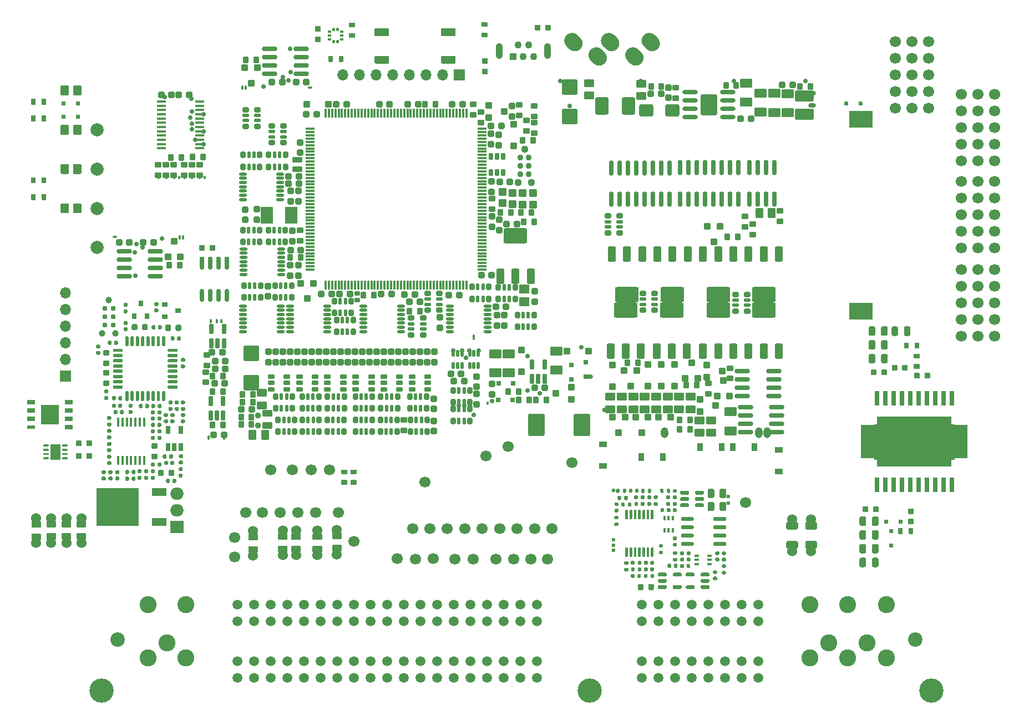
<source format=gts>
G75*
G70*
%OFA0B0*%
%FSLAX25Y25*%
%IPPOS*%
%LPD*%
%AMOC8*
5,1,8,0,0,1.08239X$1,22.5*
%
%AMM100*
21,1,0.040950,0.030320,0.000000,0.000000,0.000000*
21,1,0.028350,0.042910,0.000000,0.000000,0.000000*
1,1,0.012600,0.014170,-0.015160*
1,1,0.012600,-0.014170,-0.015160*
1,1,0.012600,-0.014170,0.015160*
1,1,0.012600,0.014170,0.015160*
%
%AMM101*
21,1,0.076380,0.036220,0.000000,0.000000,0.000000*
21,1,0.061810,0.050790,0.000000,0.000000,0.000000*
1,1,0.014570,0.030910,-0.018110*
1,1,0.014570,-0.030910,-0.018110*
1,1,0.014570,-0.030910,0.018110*
1,1,0.014570,0.030910,0.018110*
%
%AMM102*
21,1,0.048820,0.075980,0.000000,0.000000,180.000000*
21,1,0.034650,0.090160,0.000000,0.000000,180.000000*
1,1,0.014170,-0.017320,0.037990*
1,1,0.014170,0.017320,0.037990*
1,1,0.014170,0.017320,-0.037990*
1,1,0.014170,-0.017320,-0.037990*
%
%AMM103*
21,1,0.048820,0.075990,0.000000,0.000000,180.000000*
21,1,0.034650,0.090160,0.000000,0.000000,180.000000*
1,1,0.014170,-0.017320,0.037990*
1,1,0.014170,0.017320,0.037990*
1,1,0.014170,0.017320,-0.037990*
1,1,0.014170,-0.017320,-0.037990*
%
%AMM104*
21,1,0.143310,0.067720,0.000000,0.000000,180.000000*
21,1,0.120870,0.090160,0.000000,0.000000,180.000000*
1,1,0.022440,-0.060430,0.033860*
1,1,0.022440,0.060430,0.033860*
1,1,0.022440,0.060430,-0.033860*
1,1,0.022440,-0.060430,-0.033860*
%
%AMM105*
21,1,0.031100,0.026380,0.000000,0.000000,90.000000*
21,1,0.020470,0.037010,0.000000,0.000000,90.000000*
1,1,0.010630,0.013190,0.010240*
1,1,0.010630,0.013190,-0.010240*
1,1,0.010630,-0.013190,-0.010240*
1,1,0.010630,-0.013190,0.010240*
%
%AMM106*
21,1,0.023230,0.027950,0.000000,0.000000,90.000000*
21,1,0.014170,0.037010,0.000000,0.000000,90.000000*
1,1,0.009060,0.013980,0.007090*
1,1,0.009060,0.013980,-0.007090*
1,1,0.009060,-0.013980,-0.007090*
1,1,0.009060,-0.013980,0.007090*
%
%AMM107*
21,1,0.041340,0.026770,0.000000,0.000000,90.000000*
21,1,0.029130,0.038980,0.000000,0.000000,90.000000*
1,1,0.012210,0.013390,0.014570*
1,1,0.012210,0.013390,-0.014570*
1,1,0.012210,-0.013390,-0.014570*
1,1,0.012210,-0.013390,0.014570*
%
%AMM118*
21,1,0.040950,0.030320,0.000000,0.000000,90.000000*
21,1,0.028350,0.042910,0.000000,0.000000,90.000000*
1,1,0.012600,0.015160,0.014170*
1,1,0.012600,0.015160,-0.014170*
1,1,0.012600,-0.015160,-0.014170*
1,1,0.012600,-0.015160,0.014170*
%
%AMM119*
21,1,0.027170,0.052760,0.000000,0.000000,0.000000*
21,1,0.017320,0.062600,0.000000,0.000000,0.000000*
1,1,0.009840,0.008660,-0.026380*
1,1,0.009840,-0.008660,-0.026380*
1,1,0.009840,-0.008660,0.026380*
1,1,0.009840,0.008660,0.026380*
%
%AMM120*
21,1,0.100000,0.111020,0.000000,0.000000,180.000000*
21,1,0.075590,0.135430,0.000000,0.000000,180.000000*
1,1,0.024410,-0.037800,0.055510*
1,1,0.024410,0.037800,0.055510*
1,1,0.024410,0.037800,-0.055510*
1,1,0.024410,-0.037800,-0.055510*
%
%AMM121*
21,1,0.029130,0.018900,0.000000,0.000000,270.000000*
21,1,0.018900,0.029130,0.000000,0.000000,270.000000*
1,1,0.010240,-0.009450,-0.009450*
1,1,0.010240,-0.009450,0.009450*
1,1,0.010240,0.009450,0.009450*
1,1,0.010240,0.009450,-0.009450*
%
%AMM122*
21,1,0.041340,0.026770,0.000000,0.000000,0.000000*
21,1,0.029130,0.038980,0.000000,0.000000,0.000000*
1,1,0.012210,0.014570,-0.013390*
1,1,0.012210,-0.014570,-0.013390*
1,1,0.012210,-0.014570,0.013390*
1,1,0.012210,0.014570,0.013390*
%
%AMM123*
21,1,0.029130,0.018900,0.000000,0.000000,180.000000*
21,1,0.018900,0.029130,0.000000,0.000000,180.000000*
1,1,0.010240,-0.009450,0.009450*
1,1,0.010240,0.009450,0.009450*
1,1,0.010240,0.009450,-0.009450*
1,1,0.010240,-0.009450,-0.009450*
%
%AMM124*
21,1,0.038980,0.026770,0.000000,0.000000,90.000000*
21,1,0.026770,0.038980,0.000000,0.000000,90.000000*
1,1,0.012210,0.013390,0.013390*
1,1,0.012210,0.013390,-0.013390*
1,1,0.012210,-0.013390,-0.013390*
1,1,0.012210,-0.013390,0.013390*
%
%AMM131*
21,1,0.038980,0.026770,-0.000000,0.000000,0.000000*
21,1,0.026770,0.038980,-0.000000,0.000000,0.000000*
1,1,0.012210,0.013390,-0.013390*
1,1,0.012210,-0.013390,-0.013390*
1,1,0.012210,-0.013390,0.013390*
1,1,0.012210,0.013390,0.013390*
%
%AMM132*
21,1,0.027170,0.052760,-0.000000,0.000000,0.000000*
21,1,0.017320,0.062600,-0.000000,0.000000,0.000000*
1,1,0.009840,0.008660,-0.026380*
1,1,0.009840,-0.008660,-0.026380*
1,1,0.009840,-0.008660,0.026380*
1,1,0.009840,0.008660,0.026380*
%
%AMM133*
21,1,0.033070,0.030710,-0.000000,0.000000,270.000000*
21,1,0.022050,0.041730,-0.000000,0.000000,270.000000*
1,1,0.011020,-0.015350,-0.011020*
1,1,0.011020,-0.015350,0.011020*
1,1,0.011020,0.015350,0.011020*
1,1,0.011020,0.015350,-0.011020*
%
%AMM134*
21,1,0.033070,0.030710,-0.000000,0.000000,0.000000*
21,1,0.022050,0.041730,-0.000000,0.000000,0.000000*
1,1,0.011020,0.011020,-0.015350*
1,1,0.011020,-0.011020,-0.015350*
1,1,0.011020,-0.011020,0.015350*
1,1,0.011020,0.011020,0.015350*
%
%AMM142*
21,1,0.040950,0.030320,-0.000000,-0.000000,0.000000*
21,1,0.028350,0.042910,-0.000000,-0.000000,0.000000*
1,1,0.012600,0.014170,-0.015160*
1,1,0.012600,-0.014170,-0.015160*
1,1,0.012600,-0.014170,0.015160*
1,1,0.012600,0.014170,0.015160*
%
%AMM143*
21,1,0.038980,0.026770,-0.000000,-0.000000,180.000000*
21,1,0.026770,0.038980,-0.000000,-0.000000,180.000000*
1,1,0.012210,-0.013390,0.013390*
1,1,0.012210,0.013390,0.013390*
1,1,0.012210,0.013390,-0.013390*
1,1,0.012210,-0.013390,-0.013390*
%
%AMM144*
21,1,0.033070,0.030710,-0.000000,-0.000000,0.000000*
21,1,0.022050,0.041730,-0.000000,-0.000000,0.000000*
1,1,0.011020,0.011020,-0.015350*
1,1,0.011020,-0.011020,-0.015350*
1,1,0.011020,-0.011020,0.015350*
1,1,0.011020,0.011020,0.015350*
%
%AMM168*
21,1,0.018110,0.028980,0.000000,-0.000000,180.000000*
21,1,0.010080,0.037010,0.000000,-0.000000,180.000000*
1,1,0.008030,-0.005040,0.014490*
1,1,0.008030,0.005040,0.014490*
1,1,0.008030,0.005040,-0.014490*
1,1,0.008030,-0.005040,-0.014490*
%
%AMM169*
21,1,0.038980,0.026770,0.000000,-0.000000,90.000000*
21,1,0.026770,0.038980,0.000000,-0.000000,90.000000*
1,1,0.012210,0.013390,0.013390*
1,1,0.012210,0.013390,-0.013390*
1,1,0.012210,-0.013390,-0.013390*
1,1,0.012210,-0.013390,0.013390*
%
%AMM17*
21,1,0.044880,0.049210,0.000000,0.000000,90.000000*
21,1,0.031500,0.062600,0.000000,0.000000,90.000000*
1,1,0.013390,0.024610,0.015750*
1,1,0.013390,0.024610,-0.015750*
1,1,0.013390,-0.024610,-0.015750*
1,1,0.013390,-0.024610,0.015750*
%
%AMM170*
21,1,0.038980,0.026770,0.000000,-0.000000,180.000000*
21,1,0.026770,0.038980,0.000000,-0.000000,180.000000*
1,1,0.012210,-0.013390,0.013390*
1,1,0.012210,0.013390,0.013390*
1,1,0.012210,0.013390,-0.013390*
1,1,0.012210,-0.013390,-0.013390*
%
%AMM171*
21,1,0.031100,0.026380,0.000000,-0.000000,0.000000*
21,1,0.020470,0.037010,0.000000,-0.000000,0.000000*
1,1,0.010630,0.010240,-0.013190*
1,1,0.010630,-0.010240,-0.013190*
1,1,0.010630,-0.010240,0.013190*
1,1,0.010630,0.010240,0.013190*
%
%AMM172*
21,1,0.023230,0.027950,0.000000,-0.000000,0.000000*
21,1,0.014170,0.037010,0.000000,-0.000000,0.000000*
1,1,0.009060,0.007090,-0.013980*
1,1,0.009060,-0.007090,-0.013980*
1,1,0.009060,-0.007090,0.013980*
1,1,0.009060,0.007090,0.013980*
%
%AMM18*
21,1,0.111810,0.050390,0.000000,0.000000,0.000000*
21,1,0.093700,0.068500,0.000000,0.000000,0.000000*
1,1,0.018110,0.046850,-0.025200*
1,1,0.018110,-0.046850,-0.025200*
1,1,0.018110,-0.046850,0.025200*
1,1,0.018110,0.046850,0.025200*
%
%AMM19*
21,1,0.080320,0.083460,0.000000,0.000000,180.000000*
21,1,0.059840,0.103940,0.000000,0.000000,180.000000*
1,1,0.020470,-0.029920,0.041730*
1,1,0.020470,0.029920,0.041730*
1,1,0.020470,0.029920,-0.041730*
1,1,0.020470,-0.029920,-0.041730*
%
%AMM20*
21,1,0.038980,0.026770,0.000000,0.000000,180.000000*
21,1,0.026770,0.038980,0.000000,0.000000,180.000000*
1,1,0.012210,-0.013390,0.013390*
1,1,0.012210,0.013390,0.013390*
1,1,0.012210,0.013390,-0.013390*
1,1,0.012210,-0.013390,-0.013390*
%
%AMM21*
21,1,0.038980,0.026770,0.000000,0.000000,270.000000*
21,1,0.026770,0.038980,0.000000,0.000000,270.000000*
1,1,0.012210,-0.013390,-0.013390*
1,1,0.012210,-0.013390,0.013390*
1,1,0.012210,0.013390,0.013390*
1,1,0.012210,0.013390,-0.013390*
%
%AMM22*
21,1,0.127560,0.075590,0.000000,0.000000,270.000000*
21,1,0.103150,0.100000,0.000000,0.000000,270.000000*
1,1,0.024410,-0.037800,-0.051580*
1,1,0.024410,-0.037800,0.051580*
1,1,0.024410,0.037800,0.051580*
1,1,0.024410,0.037800,-0.051580*
%
%AMM23*
21,1,0.084250,0.053540,0.000000,0.000000,180.000000*
21,1,0.065350,0.072440,0.000000,0.000000,180.000000*
1,1,0.018900,-0.032680,0.026770*
1,1,0.018900,0.032680,0.026770*
1,1,0.018900,0.032680,-0.026770*
1,1,0.018900,-0.032680,-0.026770*
%
%AMM24*
21,1,0.076380,0.036220,0.000000,0.000000,180.000000*
21,1,0.061810,0.050790,0.000000,0.000000,180.000000*
1,1,0.014570,-0.030910,0.018110*
1,1,0.014570,0.030910,0.018110*
1,1,0.014570,0.030910,-0.018110*
1,1,0.014570,-0.030910,-0.018110*
%
%AMM25*
21,1,0.092130,0.073230,0.000000,0.000000,90.000000*
21,1,0.069290,0.096060,0.000000,0.000000,90.000000*
1,1,0.022840,0.036610,0.034650*
1,1,0.022840,0.036610,-0.034650*
1,1,0.022840,-0.036610,-0.034650*
1,1,0.022840,-0.036610,0.034650*
%
%AMM26*
21,1,0.033070,0.030710,0.000000,0.000000,90.000000*
21,1,0.022050,0.041730,0.000000,0.000000,90.000000*
1,1,0.011020,0.015350,0.011020*
1,1,0.011020,0.015350,-0.011020*
1,1,0.011020,-0.015350,-0.011020*
1,1,0.011020,-0.015350,0.011020*
%
%AMM4*
21,1,0.040950,0.030320,0.000000,0.000000,180.000000*
21,1,0.028350,0.042910,0.000000,0.000000,180.000000*
1,1,0.012600,-0.014170,0.015160*
1,1,0.012600,0.014170,0.015160*
1,1,0.012600,0.014170,-0.015160*
1,1,0.012600,-0.014170,-0.015160*
%
%AMM5*
21,1,0.038980,0.026770,0.000000,0.000000,0.000000*
21,1,0.026770,0.038980,0.000000,0.000000,0.000000*
1,1,0.012210,0.013390,-0.013390*
1,1,0.012210,-0.013390,-0.013390*
1,1,0.012210,-0.013390,0.013390*
1,1,0.012210,0.013390,0.013390*
%
%AMM52*
21,1,0.015350,0.017720,0.000000,0.000000,180.000000*
21,1,0.000000,0.033070,0.000000,0.000000,180.000000*
1,1,0.015350,0.000000,0.008860*
1,1,0.015350,0.000000,0.008860*
1,1,0.015350,0.000000,-0.008860*
1,1,0.015350,0.000000,-0.008860*
%
%AMM53*
21,1,0.143310,0.067720,0.000000,0.000000,0.000000*
21,1,0.120870,0.090160,0.000000,0.000000,0.000000*
1,1,0.022440,0.060430,-0.033860*
1,1,0.022440,-0.060430,-0.033860*
1,1,0.022440,-0.060430,0.033860*
1,1,0.022440,0.060430,0.033860*
%
%AMM54*
21,1,0.048820,0.075980,0.000000,0.000000,0.000000*
21,1,0.034650,0.090160,0.000000,0.000000,0.000000*
1,1,0.014170,0.017320,-0.037990*
1,1,0.014170,-0.017320,-0.037990*
1,1,0.014170,-0.017320,0.037990*
1,1,0.014170,0.017320,0.037990*
%
%AMM55*
21,1,0.048820,0.075990,0.000000,0.000000,0.000000*
21,1,0.034650,0.090160,0.000000,0.000000,0.000000*
1,1,0.014170,0.017320,-0.037990*
1,1,0.014170,-0.017320,-0.037990*
1,1,0.014170,-0.017320,0.037990*
1,1,0.014170,0.017320,0.037990*
%
%AMM56*
21,1,0.044880,0.035430,0.000000,0.000000,270.000000*
21,1,0.031500,0.048820,0.000000,0.000000,270.000000*
1,1,0.013390,-0.017720,-0.015750*
1,1,0.013390,-0.017720,0.015750*
1,1,0.013390,0.017720,0.015750*
1,1,0.013390,0.017720,-0.015750*
%
%AMM57*
21,1,0.040950,0.030320,0.000000,0.000000,270.000000*
21,1,0.028350,0.042910,0.000000,0.000000,270.000000*
1,1,0.012600,-0.015160,-0.014170*
1,1,0.012600,-0.015160,0.014170*
1,1,0.012600,0.015160,0.014170*
1,1,0.012600,0.015160,-0.014170*
%
%AMM58*
21,1,0.029130,0.030710,0.000000,0.000000,180.000000*
21,1,0.018900,0.040950,0.000000,0.000000,180.000000*
1,1,0.010240,-0.009450,0.015350*
1,1,0.010240,0.009450,0.015350*
1,1,0.010240,0.009450,-0.015350*
1,1,0.010240,-0.009450,-0.015350*
%
%AMM59*
21,1,0.031100,0.026380,0.000000,0.000000,0.000000*
21,1,0.020470,0.037010,0.000000,0.000000,0.000000*
1,1,0.010630,0.010240,-0.013190*
1,1,0.010630,-0.010240,-0.013190*
1,1,0.010630,-0.010240,0.013190*
1,1,0.010630,0.010240,0.013190*
%
%AMM6*
21,1,0.033070,0.030710,0.000000,0.000000,180.000000*
21,1,0.022050,0.041730,0.000000,0.000000,180.000000*
1,1,0.011020,-0.011020,0.015350*
1,1,0.011020,0.011020,0.015350*
1,1,0.011020,0.011020,-0.015350*
1,1,0.011020,-0.011020,-0.015350*
%
%AMM60*
21,1,0.023230,0.027950,0.000000,0.000000,0.000000*
21,1,0.014170,0.037010,0.000000,0.000000,0.000000*
1,1,0.009060,0.007090,-0.013980*
1,1,0.009060,-0.007090,-0.013980*
1,1,0.009060,-0.007090,0.013980*
1,1,0.009060,0.007090,0.013980*
%
%AMM61*
21,1,0.041340,0.026770,0.000000,0.000000,270.000000*
21,1,0.029130,0.038980,0.000000,0.000000,270.000000*
1,1,0.012210,-0.013390,-0.014570*
1,1,0.012210,-0.013390,0.014570*
1,1,0.012210,0.013390,0.014570*
1,1,0.012210,0.013390,-0.014570*
%
%AMM62*
21,1,0.031100,0.026380,0.000000,0.000000,270.000000*
21,1,0.020470,0.037010,0.000000,0.000000,270.000000*
1,1,0.010630,-0.013190,-0.010240*
1,1,0.010630,-0.013190,0.010240*
1,1,0.010630,0.013190,0.010240*
1,1,0.010630,0.013190,-0.010240*
%
%AMM63*
21,1,0.023230,0.027950,0.000000,0.000000,270.000000*
21,1,0.014170,0.037010,0.000000,0.000000,270.000000*
1,1,0.009060,-0.013980,-0.007090*
1,1,0.009060,-0.013980,0.007090*
1,1,0.009060,0.013980,0.007090*
1,1,0.009060,0.013980,-0.007090*
%
%AMM64*
21,1,0.033070,0.049610,0.000000,0.000000,270.000000*
21,1,0.022050,0.060630,0.000000,0.000000,270.000000*
1,1,0.011020,-0.024800,-0.011020*
1,1,0.011020,-0.024800,0.011020*
1,1,0.011020,0.024800,0.011020*
1,1,0.011020,0.024800,-0.011020*
%
%AMM65*
21,1,0.033070,0.018900,0.000000,0.000000,180.000000*
21,1,0.022840,0.029130,0.000000,0.000000,180.000000*
1,1,0.010240,-0.011420,0.009450*
1,1,0.010240,0.011420,0.009450*
1,1,0.010240,0.011420,-0.009450*
1,1,0.010240,-0.011420,-0.009450*
%
%AMM66*
21,1,0.041340,0.026770,0.000000,0.000000,180.000000*
21,1,0.029130,0.038980,0.000000,0.000000,180.000000*
1,1,0.012210,-0.014570,0.013390*
1,1,0.012210,0.014570,0.013390*
1,1,0.012210,0.014570,-0.013390*
1,1,0.012210,-0.014570,-0.013390*
%
%AMM80*
21,1,0.040950,0.050000,0.000000,0.000000,270.000000*
21,1,0.028350,0.062600,0.000000,0.000000,270.000000*
1,1,0.012600,-0.025000,-0.014170*
1,1,0.012600,-0.025000,0.014170*
1,1,0.012600,0.025000,0.014170*
1,1,0.012600,0.025000,-0.014170*
%
%AMM81*
21,1,0.092130,0.073230,0.000000,0.000000,270.000000*
21,1,0.069290,0.096060,0.000000,0.000000,270.000000*
1,1,0.022840,-0.036610,-0.034650*
1,1,0.022840,-0.036610,0.034650*
1,1,0.022840,0.036610,0.034650*
1,1,0.022840,0.036610,-0.034650*
%
%AMM82*
21,1,0.044880,0.049210,0.000000,0.000000,180.000000*
21,1,0.031500,0.062600,0.000000,0.000000,180.000000*
1,1,0.013390,-0.015750,0.024610*
1,1,0.013390,0.015750,0.024610*
1,1,0.013390,0.015750,-0.024610*
1,1,0.013390,-0.015750,-0.024610*
%
%AMM83*
21,1,0.029130,0.030710,0.000000,0.000000,90.000000*
21,1,0.018900,0.040950,0.000000,0.000000,90.000000*
1,1,0.010240,0.015350,0.009450*
1,1,0.010240,0.015350,-0.009450*
1,1,0.010240,-0.015350,-0.009450*
1,1,0.010240,-0.015350,0.009450*
%
%AMM84*
21,1,0.033070,0.030710,0.000000,0.000000,0.000000*
21,1,0.022050,0.041730,0.000000,0.000000,0.000000*
1,1,0.011020,0.011020,-0.015350*
1,1,0.011020,-0.011020,-0.015350*
1,1,0.011020,-0.011020,0.015350*
1,1,0.011020,0.011020,0.015350*
%
%AMM88*
21,1,0.033070,0.030710,0.000000,0.000000,270.000000*
21,1,0.022050,0.041730,0.000000,0.000000,270.000000*
1,1,0.011020,-0.015350,-0.011020*
1,1,0.011020,-0.015350,0.011020*
1,1,0.011020,0.015350,0.011020*
1,1,0.011020,0.015350,-0.011020*
%
%ADD11C,0.14567*%
%ADD12C,0.08661*%
%ADD124O,0.02520X0.01535*%
%ADD125O,0.01535X0.02520*%
%ADD126M4*%
%ADD127O,0.09213X0.02913*%
%ADD128M5*%
%ADD129M6*%
%ADD13C,0.10236*%
%ADD130C,0.02913*%
%ADD14C,0.05906*%
%ADD147M17*%
%ADD148M18*%
%ADD149M19*%
%ADD15C,0.06693*%
%ADD150M20*%
%ADD151M21*%
%ADD152O,0.09213X0.02520*%
%ADD153M22*%
%ADD154M23*%
%ADD155O,0.04488X0.02520*%
%ADD156M24*%
%ADD157M25*%
%ADD158M26*%
%ADD159O,0.02520X0.04488*%
%ADD16C,0.02362*%
%ADD191C,0.03100*%
%ADD192C,0.03900*%
%ADD193M52*%
%ADD194M53*%
%ADD195M54*%
%ADD196M55*%
%ADD197O,0.04882X0.01732*%
%ADD198O,0.05669X0.01417*%
%ADD199O,0.01417X0.05669*%
%ADD200M56*%
%ADD201R,0.06457X0.05669*%
%ADD202M57*%
%ADD203R,0.07244X0.10000*%
%ADD204M58*%
%ADD205M59*%
%ADD206M60*%
%ADD207M61*%
%ADD208M62*%
%ADD209M63*%
%ADD210C,0.03651*%
%ADD211M64*%
%ADD212M65*%
%ADD213M66*%
%ADD214C,0.04451*%
%ADD229M80*%
%ADD23O,0.01969X0.00984*%
%ADD230M81*%
%ADD231M82*%
%ADD232C,0.03701*%
%ADD233M83*%
%ADD234M84*%
%ADD239M88*%
%ADD252M100*%
%ADD253O,0.04488X0.06457*%
%ADD254O,0.03701X0.02913*%
%ADD255M101*%
%ADD256M102*%
%ADD257M103*%
%ADD258M104*%
%ADD259M105*%
%ADD260M106*%
%ADD261O,0.02913X0.09213*%
%ADD262M107*%
%ADD272O,0.01339X0.02126*%
%ADD273O,0.05512X0.01535*%
%ADD28O,0.00984X0.01969*%
%ADD285M118*%
%ADD286M119*%
%ADD287O,0.01339X0.02520*%
%ADD288M120*%
%ADD289M121*%
%ADD29R,0.06299X0.09449*%
%ADD290M122*%
%ADD291M123*%
%ADD292M124*%
%ADD295R,0.03543X0.03150*%
%ADD298R,0.03150X0.03543*%
%ADD312R,0.02559X0.01575*%
%ADD313R,0.01575X0.02559*%
%ADD32O,0.00787X0.01575*%
%ADD324M131*%
%ADD325M132*%
%ADD326M133*%
%ADD327M134*%
%ADD328R,0.08661X0.04724*%
%ADD329R,0.25197X0.22835*%
%ADD330R,0.01772X0.05709*%
%ADD331R,0.02559X0.04803*%
%ADD332R,0.07874X0.07500*%
%ADD333O,0.07874X0.07500*%
%ADD346M142*%
%ADD347M143*%
%ADD348M144*%
%ADD381M168*%
%ADD382M169*%
%ADD383M170*%
%ADD384M171*%
%ADD385M172*%
%ADD42O,0.03937X0.05906*%
%ADD43O,0.03150X0.02362*%
%ADD53C,0.06000*%
%ADD54R,0.05157X0.02559*%
%ADD55R,0.05157X0.02362*%
%ADD56R,0.05217X0.05906*%
%ADD57R,0.04724X0.03543*%
%ADD58C,0.07874*%
%ADD59R,0.03150X0.08661*%
%ADD60R,0.08000X0.20000*%
%ADD61C,0.05118*%
%ADD62R,0.45000X0.30000*%
%ADD63R,0.14173X0.10236*%
%ADD64R,0.03543X0.04724*%
%ADD65R,0.06693X0.06693*%
%ADD66O,0.06693X0.06693*%
%ADD67O,0.03937X0.01969*%
%ADD74R,0.04331X0.04331*%
%ADD75C,0.04331*%
%ADD76O,0.04331X0.09449*%
%ADD83O,0.00787X0.01969*%
%ADD91C,0.00039*%
X0000000Y0000000D02*
%LPD*%
G01*
D91*
X0539439Y0160808D02*
X0537791Y0160808D01*
X0537791Y0181629D01*
X0539439Y0181629D01*
X0539439Y0160808D01*
G36*
X0539439Y0160808D02*
G01*
X0537791Y0160808D01*
X0537791Y0181629D01*
X0539439Y0181629D01*
X0539439Y0160808D01*
G37*
X0585839Y0160818D02*
X0584262Y0160818D01*
X0584262Y0181629D01*
X0585839Y0181629D01*
X0585839Y0160818D01*
G36*
X0585839Y0160818D02*
G01*
X0584262Y0160818D01*
X0584262Y0181629D01*
X0585839Y0181629D01*
X0585839Y0160818D01*
G37*
D11*
X0572236Y0021622D03*
X0073417Y0021622D03*
X0366724Y0021622D03*
D12*
X0562591Y0052331D03*
X0083063Y0052331D03*
D13*
X0101370Y0041307D03*
X0124205Y0041307D03*
X0112787Y0050480D03*
X0101370Y0073315D03*
X0124205Y0073315D03*
D14*
X0335307Y0073315D03*
X0325307Y0073315D03*
X0315307Y0073315D03*
X0305307Y0073315D03*
X0295307Y0073315D03*
X0285307Y0073315D03*
X0275307Y0073315D03*
X0265307Y0073315D03*
X0255307Y0073315D03*
X0245307Y0073315D03*
X0235307Y0073315D03*
X0225307Y0073315D03*
X0215307Y0073315D03*
X0205307Y0073315D03*
X0195307Y0073315D03*
X0185307Y0073315D03*
X0175307Y0073315D03*
X0165307Y0073315D03*
X0155307Y0073315D03*
X0335307Y0063315D03*
X0325307Y0063315D03*
X0315307Y0063315D03*
X0305307Y0063315D03*
X0295307Y0063315D03*
X0285307Y0063315D03*
X0275307Y0063315D03*
X0265307Y0063315D03*
X0255307Y0063315D03*
X0245307Y0063315D03*
X0235307Y0063315D03*
X0225307Y0063315D03*
X0215307Y0063315D03*
X0205307Y0063315D03*
X0195307Y0063315D03*
X0185307Y0063315D03*
X0175307Y0063315D03*
X0165307Y0063315D03*
X0155307Y0063315D03*
X0335307Y0039496D03*
X0325307Y0039496D03*
X0315307Y0039496D03*
X0305307Y0039496D03*
X0295307Y0039496D03*
X0285307Y0039496D03*
X0275307Y0039496D03*
X0265307Y0039496D03*
X0255307Y0039496D03*
X0245307Y0039496D03*
X0235307Y0039496D03*
X0225307Y0039496D03*
X0215307Y0039496D03*
X0205307Y0039496D03*
X0195307Y0039496D03*
X0185307Y0039496D03*
X0175307Y0039496D03*
X0165307Y0039496D03*
X0155307Y0039496D03*
X0335307Y0029496D03*
X0325307Y0029496D03*
X0315307Y0029496D03*
X0305307Y0029496D03*
X0295307Y0029496D03*
X0285307Y0029496D03*
X0275307Y0029496D03*
X0265307Y0029496D03*
X0255307Y0029496D03*
X0245307Y0029496D03*
X0235307Y0029496D03*
X0225307Y0029496D03*
X0215307Y0029496D03*
X0205307Y0029496D03*
X0195307Y0029496D03*
X0185307Y0029496D03*
X0175307Y0029496D03*
X0165307Y0029496D03*
X0155307Y0029496D03*
X0398181Y0029496D03*
X0408181Y0029496D03*
X0418181Y0029496D03*
X0428181Y0029496D03*
X0438181Y0029496D03*
X0448181Y0029496D03*
X0458181Y0029496D03*
X0468181Y0029496D03*
X0398181Y0039496D03*
X0408181Y0039496D03*
X0418181Y0039496D03*
X0428181Y0039496D03*
X0438181Y0039496D03*
X0448181Y0039496D03*
X0458181Y0039496D03*
X0468181Y0039496D03*
X0398181Y0063315D03*
X0408181Y0063315D03*
X0418181Y0063315D03*
X0428181Y0063315D03*
X0438181Y0063315D03*
X0448181Y0063315D03*
X0458181Y0063315D03*
X0468181Y0063315D03*
X0398181Y0073315D03*
X0408181Y0073315D03*
X0418181Y0073315D03*
X0428181Y0073315D03*
X0438181Y0073315D03*
X0448181Y0073315D03*
X0458181Y0073315D03*
X0468181Y0073315D03*
D13*
X0499008Y0041307D03*
X0521843Y0041307D03*
X0545071Y0041307D03*
X0510425Y0050480D03*
X0533654Y0050480D03*
X0499008Y0073315D03*
X0521843Y0073315D03*
X0545071Y0073315D03*
G36*
G01*
X0297805Y0234828D02*
X0297805Y0233057D01*
G75*
G02*
X0297313Y0232564I-000492J0000000D01*
G01*
X0297313Y0232564D01*
G75*
G02*
X0296821Y0233057I0000000J0000492D01*
G01*
X0296821Y0234828D01*
G75*
G02*
X0297313Y0235320I0000492J0000000D01*
G01*
X0297313Y0235320D01*
G75*
G02*
X0297805Y0234828I0000000J-000492D01*
G01*
G37*
G36*
G01*
X0134429Y0255315D02*
X0133248Y0255315D01*
G75*
G02*
X0132657Y0255906I0000000J0000591D01*
G01*
X0132657Y0262402D01*
G75*
G02*
X0133248Y0262992I0000591J0000000D01*
G01*
X0134429Y0262992D01*
G75*
G02*
X0135020Y0262402I0000000J-000591D01*
G01*
X0135020Y0255906D01*
G75*
G02*
X0134429Y0255315I-000591J0000000D01*
G01*
G37*
G36*
G01*
X0139429Y0255315D02*
X0138248Y0255315D01*
G75*
G02*
X0137657Y0255906I0000000J0000591D01*
G01*
X0137657Y0262402D01*
G75*
G02*
X0138248Y0262992I0000591J0000000D01*
G01*
X0139429Y0262992D01*
G75*
G02*
X0140020Y0262402I0000000J-000591D01*
G01*
X0140020Y0255906D01*
G75*
G02*
X0139429Y0255315I-000591J0000000D01*
G01*
G37*
G36*
G01*
X0144429Y0255315D02*
X0143248Y0255315D01*
G75*
G02*
X0142657Y0255906I0000000J0000591D01*
G01*
X0142657Y0262402D01*
G75*
G02*
X0143248Y0262992I0000591J0000000D01*
G01*
X0144429Y0262992D01*
G75*
G02*
X0145020Y0262402I0000000J-000591D01*
G01*
X0145020Y0255906D01*
G75*
G02*
X0144429Y0255315I-000591J0000000D01*
G01*
G37*
G36*
G01*
X0149429Y0255315D02*
X0148248Y0255315D01*
G75*
G02*
X0147657Y0255906I0000000J0000591D01*
G01*
X0147657Y0262402D01*
G75*
G02*
X0148248Y0262992I0000591J0000000D01*
G01*
X0149429Y0262992D01*
G75*
G02*
X0150020Y0262402I0000000J-000591D01*
G01*
X0150020Y0255906D01*
G75*
G02*
X0149429Y0255315I-000591J0000000D01*
G01*
G37*
G36*
G01*
X0149429Y0274803D02*
X0148248Y0274803D01*
G75*
G02*
X0147657Y0275394I0000000J0000591D01*
G01*
X0147657Y0281890D01*
G75*
G02*
X0148248Y0282480I0000591J0000000D01*
G01*
X0149429Y0282480D01*
G75*
G02*
X0150020Y0281890I0000000J-000591D01*
G01*
X0150020Y0275394D01*
G75*
G02*
X0149429Y0274803I-000591J0000000D01*
G01*
G37*
G36*
G01*
X0144429Y0274803D02*
X0143248Y0274803D01*
G75*
G02*
X0142657Y0275394I0000000J0000591D01*
G01*
X0142657Y0281890D01*
G75*
G02*
X0143248Y0282480I0000591J0000000D01*
G01*
X0144429Y0282480D01*
G75*
G02*
X0145020Y0281890I0000000J-000591D01*
G01*
X0145020Y0275394D01*
G75*
G02*
X0144429Y0274803I-000591J0000000D01*
G01*
G37*
G36*
G01*
X0139429Y0274803D02*
X0138248Y0274803D01*
G75*
G02*
X0137657Y0275394I0000000J0000591D01*
G01*
X0137657Y0281890D01*
G75*
G02*
X0138248Y0282480I0000591J0000000D01*
G01*
X0139429Y0282480D01*
G75*
G02*
X0140020Y0281890I0000000J-000591D01*
G01*
X0140020Y0275394D01*
G75*
G02*
X0139429Y0274803I-000591J0000000D01*
G01*
G37*
G36*
G01*
X0134429Y0274803D02*
X0133248Y0274803D01*
G75*
G02*
X0132657Y0275394I0000000J0000591D01*
G01*
X0132657Y0281890D01*
G75*
G02*
X0133248Y0282480I0000591J0000000D01*
G01*
X0134429Y0282480D01*
G75*
G02*
X0135020Y0281890I0000000J-000591D01*
G01*
X0135020Y0275394D01*
G75*
G02*
X0134429Y0274803I-000591J0000000D01*
G01*
G37*
D15*
X0175000Y0154327D03*
G36*
G01*
X0564764Y0230571D02*
X0564764Y0227500D01*
G75*
G02*
X0564488Y0227224I-000276J0000000D01*
G01*
X0562283Y0227224D01*
G75*
G02*
X0562008Y0227500I0000000J0000276D01*
G01*
X0562008Y0230571D01*
G75*
G02*
X0562283Y0230846I0000276J0000000D01*
G01*
X0564488Y0230846D01*
G75*
G02*
X0564764Y0230571I0000000J-000276D01*
G01*
G37*
G36*
G01*
X0558465Y0230571D02*
X0558465Y0227500D01*
G75*
G02*
X0558189Y0227224I-000276J0000000D01*
G01*
X0555984Y0227224D01*
G75*
G02*
X0555709Y0227500I0000000J0000276D01*
G01*
X0555709Y0230571D01*
G75*
G02*
X0555984Y0230846I0000276J0000000D01*
G01*
X0558189Y0230846D01*
G75*
G02*
X0558465Y0230571I0000000J-000276D01*
G01*
G37*
G36*
G01*
X0202205Y0420925D02*
X0204882Y0420925D01*
G75*
G02*
X0205217Y0420591I0000000J-000335D01*
G01*
X0205217Y0417913D01*
G75*
G02*
X0204882Y0417579I-000335J0000000D01*
G01*
X0202205Y0417579D01*
G75*
G02*
X0201870Y0417913I0000000J0000335D01*
G01*
X0201870Y0420591D01*
G75*
G02*
X0202205Y0420925I0000335J0000000D01*
G01*
G37*
G36*
G01*
X0202205Y0414705D02*
X0204882Y0414705D01*
G75*
G02*
X0205217Y0414370I0000000J-000335D01*
G01*
X0205217Y0411693D01*
G75*
G02*
X0204882Y0411358I-000335J0000000D01*
G01*
X0202205Y0411358D01*
G75*
G02*
X0201870Y0411693I0000000J0000335D01*
G01*
X0201870Y0414370D01*
G75*
G02*
X0202205Y0414705I0000335J0000000D01*
G01*
G37*
G36*
G01*
X0305276Y0392067D02*
X0302598Y0392067D01*
G75*
G02*
X0302264Y0392402I0000000J0000335D01*
G01*
X0302264Y0395079D01*
G75*
G02*
X0302598Y0395413I0000335J0000000D01*
G01*
X0305276Y0395413D01*
G75*
G02*
X0305610Y0395079I0000000J-000335D01*
G01*
X0305610Y0392402D01*
G75*
G02*
X0305276Y0392067I-000335J0000000D01*
G01*
G37*
G36*
G01*
X0305276Y0398287D02*
X0302598Y0398287D01*
G75*
G02*
X0302264Y0398622I0000000J0000335D01*
G01*
X0302264Y0401299D01*
G75*
G02*
X0302598Y0401634I0000335J0000000D01*
G01*
X0305276Y0401634D01*
G75*
G02*
X0305610Y0401299I0000000J-000335D01*
G01*
X0305610Y0398622D01*
G75*
G02*
X0305276Y0398287I-000335J0000000D01*
G01*
G37*
D16*
X0381139Y0141876D03*
X0381139Y0112349D03*
X0381139Y0109199D03*
X0381139Y0106050D03*
X0450135Y0134396D03*
X0450135Y0138333D03*
D15*
X0590000Y0287598D03*
X0590000Y0297598D03*
X0590000Y0307598D03*
X0590000Y0317598D03*
X0590000Y0327598D03*
X0600000Y0287598D03*
X0600000Y0297598D03*
X0600000Y0307598D03*
X0600000Y0317598D03*
X0600000Y0327598D03*
X0610000Y0287598D03*
X0610000Y0297598D03*
X0610000Y0307598D03*
X0610000Y0317598D03*
X0610000Y0327598D03*
D23*
X0198967Y0383983D03*
D28*
X0158219Y0384180D03*
X0160187Y0384180D03*
D16*
X0185974Y0388314D03*
X0182530Y0390381D03*
X0187156Y0393333D03*
X0186860Y0407310D03*
D15*
X0225197Y0111319D03*
G36*
G01*
X0038396Y0168661D02*
X0038396Y0169252D01*
G75*
G02*
X0038691Y0169547I0000295J0000000D01*
G01*
X0041447Y0169547D01*
G75*
G02*
X0041742Y0169252I0000000J-000295D01*
G01*
X0041742Y0168661D01*
G75*
G02*
X0041447Y0168366I-000295J0000000D01*
G01*
X0038691Y0168366D01*
G75*
G02*
X0038396Y0168661I0000000J0000295D01*
G01*
G37*
G36*
G01*
X0038396Y0166102D02*
X0038396Y0166693D01*
G75*
G02*
X0038691Y0166988I0000295J0000000D01*
G01*
X0041447Y0166988D01*
G75*
G02*
X0041742Y0166693I0000000J-000295D01*
G01*
X0041742Y0166102D01*
G75*
G02*
X0041447Y0165807I-000295J0000000D01*
G01*
X0038691Y0165807D01*
G75*
G02*
X0038396Y0166102I0000000J0000295D01*
G01*
G37*
G36*
G01*
X0038396Y0163543D02*
X0038396Y0164134D01*
G75*
G02*
X0038691Y0164429I0000295J0000000D01*
G01*
X0041447Y0164429D01*
G75*
G02*
X0041742Y0164134I0000000J-000295D01*
G01*
X0041742Y0163543D01*
G75*
G02*
X0041447Y0163248I-000295J0000000D01*
G01*
X0038691Y0163248D01*
G75*
G02*
X0038396Y0163543I0000000J0000295D01*
G01*
G37*
G36*
G01*
X0038396Y0160984D02*
X0038396Y0161575D01*
G75*
G02*
X0038691Y0161870I0000295J0000000D01*
G01*
X0041447Y0161870D01*
G75*
G02*
X0041742Y0161575I0000000J-000295D01*
G01*
X0041742Y0160984D01*
G75*
G02*
X0041447Y0160689I-000295J0000000D01*
G01*
X0038691Y0160689D01*
G75*
G02*
X0038396Y0160984I0000000J0000295D01*
G01*
G37*
G36*
G01*
X0049813Y0160984D02*
X0049813Y0161575D01*
G75*
G02*
X0050108Y0161870I0000295J0000000D01*
G01*
X0052864Y0161870D01*
G75*
G02*
X0053159Y0161575I0000000J-000295D01*
G01*
X0053159Y0160984D01*
G75*
G02*
X0052864Y0160689I-000295J0000000D01*
G01*
X0050108Y0160689D01*
G75*
G02*
X0049813Y0160984I0000000J0000295D01*
G01*
G37*
G36*
G01*
X0049813Y0163543D02*
X0049813Y0164134D01*
G75*
G02*
X0050108Y0164429I0000295J0000000D01*
G01*
X0052864Y0164429D01*
G75*
G02*
X0053159Y0164134I0000000J-000295D01*
G01*
X0053159Y0163543D01*
G75*
G02*
X0052864Y0163248I-000295J0000000D01*
G01*
X0050108Y0163248D01*
G75*
G02*
X0049813Y0163543I0000000J0000295D01*
G01*
G37*
G36*
G01*
X0049813Y0166102D02*
X0049813Y0166693D01*
G75*
G02*
X0050108Y0166988I0000295J0000000D01*
G01*
X0052864Y0166988D01*
G75*
G02*
X0053159Y0166693I0000000J-000295D01*
G01*
X0053159Y0166102D01*
G75*
G02*
X0052864Y0165807I-000295J0000000D01*
G01*
X0050108Y0165807D01*
G75*
G02*
X0049813Y0166102I0000000J0000295D01*
G01*
G37*
G36*
G01*
X0049813Y0168661D02*
X0049813Y0169252D01*
G75*
G02*
X0050108Y0169547I0000295J0000000D01*
G01*
X0052864Y0169547D01*
G75*
G02*
X0053159Y0169252I0000000J-000295D01*
G01*
X0053159Y0168661D01*
G75*
G02*
X0052864Y0168366I-000295J0000000D01*
G01*
X0050108Y0168366D01*
G75*
G02*
X0049813Y0168661I0000000J0000295D01*
G01*
G37*
D29*
X0045778Y0165118D03*
D32*
X0135895Y0329979D03*
X0132903Y0329979D03*
X0128277Y0329979D03*
X0123651Y0329979D03*
X0120344Y0329979D03*
X0117391Y0329979D03*
X0112765Y0329979D03*
X0108139Y0329979D03*
D16*
X0127982Y0369741D03*
X0135206Y0368068D03*
X0127135Y0365902D03*
X0127982Y0362458D03*
X0128277Y0359111D03*
X0135206Y0357831D03*
X0130049Y0352713D03*
X0135206Y0350154D03*
X0111879Y0378402D03*
X0127923Y0377221D03*
D42*
X0473356Y0176580D03*
X0468412Y0176580D03*
X0411817Y0176580D03*
D43*
X0376167Y0190345D03*
D15*
X0199508Y0154228D03*
X0160138Y0128642D03*
X0302145Y0118947D03*
X0267717Y0147146D03*
G36*
G01*
X0058159Y0161358D02*
X0058159Y0164035D01*
G75*
G02*
X0058494Y0164370I0000335J0000000D01*
G01*
X0061171Y0164370D01*
G75*
G02*
X0061506Y0164035I0000000J-000335D01*
G01*
X0061506Y0161358D01*
G75*
G02*
X0061171Y0161024I-000335J0000000D01*
G01*
X0058494Y0161024D01*
G75*
G02*
X0058159Y0161358I0000000J0000335D01*
G01*
G37*
G36*
G01*
X0064380Y0161358D02*
X0064380Y0164035D01*
G75*
G02*
X0064715Y0164370I0000335J0000000D01*
G01*
X0067392Y0164370D01*
G75*
G02*
X0067726Y0164035I0000000J-000335D01*
G01*
X0067726Y0161358D01*
G75*
G02*
X0067392Y0161024I-000335J0000000D01*
G01*
X0064715Y0161024D01*
G75*
G02*
X0064380Y0161358I0000000J0000335D01*
G01*
G37*
G36*
G01*
X0056346Y0356319D02*
X0056346Y0361201D01*
G75*
G02*
X0056858Y0361713I0000512J0000000D01*
G01*
X0060953Y0361713D01*
G75*
G02*
X0061465Y0361201I0000000J-000512D01*
G01*
X0061465Y0356319D01*
G75*
G02*
X0060953Y0355807I-000512J0000000D01*
G01*
X0056858Y0355807D01*
G75*
G02*
X0056346Y0356319I0000000J0000512D01*
G01*
G37*
G36*
G01*
X0048866Y0356319D02*
X0048866Y0361201D01*
G75*
G02*
X0049378Y0361713I0000512J0000000D01*
G01*
X0053472Y0361713D01*
G75*
G02*
X0053984Y0361201I0000000J-000512D01*
G01*
X0053984Y0356319D01*
G75*
G02*
X0053472Y0355807I-000512J0000000D01*
G01*
X0049378Y0355807D01*
G75*
G02*
X0048866Y0356319I0000000J0000512D01*
G01*
G37*
X0460379Y0134747D03*
X0312676Y0118947D03*
X0272835Y0100886D03*
X0262106Y0100591D03*
D53*
X0034252Y0125315D03*
G36*
G01*
X0031791Y0123524D02*
X0036713Y0123524D01*
G75*
G02*
X0037106Y0123130I0000000J-000394D01*
G01*
X0037106Y0119980D01*
G75*
G02*
X0036713Y0119587I-000394J0000000D01*
G01*
X0031791Y0119587D01*
G75*
G02*
X0031398Y0119980I0000000J0000394D01*
G01*
X0031398Y0123130D01*
G75*
G02*
X0031791Y0123524I0000394J0000000D01*
G01*
G37*
G36*
G01*
X0031791Y0116043D02*
X0036713Y0116043D01*
G75*
G02*
X0037106Y0115650I0000000J-000394D01*
G01*
X0037106Y0112500D01*
G75*
G02*
X0036713Y0112106I-000394J0000000D01*
G01*
X0031791Y0112106D01*
G75*
G02*
X0031398Y0112500I0000000J0000394D01*
G01*
X0031398Y0115650D01*
G75*
G02*
X0031791Y0116043I0000394J0000000D01*
G01*
G37*
X0034252Y0110315D03*
D15*
X0590000Y0340000D03*
X0590000Y0350000D03*
X0590000Y0360000D03*
X0590000Y0370000D03*
X0590000Y0380000D03*
X0600000Y0340000D03*
X0600000Y0350000D03*
X0600000Y0360000D03*
X0600000Y0370000D03*
X0600000Y0380000D03*
X0610000Y0340000D03*
X0610000Y0350000D03*
X0610000Y0360000D03*
X0610000Y0370000D03*
X0610000Y0380000D03*
D53*
X0214961Y0103524D03*
G36*
G01*
X0217421Y0105315D02*
X0212500Y0105315D01*
G75*
G02*
X0212106Y0105709I0000000J0000394D01*
G01*
X0212106Y0108858D01*
G75*
G02*
X0212500Y0109252I0000394J0000000D01*
G01*
X0217421Y0109252D01*
G75*
G02*
X0217815Y0108858I0000000J-000394D01*
G01*
X0217815Y0105709D01*
G75*
G02*
X0217421Y0105315I-000394J0000000D01*
G01*
G37*
X0214961Y0118524D03*
G36*
G01*
X0217421Y0112795D02*
X0212500Y0112795D01*
G75*
G02*
X0212106Y0113189I0000000J0000394D01*
G01*
X0212106Y0116339D01*
G75*
G02*
X0212500Y0116732I0000394J0000000D01*
G01*
X0217421Y0116732D01*
G75*
G02*
X0217815Y0116339I0000000J-000394D01*
G01*
X0217815Y0113189D01*
G75*
G02*
X0217421Y0112795I-000394J0000000D01*
G01*
G37*
D15*
X0341634Y0100689D03*
X0210630Y0154228D03*
G36*
G01*
X0040205Y0377126D02*
X0040205Y0374055D01*
G75*
G02*
X0039929Y0373780I-000276J0000000D01*
G01*
X0037724Y0373780D01*
G75*
G02*
X0037449Y0374055I0000000J0000276D01*
G01*
X0037449Y0377126D01*
G75*
G02*
X0037724Y0377402I0000276J0000000D01*
G01*
X0039929Y0377402D01*
G75*
G02*
X0040205Y0377126I0000000J-000276D01*
G01*
G37*
G36*
G01*
X0033906Y0377126D02*
X0033906Y0374055D01*
G75*
G02*
X0033630Y0373780I-000276J0000000D01*
G01*
X0031425Y0373780D01*
G75*
G02*
X0031150Y0374055I0000000J0000276D01*
G01*
X0031150Y0377126D01*
G75*
G02*
X0031425Y0377402I0000276J0000000D01*
G01*
X0033630Y0377402D01*
G75*
G02*
X0033906Y0377126I0000000J-000276D01*
G01*
G37*
G36*
G01*
X0571346Y0212331D02*
X0571346Y0209654D01*
G75*
G02*
X0571012Y0209320I-000335J0000000D01*
G01*
X0568335Y0209320D01*
G75*
G02*
X0568000Y0209654I0000000J0000335D01*
G01*
X0568000Y0212331D01*
G75*
G02*
X0568335Y0212666I0000335J0000000D01*
G01*
X0571012Y0212666D01*
G75*
G02*
X0571346Y0212331I0000000J-000335D01*
G01*
G37*
G36*
G01*
X0565126Y0212331D02*
X0565126Y0209654D01*
G75*
G02*
X0564791Y0209320I-000335J0000000D01*
G01*
X0562114Y0209320D01*
G75*
G02*
X0561780Y0209654I0000000J0000335D01*
G01*
X0561780Y0212331D01*
G75*
G02*
X0562114Y0212666I0000335J0000000D01*
G01*
X0564791Y0212666D01*
G75*
G02*
X0565126Y0212331I0000000J-000335D01*
G01*
G37*
G36*
G01*
X0528984Y0121654D02*
X0528984Y0125394D01*
G75*
G02*
X0529969Y0126378I0000984J0000000D01*
G01*
X0531937Y0126378D01*
G75*
G02*
X0532921Y0125394I0000000J-000984D01*
G01*
X0532921Y0121654D01*
G75*
G02*
X0531937Y0120669I-000984J0000000D01*
G01*
X0529969Y0120669D01*
G75*
G02*
X0528984Y0121654I0000000J0000984D01*
G01*
G37*
G36*
G01*
X0536465Y0121654D02*
X0536465Y0125394D01*
G75*
G02*
X0537449Y0126378I0000984J0000000D01*
G01*
X0539417Y0126378D01*
G75*
G02*
X0540402Y0125394I0000000J-000984D01*
G01*
X0540402Y0121654D01*
G75*
G02*
X0539417Y0120669I-000984J0000000D01*
G01*
X0537449Y0120669D01*
G75*
G02*
X0536465Y0121654I0000000J0000984D01*
G01*
G37*
D28*
X0139223Y0243805D03*
X0142667Y0243805D03*
X0145423Y0243805D03*
X0147195Y0173628D03*
X0137746Y0173628D03*
D15*
X0291712Y0118947D03*
X0180807Y0128642D03*
D53*
X0190354Y0117933D03*
G36*
G01*
X0187894Y0116142D02*
X0192815Y0116142D01*
G75*
G02*
X0193209Y0115748I0000000J-000394D01*
G01*
X0193209Y0112598D01*
G75*
G02*
X0192815Y0112205I-000394J0000000D01*
G01*
X0187894Y0112205D01*
G75*
G02*
X0187500Y0112598I0000000J0000394D01*
G01*
X0187500Y0115748D01*
G75*
G02*
X0187894Y0116142I0000394J0000000D01*
G01*
G37*
G36*
G01*
X0187894Y0108661D02*
X0192815Y0108661D01*
G75*
G02*
X0193209Y0108268I0000000J-000394D01*
G01*
X0193209Y0105118D01*
G75*
G02*
X0192815Y0104724I-000394J0000000D01*
G01*
X0187894Y0104724D01*
G75*
G02*
X0187500Y0105118I0000000J0000394D01*
G01*
X0187500Y0108268D01*
G75*
G02*
X0187894Y0108661I0000394J0000000D01*
G01*
G37*
X0190354Y0102933D03*
D54*
X0031270Y0195000D03*
X0031270Y0190000D03*
X0031270Y0185000D03*
D55*
X0031270Y0180000D03*
D54*
X0053671Y0180000D03*
X0053671Y0185000D03*
X0053671Y0190000D03*
X0053671Y0195000D03*
D56*
X0045079Y0190453D03*
X0045079Y0184547D03*
X0039862Y0184547D03*
D14*
X0042470Y0187500D03*
D56*
X0039862Y0190453D03*
G36*
G01*
X0492028Y0110709D02*
X0492028Y0107992D01*
G75*
G02*
X0491122Y0107087I-000906J0000000D01*
G01*
X0485846Y0107087D01*
G75*
G02*
X0484941Y0107992I0000000J0000906D01*
G01*
X0484941Y0110709D01*
G75*
G02*
X0485846Y0111614I0000906J0000000D01*
G01*
X0491122Y0111614D01*
G75*
G02*
X0492028Y0110709I0000000J-000906D01*
G01*
G37*
D53*
X0488484Y0105413D03*
G36*
G01*
X0492028Y0122126D02*
X0492028Y0119409D01*
G75*
G02*
X0491122Y0118504I-000906J0000000D01*
G01*
X0485846Y0118504D01*
G75*
G02*
X0484941Y0119409I0000000J0000906D01*
G01*
X0484941Y0122126D01*
G75*
G02*
X0485846Y0123032I0000906J0000000D01*
G01*
X0491122Y0123032D01*
G75*
G02*
X0492028Y0122126I0000000J-000906D01*
G01*
G37*
X0488484Y0124705D03*
D57*
X0480379Y0153351D03*
X0480379Y0166343D03*
D58*
X0070717Y0358760D03*
D59*
X0539339Y0145245D03*
X0544339Y0145245D03*
X0549339Y0145245D03*
X0554339Y0145245D03*
X0559339Y0145245D03*
X0564339Y0145245D03*
X0569339Y0145245D03*
X0574339Y0145245D03*
X0579339Y0145245D03*
X0584339Y0145245D03*
X0584339Y0197213D03*
X0579339Y0197213D03*
X0574339Y0197213D03*
X0569339Y0197213D03*
X0564339Y0197213D03*
X0559339Y0197213D03*
X0554339Y0197213D03*
X0549339Y0197213D03*
X0544339Y0197213D03*
X0539339Y0197213D03*
D60*
X0533839Y0171229D03*
D61*
X0542154Y0159418D03*
X0542154Y0183040D03*
X0561839Y0183040D03*
D62*
X0561839Y0171229D03*
D61*
X0581524Y0171229D03*
X0561839Y0171229D03*
X0581524Y0183040D03*
X0542154Y0171229D03*
X0581524Y0159418D03*
X0561839Y0159418D03*
D60*
X0589839Y0171229D03*
G36*
G01*
X0040205Y0319843D02*
X0040205Y0316772D01*
G75*
G02*
X0039929Y0316496I-000276J0000000D01*
G01*
X0037724Y0316496D01*
G75*
G02*
X0037449Y0316772I0000000J0000276D01*
G01*
X0037449Y0319843D01*
G75*
G02*
X0037724Y0320118I0000276J0000000D01*
G01*
X0039929Y0320118D01*
G75*
G02*
X0040205Y0319843I0000000J-000276D01*
G01*
G37*
G36*
G01*
X0033906Y0319843D02*
X0033906Y0316772D01*
G75*
G02*
X0033630Y0316496I-000276J0000000D01*
G01*
X0031425Y0316496D01*
G75*
G02*
X0031150Y0316772I0000000J0000276D01*
G01*
X0031150Y0319843D01*
G75*
G02*
X0031425Y0320118I0000276J0000000D01*
G01*
X0033630Y0320118D01*
G75*
G02*
X0033906Y0319843I0000000J-000276D01*
G01*
G37*
D23*
X0081595Y0294291D03*
D28*
X0122343Y0294094D03*
X0120374Y0294094D03*
D16*
X0094587Y0289961D03*
X0098032Y0287894D03*
X0093406Y0284941D03*
X0093701Y0270965D03*
G36*
G01*
X0056346Y0379941D02*
X0056346Y0384823D01*
G75*
G02*
X0056858Y0385335I0000512J0000000D01*
G01*
X0060953Y0385335D01*
G75*
G02*
X0061465Y0384823I0000000J-000512D01*
G01*
X0061465Y0379941D01*
G75*
G02*
X0060953Y0379429I-000512J0000000D01*
G01*
X0056858Y0379429D01*
G75*
G02*
X0056346Y0379941I0000000J0000512D01*
G01*
G37*
G36*
G01*
X0048866Y0379941D02*
X0048866Y0384823D01*
G75*
G02*
X0049378Y0385335I0000512J0000000D01*
G01*
X0053472Y0385335D01*
G75*
G02*
X0053984Y0384823I0000000J-000512D01*
G01*
X0053984Y0379941D01*
G75*
G02*
X0053472Y0379429I-000512J0000000D01*
G01*
X0049378Y0379429D01*
G75*
G02*
X0048866Y0379941I0000000J0000512D01*
G01*
G37*
G36*
G01*
X0141791Y0289134D02*
X0141791Y0286457D01*
G75*
G02*
X0141457Y0286122I-000335J0000000D01*
G01*
X0138780Y0286122D01*
G75*
G02*
X0138445Y0286457I0000000J0000335D01*
G01*
X0138445Y0289134D01*
G75*
G02*
X0138780Y0289469I0000335J0000000D01*
G01*
X0141457Y0289469D01*
G75*
G02*
X0141791Y0289134I0000000J-000335D01*
G01*
G37*
G36*
G01*
X0135571Y0289134D02*
X0135571Y0286457D01*
G75*
G02*
X0135236Y0286122I-000335J0000000D01*
G01*
X0132559Y0286122D01*
G75*
G02*
X0132224Y0286457I0000000J0000335D01*
G01*
X0132224Y0289134D01*
G75*
G02*
X0132559Y0289469I0000335J0000000D01*
G01*
X0135236Y0289469D01*
G75*
G02*
X0135571Y0289134I0000000J-000335D01*
G01*
G37*
G36*
G01*
X0238118Y0419685D02*
X0245835Y0419685D01*
G75*
G02*
X0246307Y0419213I0000000J-000472D01*
G01*
X0246307Y0415433D01*
G75*
G02*
X0245835Y0414961I-000472J0000000D01*
G01*
X0238118Y0414961D01*
G75*
G02*
X0237646Y0415433I0000000J0000472D01*
G01*
X0237646Y0419213D01*
G75*
G02*
X0238118Y0419685I0000472J0000000D01*
G01*
G37*
G36*
G01*
X0238118Y0403150D02*
X0245835Y0403150D01*
G75*
G02*
X0246307Y0402677I0000000J-000472D01*
G01*
X0246307Y0398898D01*
G75*
G02*
X0245835Y0398425I-000472J0000000D01*
G01*
X0238118Y0398425D01*
G75*
G02*
X0237646Y0398898I0000000J0000472D01*
G01*
X0237646Y0402677D01*
G75*
G02*
X0238118Y0403150I0000472J0000000D01*
G01*
G37*
D15*
X0323279Y0118947D03*
D63*
X0529921Y0364961D03*
X0529921Y0249606D03*
D15*
X0281279Y0118947D03*
G36*
G01*
X0058159Y0168996D02*
X0058159Y0171673D01*
G75*
G02*
X0058494Y0172008I0000335J0000000D01*
G01*
X0061171Y0172008D01*
G75*
G02*
X0061506Y0171673I0000000J-000335D01*
G01*
X0061506Y0168996D01*
G75*
G02*
X0061171Y0168661I-000335J0000000D01*
G01*
X0058494Y0168661D01*
G75*
G02*
X0058159Y0168996I0000000J0000335D01*
G01*
G37*
G36*
G01*
X0064380Y0168996D02*
X0064380Y0171673D01*
G75*
G02*
X0064715Y0172008I0000335J0000000D01*
G01*
X0067392Y0172008D01*
G75*
G02*
X0067726Y0171673I0000000J-000335D01*
G01*
X0067726Y0168996D01*
G75*
G02*
X0067392Y0168661I-000335J0000000D01*
G01*
X0064715Y0168661D01*
G75*
G02*
X0064380Y0168996I0000000J0000335D01*
G01*
G37*
G36*
G01*
X0561878Y0224182D02*
X0564949Y0224182D01*
G75*
G02*
X0565224Y0223906I0000000J-000276D01*
G01*
X0565224Y0221701D01*
G75*
G02*
X0564949Y0221426I-000276J0000000D01*
G01*
X0561878Y0221426D01*
G75*
G02*
X0561602Y0221701I0000000J0000276D01*
G01*
X0561602Y0223906D01*
G75*
G02*
X0561878Y0224182I0000276J0000000D01*
G01*
G37*
G36*
G01*
X0561878Y0217883D02*
X0564949Y0217883D01*
G75*
G02*
X0565224Y0217607I0000000J-000276D01*
G01*
X0565224Y0215402D01*
G75*
G02*
X0564949Y0215127I-000276J0000000D01*
G01*
X0561878Y0215127D01*
G75*
G02*
X0561602Y0215402I0000000J0000276D01*
G01*
X0561602Y0217607D01*
G75*
G02*
X0561878Y0217883I0000276J0000000D01*
G01*
G37*
X0356299Y0158760D03*
G36*
G01*
X0213386Y0410630D02*
X0212598Y0410630D01*
G75*
G02*
X0212205Y0411024I0000000J0000394D01*
G01*
X0212205Y0412402D01*
G75*
G02*
X0212598Y0412795I0000394J0000000D01*
G01*
X0213386Y0412795D01*
G75*
G02*
X0213780Y0412402I0000000J-000394D01*
G01*
X0213780Y0411024D01*
G75*
G02*
X0213386Y0410630I-000394J0000000D01*
G01*
G37*
G36*
G01*
X0215748Y0410630D02*
X0214961Y0410630D01*
G75*
G02*
X0214567Y0411024I0000000J0000394D01*
G01*
X0214567Y0412402D01*
G75*
G02*
X0214961Y0412795I0000394J0000000D01*
G01*
X0215748Y0412795D01*
G75*
G02*
X0216142Y0412402I0000000J-000394D01*
G01*
X0216142Y0411024D01*
G75*
G02*
X0215748Y0410630I-000394J0000000D01*
G01*
G37*
G36*
G01*
X0218504Y0412205D02*
X0217126Y0412205D01*
G75*
G02*
X0216732Y0412598I0000000J0000394D01*
G01*
X0216732Y0413386D01*
G75*
G02*
X0217126Y0413780I0000394J0000000D01*
G01*
X0218504Y0413780D01*
G75*
G02*
X0218898Y0413386I0000000J-000394D01*
G01*
X0218898Y0412598D01*
G75*
G02*
X0218504Y0412205I-000394J0000000D01*
G01*
G37*
G36*
G01*
X0218504Y0414567D02*
X0217126Y0414567D01*
G75*
G02*
X0216732Y0414961I0000000J0000394D01*
G01*
X0216732Y0415748D01*
G75*
G02*
X0217126Y0416142I0000394J0000000D01*
G01*
X0218504Y0416142D01*
G75*
G02*
X0218898Y0415748I0000000J-000394D01*
G01*
X0218898Y0414961D01*
G75*
G02*
X0218504Y0414567I-000394J0000000D01*
G01*
G37*
G36*
G01*
X0218504Y0416929D02*
X0217126Y0416929D01*
G75*
G02*
X0216732Y0417323I0000000J0000394D01*
G01*
X0216732Y0418110D01*
G75*
G02*
X0217126Y0418504I0000394J0000000D01*
G01*
X0218504Y0418504D01*
G75*
G02*
X0218898Y0418110I0000000J-000394D01*
G01*
X0218898Y0417323D01*
G75*
G02*
X0218504Y0416929I-000394J0000000D01*
G01*
G37*
G36*
G01*
X0215748Y0417913D02*
X0214961Y0417913D01*
G75*
G02*
X0214567Y0418307I0000000J0000394D01*
G01*
X0214567Y0419685D01*
G75*
G02*
X0214961Y0420079I0000394J0000000D01*
G01*
X0215748Y0420079D01*
G75*
G02*
X0216142Y0419685I0000000J-000394D01*
G01*
X0216142Y0418307D01*
G75*
G02*
X0215748Y0417913I-000394J0000000D01*
G01*
G37*
G36*
G01*
X0213386Y0417913D02*
X0212598Y0417913D01*
G75*
G02*
X0212205Y0418307I0000000J0000394D01*
G01*
X0212205Y0419685D01*
G75*
G02*
X0212598Y0420079I0000394J0000000D01*
G01*
X0213386Y0420079D01*
G75*
G02*
X0213780Y0419685I0000000J-000394D01*
G01*
X0213780Y0418307D01*
G75*
G02*
X0213386Y0417913I-000394J0000000D01*
G01*
G37*
G36*
G01*
X0211220Y0416929D02*
X0209843Y0416929D01*
G75*
G02*
X0209449Y0417323I0000000J0000394D01*
G01*
X0209449Y0418110D01*
G75*
G02*
X0209843Y0418504I0000394J0000000D01*
G01*
X0211220Y0418504D01*
G75*
G02*
X0211614Y0418110I0000000J-000394D01*
G01*
X0211614Y0417323D01*
G75*
G02*
X0211220Y0416929I-000394J0000000D01*
G01*
G37*
G36*
G01*
X0211220Y0414567D02*
X0209843Y0414567D01*
G75*
G02*
X0209449Y0414961I0000000J0000394D01*
G01*
X0209449Y0415748D01*
G75*
G02*
X0209843Y0416142I0000394J0000000D01*
G01*
X0211220Y0416142D01*
G75*
G02*
X0211614Y0415748I0000000J-000394D01*
G01*
X0211614Y0414961D01*
G75*
G02*
X0211220Y0414567I-000394J0000000D01*
G01*
G37*
G36*
G01*
X0211220Y0412205D02*
X0209843Y0412205D01*
G75*
G02*
X0209449Y0412598I0000000J0000394D01*
G01*
X0209449Y0413386D01*
G75*
G02*
X0209843Y0413780I0000394J0000000D01*
G01*
X0211220Y0413780D01*
G75*
G02*
X0211614Y0413386I0000000J-000394D01*
G01*
X0211614Y0412598D01*
G75*
G02*
X0211220Y0412205I-000394J0000000D01*
G01*
G37*
G36*
G01*
X0060244Y0365453D02*
X0058354Y0365453D01*
G75*
G02*
X0058118Y0365689I0000000J0000236D01*
G01*
X0058118Y0367579D01*
G75*
G02*
X0058354Y0367815I0000236J0000000D01*
G01*
X0060244Y0367815D01*
G75*
G02*
X0060480Y0367579I0000000J-000236D01*
G01*
X0060480Y0365689D01*
G75*
G02*
X0060244Y0365453I-000236J0000000D01*
G01*
G37*
G36*
G01*
X0051583Y0365453D02*
X0049693Y0365453D01*
G75*
G02*
X0049457Y0365689I0000000J0000236D01*
G01*
X0049457Y0367579D01*
G75*
G02*
X0049693Y0367815I0000236J0000000D01*
G01*
X0051583Y0367815D01*
G75*
G02*
X0051819Y0367579I0000000J-000236D01*
G01*
X0051819Y0365689D01*
G75*
G02*
X0051583Y0365453I-000236J0000000D01*
G01*
G37*
X0285925Y0100689D03*
G36*
G01*
X0209744Y0399803D02*
X0209744Y0402874D01*
G75*
G02*
X0210020Y0403150I0000276J0000000D01*
G01*
X0212224Y0403150D01*
G75*
G02*
X0212500Y0402874I0000000J-000276D01*
G01*
X0212500Y0399803D01*
G75*
G02*
X0212224Y0399528I-000276J0000000D01*
G01*
X0210020Y0399528D01*
G75*
G02*
X0209744Y0399803I0000000J0000276D01*
G01*
G37*
G36*
G01*
X0216043Y0399803D02*
X0216043Y0402874D01*
G75*
G02*
X0216319Y0403150I0000276J0000000D01*
G01*
X0218524Y0403150D01*
G75*
G02*
X0218799Y0402874I0000000J-000276D01*
G01*
X0218799Y0399803D01*
G75*
G02*
X0218524Y0399528I-000276J0000000D01*
G01*
X0216319Y0399528D01*
G75*
G02*
X0216043Y0399803I0000000J0000276D01*
G01*
G37*
D53*
X0052362Y0125512D03*
G36*
G01*
X0049902Y0123720D02*
X0054823Y0123720D01*
G75*
G02*
X0055217Y0123327I0000000J-000394D01*
G01*
X0055217Y0120177D01*
G75*
G02*
X0054823Y0119783I-000394J0000000D01*
G01*
X0049902Y0119783D01*
G75*
G02*
X0049508Y0120177I0000000J0000394D01*
G01*
X0049508Y0123327D01*
G75*
G02*
X0049902Y0123720I0000394J0000000D01*
G01*
G37*
X0052362Y0110512D03*
G36*
G01*
X0049902Y0116240D02*
X0054823Y0116240D01*
G75*
G02*
X0055217Y0115846I0000000J-000394D01*
G01*
X0055217Y0112697D01*
G75*
G02*
X0054823Y0112303I-000394J0000000D01*
G01*
X0049902Y0112303D01*
G75*
G02*
X0049508Y0112697I0000000J0000394D01*
G01*
X0049508Y0115846D01*
G75*
G02*
X0049902Y0116240I0000394J0000000D01*
G01*
G37*
G36*
G01*
X0060244Y0373327D02*
X0058354Y0373327D01*
G75*
G02*
X0058118Y0373563I0000000J0000236D01*
G01*
X0058118Y0375453D01*
G75*
G02*
X0058354Y0375689I0000236J0000000D01*
G01*
X0060244Y0375689D01*
G75*
G02*
X0060480Y0375453I0000000J-000236D01*
G01*
X0060480Y0373563D01*
G75*
G02*
X0060244Y0373327I-000236J0000000D01*
G01*
G37*
G36*
G01*
X0051583Y0373327D02*
X0049693Y0373327D01*
G75*
G02*
X0049457Y0373563I0000000J0000236D01*
G01*
X0049457Y0375453D01*
G75*
G02*
X0049693Y0375689I0000236J0000000D01*
G01*
X0051583Y0375689D01*
G75*
G02*
X0051819Y0375453I0000000J-000236D01*
G01*
X0051819Y0373563D01*
G75*
G02*
X0051583Y0373327I-000236J0000000D01*
G01*
G37*
D15*
X0251083Y0100886D03*
D53*
X0203150Y0102933D03*
G36*
G01*
X0205610Y0104724D02*
X0200689Y0104724D01*
G75*
G02*
X0200295Y0105118I0000000J0000394D01*
G01*
X0200295Y0108268D01*
G75*
G02*
X0200689Y0108661I0000394J0000000D01*
G01*
X0205610Y0108661D01*
G75*
G02*
X0206004Y0108268I0000000J-000394D01*
G01*
X0206004Y0105118D01*
G75*
G02*
X0205610Y0104724I-000394J0000000D01*
G01*
G37*
G36*
G01*
X0205610Y0112205D02*
X0200689Y0112205D01*
G75*
G02*
X0200295Y0112599I0000000J0000394D01*
G01*
X0200295Y0115748D01*
G75*
G02*
X0200689Y0116142I0000394J0000000D01*
G01*
X0205610Y0116142D01*
G75*
G02*
X0206004Y0115748I0000000J-000394D01*
G01*
X0206004Y0112599D01*
G75*
G02*
X0205610Y0112205I-000394J0000000D01*
G01*
G37*
X0203150Y0117933D03*
G36*
G01*
X0534496Y0227575D02*
X0534496Y0231315D01*
G75*
G02*
X0535480Y0232299I0000984J0000000D01*
G01*
X0537449Y0232299D01*
G75*
G02*
X0538433Y0231315I0000000J-000984D01*
G01*
X0538433Y0227575D01*
G75*
G02*
X0537449Y0226591I-000984J0000000D01*
G01*
X0535480Y0226591D01*
G75*
G02*
X0534496Y0227575I0000000J0000984D01*
G01*
G37*
G36*
G01*
X0541976Y0227575D02*
X0541976Y0231315D01*
G75*
G02*
X0542961Y0232299I0000984J0000000D01*
G01*
X0544929Y0232299D01*
G75*
G02*
X0545913Y0231315I0000000J-000984D01*
G01*
X0545913Y0227575D01*
G75*
G02*
X0544929Y0226591I-000984J0000000D01*
G01*
X0542961Y0226591D01*
G75*
G02*
X0541976Y0227575I0000000J0000984D01*
G01*
G37*
D15*
X0215679Y0128647D03*
X0270846Y0118947D03*
G36*
G01*
X0519921Y0375591D02*
X0521811Y0375591D01*
G75*
G02*
X0522047Y0375354I0000000J-000236D01*
G01*
X0522047Y0373465D01*
G75*
G02*
X0521811Y0373228I-000236J0000000D01*
G01*
X0519921Y0373228D01*
G75*
G02*
X0519685Y0373465I0000000J0000236D01*
G01*
X0519685Y0375354D01*
G75*
G02*
X0519921Y0375591I0000236J0000000D01*
G01*
G37*
G36*
G01*
X0528583Y0375591D02*
X0530472Y0375591D01*
G75*
G02*
X0530709Y0375354I0000000J-000236D01*
G01*
X0530709Y0373465D01*
G75*
G02*
X0530472Y0373228I-000236J0000000D01*
G01*
X0528583Y0373228D01*
G75*
G02*
X0528346Y0373465I0000000J0000236D01*
G01*
X0528346Y0375354D01*
G75*
G02*
X0528583Y0375591I0000236J0000000D01*
G01*
G37*
X0331594Y0100689D03*
X0344279Y0118947D03*
G36*
G01*
X0223366Y0154523D02*
X0226437Y0154523D01*
G75*
G02*
X0226713Y0154248I0000000J-000276D01*
G01*
X0226713Y0152043D01*
G75*
G02*
X0226437Y0151767I-000276J0000000D01*
G01*
X0223366Y0151767D01*
G75*
G02*
X0223091Y0152043I0000000J0000276D01*
G01*
X0223091Y0154248D01*
G75*
G02*
X0223366Y0154523I0000276J0000000D01*
G01*
G37*
G36*
G01*
X0223366Y0148224D02*
X0226437Y0148224D01*
G75*
G02*
X0226713Y0147949I0000000J-000276D01*
G01*
X0226713Y0145744D01*
G75*
G02*
X0226437Y0145468I-000276J0000000D01*
G01*
X0223366Y0145468D01*
G75*
G02*
X0223091Y0145744I0000000J0000276D01*
G01*
X0223091Y0147949D01*
G75*
G02*
X0223366Y0148224I0000276J0000000D01*
G01*
G37*
X0153543Y0113681D03*
G36*
G01*
X0222480Y0423031D02*
X0225551Y0423031D01*
G75*
G02*
X0225827Y0422756I0000000J-000276D01*
G01*
X0225827Y0420551D01*
G75*
G02*
X0225551Y0420276I-000276J0000000D01*
G01*
X0222480Y0420276D01*
G75*
G02*
X0222205Y0420551I0000000J0000276D01*
G01*
X0222205Y0422756D01*
G75*
G02*
X0222480Y0423031I0000276J0000000D01*
G01*
G37*
G36*
G01*
X0222480Y0416732D02*
X0225551Y0416732D01*
G75*
G02*
X0225827Y0416457I0000000J-000276D01*
G01*
X0225827Y0414252D01*
G75*
G02*
X0225551Y0413976I-000276J0000000D01*
G01*
X0222480Y0413976D01*
G75*
G02*
X0222205Y0414252I0000000J0000276D01*
G01*
X0222205Y0416457D01*
G75*
G02*
X0222480Y0416732I0000276J0000000D01*
G01*
G37*
D64*
X0446075Y0168147D03*
X0433083Y0168147D03*
D65*
X0051969Y0210827D03*
D66*
X0051969Y0220827D03*
X0051969Y0230827D03*
X0051969Y0240827D03*
X0051969Y0250827D03*
X0051969Y0260827D03*
D64*
X0452683Y0168147D03*
X0465675Y0168147D03*
G36*
G01*
X0559646Y0239567D02*
X0559646Y0235827D01*
G75*
G02*
X0558661Y0234843I-000984J0000000D01*
G01*
X0556693Y0234843D01*
G75*
G02*
X0555709Y0235827I0000000J0000984D01*
G01*
X0555709Y0239567D01*
G75*
G02*
X0556693Y0240551I0000984J0000000D01*
G01*
X0558661Y0240551D01*
G75*
G02*
X0559646Y0239567I0000000J-000984D01*
G01*
G37*
G36*
G01*
X0552165Y0239567D02*
X0552165Y0235827D01*
G75*
G02*
X0551181Y0234843I-000984J0000000D01*
G01*
X0549213Y0234843D01*
G75*
G02*
X0548228Y0235827I0000000J0000984D01*
G01*
X0548228Y0239567D01*
G75*
G02*
X0549213Y0240551I0000984J0000000D01*
G01*
X0551181Y0240551D01*
G75*
G02*
X0552165Y0239567I0000000J-000984D01*
G01*
G37*
D15*
X0570472Y0411811D03*
X0570472Y0401811D03*
X0570472Y0391811D03*
X0570472Y0381811D03*
X0570472Y0371811D03*
X0560472Y0411811D03*
X0560472Y0401811D03*
X0560472Y0391811D03*
X0560472Y0381811D03*
X0560472Y0371811D03*
X0550472Y0411811D03*
X0550472Y0401811D03*
X0550472Y0391811D03*
X0550472Y0381811D03*
X0550472Y0371811D03*
X0188189Y0154232D03*
G36*
G01*
X0184843Y0104803D02*
X0179921Y0104803D01*
G75*
G02*
X0179528Y0105197I0000000J0000394D01*
G01*
X0179528Y0108346D01*
G75*
G02*
X0179921Y0108740I0000394J0000000D01*
G01*
X0184843Y0108740D01*
G75*
G02*
X0185236Y0108346I0000000J-000394D01*
G01*
X0185236Y0105197D01*
G75*
G02*
X0184843Y0104803I-000394J0000000D01*
G01*
G37*
D53*
X0182382Y0103012D03*
X0182382Y0118012D03*
G36*
G01*
X0184843Y0112284D02*
X0179921Y0112284D01*
G75*
G02*
X0179528Y0112677I0000000J0000394D01*
G01*
X0179528Y0115827D01*
G75*
G02*
X0179921Y0116221I0000394J0000000D01*
G01*
X0184843Y0116221D01*
G75*
G02*
X0185236Y0115827I0000000J-000394D01*
G01*
X0185236Y0112677D01*
G75*
G02*
X0184843Y0112284I-000394J0000000D01*
G01*
G37*
D15*
X0170079Y0128642D03*
D64*
X0410827Y0162106D03*
X0397835Y0162106D03*
G36*
G01*
X0058957Y0123721D02*
X0063878Y0123721D01*
G75*
G02*
X0064272Y0123327I0000000J-000394D01*
G01*
X0064272Y0120177D01*
G75*
G02*
X0063878Y0119784I-000394J0000000D01*
G01*
X0058957Y0119784D01*
G75*
G02*
X0058563Y0120177I0000000J0000394D01*
G01*
X0058563Y0123327D01*
G75*
G02*
X0058957Y0123721I0000394J0000000D01*
G01*
G37*
D53*
X0061417Y0125512D03*
X0061417Y0110512D03*
G36*
G01*
X0058957Y0116240D02*
X0063878Y0116240D01*
G75*
G02*
X0064272Y0115846I0000000J-000394D01*
G01*
X0064272Y0112697D01*
G75*
G02*
X0063878Y0112303I-000394J0000000D01*
G01*
X0058957Y0112303D01*
G75*
G02*
X0058563Y0112697I0000000J0000394D01*
G01*
X0058563Y0115846D01*
G75*
G02*
X0058957Y0116240I0000394J0000000D01*
G01*
G37*
X0499902Y0105413D03*
G36*
G01*
X0503445Y0110709D02*
X0503445Y0107992D01*
G75*
G02*
X0502539Y0107087I-000906J0000000D01*
G01*
X0497264Y0107087D01*
G75*
G02*
X0496358Y0107992I0000000J0000906D01*
G01*
X0496358Y0110709D01*
G75*
G02*
X0497264Y0111614I0000906J0000000D01*
G01*
X0502539Y0111614D01*
G75*
G02*
X0503445Y0110709I0000000J-000906D01*
G01*
G37*
X0499902Y0124705D03*
G36*
G01*
X0503445Y0122126D02*
X0503445Y0119409D01*
G75*
G02*
X0502539Y0118504I-000906J0000000D01*
G01*
X0497264Y0118504D01*
G75*
G02*
X0496358Y0119409I0000000J0000906D01*
G01*
X0496358Y0122126D01*
G75*
G02*
X0497264Y0123032I0000906J0000000D01*
G01*
X0502539Y0123032D01*
G75*
G02*
X0503445Y0122126I0000000J-000906D01*
G01*
G37*
G36*
G01*
X0528984Y0113386D02*
X0528984Y0117126D01*
G75*
G02*
X0529969Y0118110I0000984J0000000D01*
G01*
X0531937Y0118110D01*
G75*
G02*
X0532921Y0117126I0000000J-000984D01*
G01*
X0532921Y0113386D01*
G75*
G02*
X0531937Y0112402I-000984J0000000D01*
G01*
X0529969Y0112402D01*
G75*
G02*
X0528984Y0113386I0000000J0000984D01*
G01*
G37*
G36*
G01*
X0536465Y0113386D02*
X0536465Y0117126D01*
G75*
G02*
X0537449Y0118110I0000984J0000000D01*
G01*
X0539417Y0118110D01*
G75*
G02*
X0540402Y0117126I0000000J-000984D01*
G01*
X0540402Y0113386D01*
G75*
G02*
X0539417Y0112402I-000984J0000000D01*
G01*
X0537449Y0112402D01*
G75*
G02*
X0536465Y0113386I0000000J0000984D01*
G01*
G37*
D58*
X0070717Y0311516D03*
G36*
G01*
X0557961Y0217056D02*
X0557961Y0214379D01*
G75*
G02*
X0557626Y0214044I-000335J0000000D01*
G01*
X0554949Y0214044D01*
G75*
G02*
X0554614Y0214379I0000000J0000335D01*
G01*
X0554614Y0217056D01*
G75*
G02*
X0554949Y0217390I0000335J0000000D01*
G01*
X0557626Y0217390D01*
G75*
G02*
X0557961Y0217056I0000000J-000335D01*
G01*
G37*
G36*
G01*
X0551740Y0217056D02*
X0551740Y0214379D01*
G75*
G02*
X0551406Y0214044I-000335J0000000D01*
G01*
X0548728Y0214044D01*
G75*
G02*
X0548394Y0214379I0000000J0000335D01*
G01*
X0548394Y0217056D01*
G75*
G02*
X0548728Y0217390I0000335J0000000D01*
G01*
X0551406Y0217390D01*
G75*
G02*
X0551740Y0217056I0000000J-000335D01*
G01*
G37*
G36*
G01*
X0530933Y0129272D02*
X0530933Y0131949D01*
G75*
G02*
X0531268Y0132283I0000335J0000000D01*
G01*
X0533945Y0132283D01*
G75*
G02*
X0534280Y0131949I0000000J-000335D01*
G01*
X0534280Y0129272D01*
G75*
G02*
X0533945Y0128937I-000335J0000000D01*
G01*
X0531268Y0128937D01*
G75*
G02*
X0530933Y0129272I0000000J0000335D01*
G01*
G37*
G36*
G01*
X0537154Y0129272D02*
X0537154Y0131949D01*
G75*
G02*
X0537488Y0132283I0000335J0000000D01*
G01*
X0540165Y0132283D01*
G75*
G02*
X0540500Y0131949I0000000J-000335D01*
G01*
X0540500Y0129272D01*
G75*
G02*
X0540165Y0128937I-000335J0000000D01*
G01*
X0537488Y0128937D01*
G75*
G02*
X0537154Y0129272I0000000J0000335D01*
G01*
G37*
D15*
X0590000Y0234803D03*
X0590000Y0244803D03*
X0590000Y0254803D03*
X0590000Y0264803D03*
X0590000Y0274803D03*
X0600000Y0234803D03*
X0600000Y0244803D03*
X0600000Y0254803D03*
X0600000Y0264803D03*
X0600000Y0274803D03*
X0610000Y0234803D03*
X0610000Y0244803D03*
X0610000Y0254803D03*
X0610000Y0264803D03*
X0610000Y0274803D03*
X0304479Y0162847D03*
G36*
G01*
X0528984Y0105118D02*
X0528984Y0108858D01*
G75*
G02*
X0529969Y0109843I0000984J0000000D01*
G01*
X0531937Y0109843D01*
G75*
G02*
X0532921Y0108858I0000000J-000984D01*
G01*
X0532921Y0105118D01*
G75*
G02*
X0531937Y0104134I-000984J0000000D01*
G01*
X0529969Y0104134D01*
G75*
G02*
X0528984Y0105118I0000000J0000984D01*
G01*
G37*
G36*
G01*
X0536465Y0105118D02*
X0536465Y0108858D01*
G75*
G02*
X0537449Y0109843I0000984J0000000D01*
G01*
X0539417Y0109843D01*
G75*
G02*
X0540402Y0108858I0000000J-000984D01*
G01*
X0540402Y0105118D01*
G75*
G02*
X0539417Y0104134I-000984J0000000D01*
G01*
X0537449Y0104134D01*
G75*
G02*
X0536465Y0105118I0000000J0000984D01*
G01*
G37*
G36*
G01*
X0367478Y0406932D02*
X0367478Y0406932D01*
G75*
G02*
X0374159Y0406932I0003341J-003341D01*
G01*
X0375829Y0405261D01*
G75*
G02*
X0375829Y0398580I-003341J-003341D01*
G01*
X0375829Y0398580D01*
G75*
G02*
X0369148Y0398580I-003341J0003341D01*
G01*
X0367478Y0400250D01*
G75*
G02*
X0367478Y0406932I0003341J0003341D01*
G01*
G37*
G36*
G01*
X0374958Y0415593D02*
X0374958Y0415593D01*
G75*
G02*
X0381639Y0415593I0003341J-003341D01*
G01*
X0383310Y0413923D01*
G75*
G02*
X0383310Y0407241I-003341J-003341D01*
G01*
X0383310Y0407241D01*
G75*
G02*
X0376628Y0407241I-003341J0003341D01*
G01*
X0374958Y0408912D01*
G75*
G02*
X0374958Y0415593I0003341J0003341D01*
G01*
G37*
G36*
G01*
X0399367Y0415593D02*
X0399367Y0415593D01*
G75*
G02*
X0406049Y0415593I0003341J-003341D01*
G01*
X0407719Y0413923D01*
G75*
G02*
X0407719Y0407241I-003341J-003341D01*
G01*
X0407719Y0407241D01*
G75*
G02*
X0401038Y0407241I-003341J0003341D01*
G01*
X0399367Y0408912D01*
G75*
G02*
X0399367Y0415593I0003341J0003341D01*
G01*
G37*
G36*
G01*
X0389525Y0406932D02*
X0389525Y0406932D01*
G75*
G02*
X0396206Y0406932I0003341J-003341D01*
G01*
X0397877Y0405261D01*
G75*
G02*
X0397877Y0398580I-003341J-003341D01*
G01*
X0397877Y0398580D01*
G75*
G02*
X0391195Y0398580I-003341J0003341D01*
G01*
X0389525Y0400250D01*
G75*
G02*
X0389525Y0406932I0003341J0003341D01*
G01*
G37*
G36*
G01*
X0352911Y0415593D02*
X0352911Y0415593D01*
G75*
G02*
X0359592Y0415593I0003341J-003341D01*
G01*
X0361262Y0413923D01*
G75*
G02*
X0361262Y0407241I-003341J-003341D01*
G01*
X0361262Y0407241D01*
G75*
G02*
X0354581Y0407241I-003341J0003341D01*
G01*
X0352911Y0408912D01*
G75*
G02*
X0352911Y0415593I0003341J0003341D01*
G01*
G37*
G36*
G01*
X0534496Y0235877D02*
X0534496Y0239617D01*
G75*
G02*
X0535480Y0240602I0000984J0000000D01*
G01*
X0537449Y0240602D01*
G75*
G02*
X0538433Y0239617I0000000J-000984D01*
G01*
X0538433Y0235877D01*
G75*
G02*
X0537449Y0234893I-000984J0000000D01*
G01*
X0535480Y0234893D01*
G75*
G02*
X0534496Y0235877I0000000J0000984D01*
G01*
G37*
G36*
G01*
X0541976Y0235877D02*
X0541976Y0239617D01*
G75*
G02*
X0542961Y0240602I0000984J0000000D01*
G01*
X0544929Y0240602D01*
G75*
G02*
X0545913Y0239617I0000000J-000984D01*
G01*
X0545913Y0235877D01*
G75*
G02*
X0544929Y0234893I-000984J0000000D01*
G01*
X0542961Y0234893D01*
G75*
G02*
X0541976Y0235877I0000000J0000984D01*
G01*
G37*
X0310531Y0100689D03*
X0202165Y0128543D03*
X0191535Y0128543D03*
G36*
G01*
X0534496Y0219307D02*
X0534496Y0223047D01*
G75*
G02*
X0535480Y0224031I0000984J0000000D01*
G01*
X0537449Y0224031D01*
G75*
G02*
X0538433Y0223047I0000000J-000984D01*
G01*
X0538433Y0219307D01*
G75*
G02*
X0537449Y0218323I-000984J0000000D01*
G01*
X0535480Y0218323D01*
G75*
G02*
X0534496Y0219307I0000000J0000984D01*
G01*
G37*
G36*
G01*
X0541976Y0219307D02*
X0541976Y0223047D01*
G75*
G02*
X0542961Y0224031I0000984J0000000D01*
G01*
X0544929Y0224031D01*
G75*
G02*
X0545913Y0223047I0000000J-000984D01*
G01*
X0545913Y0219307D01*
G75*
G02*
X0544929Y0218323I-000984J0000000D01*
G01*
X0542961Y0218323D01*
G75*
G02*
X0541976Y0219307I0000000J0000984D01*
G01*
G37*
G36*
G01*
X0040205Y0329882D02*
X0040205Y0326811D01*
G75*
G02*
X0039929Y0326535I-000276J0000000D01*
G01*
X0037724Y0326535D01*
G75*
G02*
X0037449Y0326811I0000000J0000276D01*
G01*
X0037449Y0329882D01*
G75*
G02*
X0037724Y0330157I0000276J0000000D01*
G01*
X0039929Y0330157D01*
G75*
G02*
X0040205Y0329882I0000000J-000276D01*
G01*
G37*
G36*
G01*
X0033906Y0329882D02*
X0033906Y0326811D01*
G75*
G02*
X0033630Y0326535I-000276J0000000D01*
G01*
X0031425Y0326535D01*
G75*
G02*
X0031150Y0326811I0000000J0000276D01*
G01*
X0031150Y0329882D01*
G75*
G02*
X0031425Y0330157I0000276J0000000D01*
G01*
X0033630Y0330157D01*
G75*
G02*
X0033906Y0329882I0000000J-000276D01*
G01*
G37*
D65*
X0288504Y0391732D03*
D66*
X0278504Y0391732D03*
X0268504Y0391732D03*
X0258504Y0391732D03*
X0248504Y0391732D03*
X0238504Y0391732D03*
X0228504Y0391732D03*
X0218504Y0391732D03*
D15*
X0333679Y0118947D03*
D67*
X0500423Y0373327D03*
D16*
X0453494Y0387992D03*
X0397589Y0387992D03*
X0349308Y0387992D03*
X0496407Y0387992D03*
D67*
X0500423Y0380807D03*
D16*
X0354774Y0373032D03*
G36*
G01*
X0040205Y0367087D02*
X0040205Y0364016D01*
G75*
G02*
X0039929Y0363740I-000276J0000000D01*
G01*
X0037724Y0363740D01*
G75*
G02*
X0037449Y0364016I0000000J0000276D01*
G01*
X0037449Y0367087D01*
G75*
G02*
X0037724Y0367362I0000276J0000000D01*
G01*
X0039929Y0367362D01*
G75*
G02*
X0040205Y0367087I0000000J-000276D01*
G01*
G37*
G36*
G01*
X0033906Y0367087D02*
X0033906Y0364016D01*
G75*
G02*
X0033630Y0363740I-000276J0000000D01*
G01*
X0031425Y0363740D01*
G75*
G02*
X0031150Y0364016I0000000J0000276D01*
G01*
X0031150Y0367087D01*
G75*
G02*
X0031425Y0367362I0000276J0000000D01*
G01*
X0033630Y0367362D01*
G75*
G02*
X0033906Y0367087I0000000J-000276D01*
G01*
G37*
D53*
X0164567Y0117756D03*
G36*
G01*
X0162106Y0115965D02*
X0167028Y0115965D01*
G75*
G02*
X0167421Y0115571I0000000J-000394D01*
G01*
X0167421Y0112421D01*
G75*
G02*
X0167028Y0112028I-000394J0000000D01*
G01*
X0162106Y0112028D01*
G75*
G02*
X0161713Y0112421I0000000J0000394D01*
G01*
X0161713Y0115571D01*
G75*
G02*
X0162106Y0115965I0000394J0000000D01*
G01*
G37*
X0164567Y0102756D03*
G36*
G01*
X0162106Y0108484D02*
X0167028Y0108484D01*
G75*
G02*
X0167421Y0108090I0000000J-000394D01*
G01*
X0167421Y0104941D01*
G75*
G02*
X0167028Y0104547I-000394J0000000D01*
G01*
X0162106Y0104547D01*
G75*
G02*
X0161713Y0104941I0000000J0000394D01*
G01*
X0161713Y0108090D01*
G75*
G02*
X0162106Y0108484I0000394J0000000D01*
G01*
G37*
G36*
G01*
X0285846Y0398425D02*
X0278130Y0398425D01*
G75*
G02*
X0277657Y0398898I0000000J0000472D01*
G01*
X0277657Y0402677D01*
G75*
G02*
X0278130Y0403150I0000472J0000000D01*
G01*
X0285846Y0403150D01*
G75*
G02*
X0286319Y0402677I0000000J-000472D01*
G01*
X0286319Y0398898D01*
G75*
G02*
X0285846Y0398425I-000472J0000000D01*
G01*
G37*
G36*
G01*
X0285846Y0414961D02*
X0278130Y0414961D01*
G75*
G02*
X0277657Y0415433I0000000J0000472D01*
G01*
X0277657Y0419213D01*
G75*
G02*
X0278130Y0419685I0000472J0000000D01*
G01*
X0285846Y0419685D01*
G75*
G02*
X0286319Y0419213I0000000J-000472D01*
G01*
X0286319Y0415433D01*
G75*
G02*
X0285846Y0414961I-000472J0000000D01*
G01*
G37*
D15*
X0317879Y0168447D03*
G36*
G01*
X0056346Y0309075D02*
X0056346Y0313957D01*
G75*
G02*
X0056858Y0314469I0000512J0000000D01*
G01*
X0060953Y0314469D01*
G75*
G02*
X0061465Y0313957I0000000J-000512D01*
G01*
X0061465Y0309075D01*
G75*
G02*
X0060953Y0308563I-000512J0000000D01*
G01*
X0056858Y0308563D01*
G75*
G02*
X0056346Y0309075I0000000J0000512D01*
G01*
G37*
G36*
G01*
X0048866Y0309075D02*
X0048866Y0313957D01*
G75*
G02*
X0049378Y0314469I0000512J0000000D01*
G01*
X0053472Y0314469D01*
G75*
G02*
X0053984Y0313957I0000000J-000512D01*
G01*
X0053984Y0309075D01*
G75*
G02*
X0053472Y0308563I-000512J0000000D01*
G01*
X0049378Y0308563D01*
G75*
G02*
X0048866Y0309075I0000000J0000512D01*
G01*
G37*
X0296752Y0100689D03*
G36*
G01*
X0528984Y0096850D02*
X0528984Y0100591D01*
G75*
G02*
X0529969Y0101575I0000984J0000000D01*
G01*
X0531937Y0101575D01*
G75*
G02*
X0532921Y0100591I0000000J-000984D01*
G01*
X0532921Y0096850D01*
G75*
G02*
X0531937Y0095866I-000984J0000000D01*
G01*
X0529969Y0095866D01*
G75*
G02*
X0528984Y0096850I0000000J0000984D01*
G01*
G37*
G36*
G01*
X0536465Y0096850D02*
X0536465Y0100591D01*
G75*
G02*
X0537449Y0101575I0000984J0000000D01*
G01*
X0539417Y0101575D01*
G75*
G02*
X0540402Y0100591I0000000J-000984D01*
G01*
X0540402Y0096850D01*
G75*
G02*
X0539417Y0095866I-000984J0000000D01*
G01*
X0537449Y0095866D01*
G75*
G02*
X0536465Y0096850I0000000J0000984D01*
G01*
G37*
D58*
X0070717Y0335138D03*
D15*
X0321161Y0100689D03*
G36*
G01*
X0552193Y0116135D02*
X0552193Y0119205D01*
G75*
G02*
X0552469Y0119481I0000276J0000000D01*
G01*
X0554673Y0119481D01*
G75*
G02*
X0554949Y0119205I0000000J-000276D01*
G01*
X0554949Y0116135D01*
G75*
G02*
X0554673Y0115859I-000276J0000000D01*
G01*
X0552469Y0115859D01*
G75*
G02*
X0552193Y0116135I0000000J0000276D01*
G01*
G37*
G36*
G01*
X0558492Y0116135D02*
X0558492Y0119205D01*
G75*
G02*
X0558768Y0119481I0000276J0000000D01*
G01*
X0560972Y0119481D01*
G75*
G02*
X0561248Y0119205I0000000J-000276D01*
G01*
X0561248Y0116135D01*
G75*
G02*
X0560972Y0115859I-000276J0000000D01*
G01*
X0558768Y0115859D01*
G75*
G02*
X0558492Y0116135I0000000J0000276D01*
G01*
G37*
G36*
G01*
X0543965Y0124363D02*
X0545854Y0124363D01*
G75*
G02*
X0546091Y0124127I0000000J-000236D01*
G01*
X0546091Y0122237D01*
G75*
G02*
X0545854Y0122001I-000236J0000000D01*
G01*
X0543965Y0122001D01*
G75*
G02*
X0543728Y0122237I0000000J0000236D01*
G01*
X0543728Y0124127D01*
G75*
G02*
X0543965Y0124363I0000236J0000000D01*
G01*
G37*
G36*
G01*
X0552626Y0124363D02*
X0554516Y0124363D01*
G75*
G02*
X0554752Y0124127I0000000J-000236D01*
G01*
X0554752Y0122237D01*
G75*
G02*
X0554516Y0122001I-000236J0000000D01*
G01*
X0552626Y0122001D01*
G75*
G02*
X0552390Y0122237I0000000J0000236D01*
G01*
X0552390Y0124127D01*
G75*
G02*
X0552626Y0124363I0000236J0000000D01*
G01*
G37*
G36*
G01*
X0056346Y0332697D02*
X0056346Y0337579D01*
G75*
G02*
X0056858Y0338091I0000512J0000000D01*
G01*
X0060953Y0338091D01*
G75*
G02*
X0061465Y0337579I0000000J-000512D01*
G01*
X0061465Y0332697D01*
G75*
G02*
X0060953Y0332185I-000512J0000000D01*
G01*
X0056858Y0332185D01*
G75*
G02*
X0056346Y0332697I0000000J0000512D01*
G01*
G37*
G36*
G01*
X0048866Y0332697D02*
X0048866Y0337579D01*
G75*
G02*
X0049378Y0338091I0000512J0000000D01*
G01*
X0053472Y0338091D01*
G75*
G02*
X0053984Y0337579I0000000J-000512D01*
G01*
X0053984Y0332697D01*
G75*
G02*
X0053472Y0332185I-000512J0000000D01*
G01*
X0049378Y0332185D01*
G75*
G02*
X0048866Y0332697I0000000J0000512D01*
G01*
G37*
G36*
G01*
X0343366Y0421417D02*
X0343366Y0418740D01*
G75*
G02*
X0343032Y0418406I-000335J0000000D01*
G01*
X0340354Y0418406D01*
G75*
G02*
X0340020Y0418740I0000000J0000335D01*
G01*
X0340020Y0421417D01*
G75*
G02*
X0340354Y0421752I0000335J0000000D01*
G01*
X0343032Y0421752D01*
G75*
G02*
X0343366Y0421417I0000000J-000335D01*
G01*
G37*
G36*
G01*
X0337146Y0421417D02*
X0337146Y0418740D01*
G75*
G02*
X0336811Y0418406I-000335J0000000D01*
G01*
X0334134Y0418406D01*
G75*
G02*
X0333799Y0418740I0000000J0000335D01*
G01*
X0333799Y0421417D01*
G75*
G02*
X0334134Y0421752I0000335J0000000D01*
G01*
X0336811Y0421752D01*
G75*
G02*
X0337146Y0421417I0000000J-000335D01*
G01*
G37*
G36*
G01*
X0549240Y0118615D02*
X0549240Y0116725D01*
G75*
G02*
X0549004Y0116489I-000236J0000000D01*
G01*
X0547114Y0116489D01*
G75*
G02*
X0546878Y0116725I0000000J0000236D01*
G01*
X0546878Y0118615D01*
G75*
G02*
X0547114Y0118851I0000236J0000000D01*
G01*
X0549004Y0118851D01*
G75*
G02*
X0549240Y0118615I0000000J-000236D01*
G01*
G37*
G36*
G01*
X0549240Y0109953D02*
X0549240Y0108064D01*
G75*
G02*
X0549004Y0107827I-000236J0000000D01*
G01*
X0547114Y0107827D01*
G75*
G02*
X0546878Y0108064I0000000J0000236D01*
G01*
X0546878Y0109953D01*
G75*
G02*
X0547114Y0110190I0000236J0000000D01*
G01*
X0549004Y0110190D01*
G75*
G02*
X0549240Y0109953I0000000J-000236D01*
G01*
G37*
G36*
G01*
X0558531Y0131154D02*
X0561209Y0131154D01*
G75*
G02*
X0561543Y0130820I0000000J-000335D01*
G01*
X0561543Y0128142D01*
G75*
G02*
X0561209Y0127808I-000335J0000000D01*
G01*
X0558531Y0127808D01*
G75*
G02*
X0558197Y0128142I0000000J0000335D01*
G01*
X0558197Y0130820D01*
G75*
G02*
X0558531Y0131154I0000335J0000000D01*
G01*
G37*
G36*
G01*
X0558531Y0124934D02*
X0561209Y0124934D01*
G75*
G02*
X0561543Y0124599I0000000J-000335D01*
G01*
X0561543Y0121922D01*
G75*
G02*
X0561209Y0121587I-000335J0000000D01*
G01*
X0558531Y0121587D01*
G75*
G02*
X0558197Y0121922I0000000J0000335D01*
G01*
X0558197Y0124599D01*
G75*
G02*
X0558531Y0124934I0000335J0000000D01*
G01*
G37*
D74*
X0320669Y0402756D03*
D75*
X0323819Y0409646D03*
X0326969Y0402756D03*
X0330118Y0409646D03*
X0333268Y0402756D03*
D76*
X0341339Y0406201D03*
X0312598Y0406201D03*
D15*
X0260413Y0118947D03*
G36*
G01*
X0535807Y0211571D02*
X0535807Y0214248D01*
G75*
G02*
X0536142Y0214583I0000335J0000000D01*
G01*
X0538819Y0214583D01*
G75*
G02*
X0539154Y0214248I0000000J-000335D01*
G01*
X0539154Y0211571D01*
G75*
G02*
X0538819Y0211236I-000335J0000000D01*
G01*
X0536142Y0211236D01*
G75*
G02*
X0535807Y0211571I0000000J0000335D01*
G01*
G37*
G36*
G01*
X0542028Y0211571D02*
X0542028Y0214248D01*
G75*
G02*
X0542362Y0214583I0000335J0000000D01*
G01*
X0545039Y0214583D01*
G75*
G02*
X0545374Y0214248I0000000J-000335D01*
G01*
X0545374Y0211571D01*
G75*
G02*
X0545039Y0211236I-000335J0000000D01*
G01*
X0542362Y0211236D01*
G75*
G02*
X0542028Y0211571I0000000J0000335D01*
G01*
G37*
D58*
X0070717Y0287894D03*
D57*
X0374803Y0169783D03*
X0374803Y0156791D03*
G36*
G01*
X0305114Y0414320D02*
X0302043Y0414320D01*
G75*
G02*
X0301768Y0414595I0000000J0000276D01*
G01*
X0301768Y0416800D01*
G75*
G02*
X0302043Y0417076I0000276J0000000D01*
G01*
X0305114Y0417076D01*
G75*
G02*
X0305390Y0416800I0000000J-000276D01*
G01*
X0305390Y0414595D01*
G75*
G02*
X0305114Y0414320I-000276J0000000D01*
G01*
G37*
G36*
G01*
X0305114Y0420619D02*
X0302043Y0420619D01*
G75*
G02*
X0301768Y0420894I0000000J0000276D01*
G01*
X0301768Y0423099D01*
G75*
G02*
X0302043Y0423375I0000276J0000000D01*
G01*
X0305114Y0423375D01*
G75*
G02*
X0305390Y0423099I0000000J-000276D01*
G01*
X0305390Y0420894D01*
G75*
G02*
X0305114Y0420619I-000276J0000000D01*
G01*
G37*
G36*
G01*
X0217854Y0154523D02*
X0220925Y0154523D01*
G75*
G02*
X0221201Y0154248I0000000J-000276D01*
G01*
X0221201Y0152043D01*
G75*
G02*
X0220925Y0151767I-000276J0000000D01*
G01*
X0217854Y0151767D01*
G75*
G02*
X0217579Y0152043I0000000J0000276D01*
G01*
X0217579Y0154248D01*
G75*
G02*
X0217854Y0154523I0000276J0000000D01*
G01*
G37*
G36*
G01*
X0217854Y0148224D02*
X0220925Y0148224D01*
G75*
G02*
X0221201Y0147949I0000000J-000276D01*
G01*
X0221201Y0145744D01*
G75*
G02*
X0220925Y0145468I-000276J0000000D01*
G01*
X0217854Y0145468D01*
G75*
G02*
X0217579Y0145744I0000000J0000276D01*
G01*
X0217579Y0147949D01*
G75*
G02*
X0217854Y0148224I0000276J0000000D01*
G01*
G37*
D15*
X0153543Y0101870D03*
D67*
X0366500Y0210284D03*
D83*
X0305378Y0194339D03*
D16*
X0361874Y0228000D03*
X0329492Y0222784D03*
X0329561Y0202184D03*
X0336972Y0200245D03*
X0308035Y0195815D03*
G36*
G01*
X0040846Y0123720D02*
X0045768Y0123720D01*
G75*
G02*
X0046161Y0123327I0000000J-000394D01*
G01*
X0046161Y0120177D01*
G75*
G02*
X0045768Y0119783I-000394J0000000D01*
G01*
X0040846Y0119783D01*
G75*
G02*
X0040453Y0120177I0000000J0000394D01*
G01*
X0040453Y0123327D01*
G75*
G02*
X0040846Y0123720I0000394J0000000D01*
G01*
G37*
D53*
X0043307Y0125512D03*
G36*
G01*
X0040846Y0116240D02*
X0045768Y0116240D01*
G75*
G02*
X0046161Y0115846I0000000J-000394D01*
G01*
X0046161Y0112697D01*
G75*
G02*
X0045768Y0112303I-000394J0000000D01*
G01*
X0040846Y0112303D01*
G75*
G02*
X0040453Y0112697I0000000J0000394D01*
G01*
X0040453Y0115846D01*
G75*
G02*
X0040846Y0116240I0000394J0000000D01*
G01*
G37*
X0043307Y0110512D03*
X0155659Y0382900D02*
G01*
G75*
D124*
X0198966Y0383983D02*
D03*
D125*
X0158218Y0384180D02*
D03*
X0160187Y0384180D02*
D03*
D126*
X0167076Y0395912D02*
D03*
X0163336Y0386660D02*
D03*
D126*
X0159596Y0395912D02*
D03*
D127*
X0174635Y0407526D02*
D03*
X0174635Y0402526D02*
D03*
X0174635Y0397526D02*
D03*
X0174635Y0392526D02*
D03*
X0193533Y0407526D02*
D03*
X0193533Y0402526D02*
D03*
X0193533Y0397526D02*
D03*
X0193533Y0392526D02*
D03*
D128*
X0190344Y0387231D02*
D03*
X0196564Y0387231D02*
D03*
X0181998Y0387231D02*
D03*
X0175777Y0387231D02*
D03*
D129*
X0160186Y0400813D02*
D03*
X0166486Y0400813D02*
D03*
D130*
X0170816Y0384770D02*
D03*
X0186860Y0407309D02*
D03*
X0187155Y0393333D02*
D03*
X0185974Y0388313D02*
D03*
X0182529Y0390380D02*
D03*
X0346801Y0360827D02*
G01*
G75*
D147*
X0366388Y0379233D02*
D03*
X0366388Y0386713D02*
D03*
X0397785Y0379036D02*
D03*
X0397785Y0386516D02*
D03*
D148*
X0495718Y0378937D02*
D03*
X0495718Y0367914D02*
D03*
D149*
X0374065Y0372933D02*
D03*
X0390207Y0372933D02*
D03*
D129*
X0499557Y0384843D02*
D03*
X0493258Y0384843D02*
D03*
X0448671Y0385433D02*
D03*
X0454970Y0385433D02*
D03*
X0409990Y0384843D02*
D03*
X0403691Y0384843D02*
D03*
D150*
X0488691Y0385729D02*
D03*
X0482470Y0385729D02*
D03*
X0403632Y0380315D02*
D03*
X0409852Y0380315D02*
D03*
X0457470Y0365256D02*
D03*
X0463691Y0365256D02*
D03*
D151*
X0414222Y0384114D02*
D03*
X0414222Y0377894D02*
D03*
D152*
X0427116Y0381221D02*
D03*
X0427116Y0376221D02*
D03*
X0427116Y0371221D02*
D03*
X0427116Y0366221D02*
D03*
X0449754Y0381221D02*
D03*
X0449754Y0376221D02*
D03*
X0449754Y0371221D02*
D03*
X0449754Y0366221D02*
D03*
D153*
X0438435Y0373721D02*
D03*
D154*
X0416585Y0370374D02*
D03*
X0400836Y0370374D02*
D03*
D155*
X0500423Y0380807D02*
D03*
X0500423Y0373327D02*
D03*
D156*
X0477805Y0380610D02*
D03*
X0477805Y0369193D02*
D03*
X0460876Y0386713D02*
D03*
X0460876Y0375296D02*
D03*
X0469636Y0369292D02*
D03*
X0469636Y0380709D02*
D03*
X0485876Y0369095D02*
D03*
X0485876Y0380512D02*
D03*
D157*
X0354872Y0384252D02*
D03*
X0354872Y0366536D02*
D03*
D158*
X0418651Y0384154D02*
D03*
X0418651Y0377855D02*
D03*
D159*
X0354872Y0386713D02*
D03*
D130*
X0453494Y0387992D02*
D03*
X0496407Y0387992D02*
D03*
X0354773Y0373032D02*
D03*
X0397588Y0387992D02*
D03*
X0349308Y0387992D02*
D03*
X0154380Y0232171D02*
G01*
G75*
D129*
X0264813Y0249592D02*
D03*
X0258514Y0249592D02*
D03*
X0230955Y0259435D02*
D03*
X0237254Y0259435D02*
D03*
X0313238Y0309139D02*
D03*
X0319537Y0309139D02*
D03*
X0274164Y0374199D02*
D03*
X0267864Y0374199D02*
D03*
X0331742Y0308943D02*
D03*
X0325443Y0308943D02*
D03*
X0333612Y0303431D02*
D03*
X0327313Y0303431D02*
D03*
X0186959Y0281876D02*
D03*
X0193258Y0281876D02*
D03*
X0326624Y0352348D02*
D03*
X0332923Y0352348D02*
D03*
D193*
X0297313Y0233943D02*
D03*
D194*
X0322293Y0295163D02*
D03*
D195*
X0331349Y0270754D02*
D03*
X0313238Y0270754D02*
D03*
D196*
X0322293Y0270754D02*
D03*
D197*
X0282923Y0252840D02*
D03*
X0282923Y0250281D02*
D03*
X0282923Y0247722D02*
D03*
X0282923Y0245163D02*
D03*
X0282923Y0242604D02*
D03*
X0282923Y0240045D02*
D03*
X0282923Y0237486D02*
D03*
X0305364Y0252840D02*
D03*
X0305364Y0250281D02*
D03*
X0305364Y0247722D02*
D03*
X0305364Y0245163D02*
D03*
X0305364Y0242604D02*
D03*
X0305364Y0240045D02*
D03*
X0305364Y0237486D02*
D03*
X0158907Y0287191D02*
D03*
X0158907Y0284632D02*
D03*
X0158907Y0282073D02*
D03*
X0158907Y0279514D02*
D03*
X0158907Y0276954D02*
D03*
X0158907Y0274395D02*
D03*
X0158907Y0271836D02*
D03*
X0181349Y0287191D02*
D03*
X0181349Y0284632D02*
D03*
X0181349Y0282073D02*
D03*
X0181349Y0279514D02*
D03*
X0181349Y0276954D02*
D03*
X0181349Y0274395D02*
D03*
X0181349Y0271836D02*
D03*
X0158415Y0332171D02*
D03*
X0158415Y0329612D02*
D03*
X0158415Y0327053D02*
D03*
X0158415Y0324494D02*
D03*
X0158415Y0321935D02*
D03*
X0158415Y0319376D02*
D03*
X0158415Y0316817D02*
D03*
X0180856Y0332171D02*
D03*
X0180856Y0329612D02*
D03*
X0180856Y0327053D02*
D03*
X0180856Y0324494D02*
D03*
X0180856Y0321935D02*
D03*
X0180856Y0319376D02*
D03*
X0180856Y0316817D02*
D03*
X0209104Y0237486D02*
D03*
X0209104Y0240045D02*
D03*
X0209104Y0242604D02*
D03*
X0209104Y0245163D02*
D03*
X0209104Y0247722D02*
D03*
X0209104Y0250281D02*
D03*
X0209104Y0252840D02*
D03*
X0186664Y0237486D02*
D03*
X0186664Y0240045D02*
D03*
X0186664Y0242604D02*
D03*
X0186664Y0245163D02*
D03*
X0186664Y0247722D02*
D03*
X0186664Y0250281D02*
D03*
X0186664Y0252840D02*
D03*
X0253396Y0237486D02*
D03*
X0253396Y0240045D02*
D03*
X0253396Y0242604D02*
D03*
X0253396Y0245163D02*
D03*
X0253396Y0247722D02*
D03*
X0253396Y0250281D02*
D03*
X0253396Y0252840D02*
D03*
X0230955Y0237486D02*
D03*
X0230955Y0240045D02*
D03*
X0230955Y0242604D02*
D03*
X0230955Y0245163D02*
D03*
X0230955Y0247722D02*
D03*
X0230955Y0250281D02*
D03*
X0230955Y0252840D02*
D03*
X0158612Y0252840D02*
D03*
X0158612Y0250281D02*
D03*
X0158612Y0247722D02*
D03*
X0158612Y0245163D02*
D03*
X0158612Y0242604D02*
D03*
X0158612Y0240045D02*
D03*
X0158612Y0237486D02*
D03*
X0181053Y0252840D02*
D03*
X0181053Y0250281D02*
D03*
X0181053Y0247722D02*
D03*
X0181053Y0245163D02*
D03*
X0181053Y0242604D02*
D03*
X0181053Y0240045D02*
D03*
X0181053Y0237486D02*
D03*
D198*
X0198671Y0359336D02*
D03*
X0198671Y0357368D02*
D03*
X0198671Y0355399D02*
D03*
X0198671Y0353431D02*
D03*
X0198671Y0351462D02*
D03*
X0198671Y0349494D02*
D03*
X0198671Y0347525D02*
D03*
X0198671Y0345557D02*
D03*
X0198671Y0343588D02*
D03*
X0198671Y0341620D02*
D03*
X0198671Y0339651D02*
D03*
X0198671Y0337683D02*
D03*
X0198671Y0335714D02*
D03*
X0198671Y0333746D02*
D03*
X0198671Y0331777D02*
D03*
X0198671Y0329809D02*
D03*
X0198671Y0327840D02*
D03*
X0198671Y0325872D02*
D03*
X0198671Y0323903D02*
D03*
X0198671Y0321935D02*
D03*
X0198671Y0319966D02*
D03*
X0198671Y0317998D02*
D03*
X0198671Y0316029D02*
D03*
X0198671Y0314061D02*
D03*
X0198671Y0312092D02*
D03*
X0198671Y0310124D02*
D03*
X0198671Y0308155D02*
D03*
X0198671Y0306187D02*
D03*
X0198671Y0304218D02*
D03*
X0198671Y0302250D02*
D03*
X0198671Y0300281D02*
D03*
X0198671Y0298313D02*
D03*
X0198671Y0296344D02*
D03*
X0198671Y0294376D02*
D03*
X0198671Y0292407D02*
D03*
X0198671Y0290439D02*
D03*
X0198671Y0288470D02*
D03*
X0198671Y0286502D02*
D03*
X0198671Y0284533D02*
D03*
X0198671Y0282565D02*
D03*
X0198671Y0280596D02*
D03*
X0198671Y0278628D02*
D03*
X0198671Y0276659D02*
D03*
X0198671Y0274691D02*
D03*
X0302215Y0274691D02*
D03*
X0302215Y0276659D02*
D03*
X0302215Y0278628D02*
D03*
X0302215Y0280596D02*
D03*
X0302215Y0282565D02*
D03*
X0302215Y0284533D02*
D03*
X0302215Y0286502D02*
D03*
X0302215Y0288470D02*
D03*
X0302215Y0290439D02*
D03*
X0302215Y0292407D02*
D03*
X0302215Y0294376D02*
D03*
X0302215Y0296344D02*
D03*
X0302215Y0298313D02*
D03*
X0302215Y0300281D02*
D03*
X0302215Y0302250D02*
D03*
X0302215Y0304218D02*
D03*
X0302215Y0306187D02*
D03*
X0302215Y0308155D02*
D03*
X0302215Y0310124D02*
D03*
X0302215Y0312092D02*
D03*
X0302215Y0314061D02*
D03*
X0302215Y0316029D02*
D03*
X0302215Y0317998D02*
D03*
X0302215Y0319966D02*
D03*
X0302215Y0321935D02*
D03*
X0302215Y0323903D02*
D03*
X0302215Y0325872D02*
D03*
X0302215Y0327840D02*
D03*
X0302215Y0329809D02*
D03*
X0302215Y0331777D02*
D03*
X0302215Y0333746D02*
D03*
X0302215Y0335714D02*
D03*
X0302215Y0337683D02*
D03*
X0302215Y0339651D02*
D03*
X0302215Y0341620D02*
D03*
X0302215Y0343588D02*
D03*
X0302215Y0345557D02*
D03*
X0302215Y0347525D02*
D03*
X0302215Y0349494D02*
D03*
X0302215Y0351462D02*
D03*
X0302215Y0353431D02*
D03*
X0302215Y0355399D02*
D03*
X0302215Y0357368D02*
D03*
X0302215Y0359336D02*
D03*
D199*
X0208120Y0265242D02*
D03*
X0210089Y0265242D02*
D03*
X0212057Y0265242D02*
D03*
X0214026Y0265242D02*
D03*
X0215994Y0265242D02*
D03*
X0217963Y0265242D02*
D03*
X0219931Y0265242D02*
D03*
X0221900Y0265242D02*
D03*
X0223868Y0265242D02*
D03*
X0225837Y0265242D02*
D03*
X0227805Y0265242D02*
D03*
X0229774Y0265242D02*
D03*
X0231742Y0265242D02*
D03*
X0233711Y0265242D02*
D03*
X0235679Y0265242D02*
D03*
X0237648Y0265242D02*
D03*
X0239616Y0265242D02*
D03*
X0241585Y0265242D02*
D03*
X0243553Y0265242D02*
D03*
X0245522Y0265242D02*
D03*
X0247490Y0265242D02*
D03*
X0249459Y0265242D02*
D03*
X0251427Y0265242D02*
D03*
X0253396Y0265242D02*
D03*
X0255364Y0265242D02*
D03*
X0257333Y0265242D02*
D03*
X0259301Y0265242D02*
D03*
X0261270Y0265242D02*
D03*
X0263238Y0265242D02*
D03*
X0265207Y0265242D02*
D03*
X0267175Y0265242D02*
D03*
X0269144Y0265242D02*
D03*
X0271112Y0265242D02*
D03*
X0273081Y0265242D02*
D03*
X0275049Y0265242D02*
D03*
X0277018Y0265242D02*
D03*
X0278986Y0265242D02*
D03*
X0280955Y0265242D02*
D03*
X0282923Y0265242D02*
D03*
X0284892Y0265242D02*
D03*
X0286860Y0265242D02*
D03*
X0288829Y0265242D02*
D03*
X0290797Y0265242D02*
D03*
X0292766Y0265242D02*
D03*
X0292766Y0368785D02*
D03*
X0290797Y0368785D02*
D03*
X0288829Y0368785D02*
D03*
X0286860Y0368785D02*
D03*
X0284892Y0368785D02*
D03*
X0282923Y0368785D02*
D03*
X0280955Y0368785D02*
D03*
X0278986Y0368785D02*
D03*
X0277018Y0368785D02*
D03*
X0275049Y0368785D02*
D03*
X0273081Y0368785D02*
D03*
X0271112Y0368785D02*
D03*
X0269144Y0368785D02*
D03*
X0267175Y0368785D02*
D03*
X0265207Y0368785D02*
D03*
X0263238Y0368785D02*
D03*
X0261270Y0368785D02*
D03*
X0259301Y0368785D02*
D03*
X0257333Y0368785D02*
D03*
X0255364Y0368785D02*
D03*
X0253396Y0368785D02*
D03*
X0251427Y0368785D02*
D03*
X0249459Y0368785D02*
D03*
X0247490Y0368785D02*
D03*
X0245522Y0368785D02*
D03*
X0243553Y0368785D02*
D03*
X0241585Y0368785D02*
D03*
X0239616Y0368785D02*
D03*
X0237648Y0368785D02*
D03*
X0235679Y0368785D02*
D03*
X0233711Y0368785D02*
D03*
X0231742Y0368785D02*
D03*
X0229774Y0368785D02*
D03*
X0227805Y0368785D02*
D03*
X0225837Y0368785D02*
D03*
X0223868Y0368785D02*
D03*
X0221900Y0368785D02*
D03*
X0219931Y0368785D02*
D03*
X0217963Y0368785D02*
D03*
X0215994Y0368785D02*
D03*
X0214026Y0368785D02*
D03*
X0212057Y0368785D02*
D03*
X0210089Y0368785D02*
D03*
X0208120Y0368785D02*
D03*
D150*
X0310325Y0252250D02*
D03*
X0316545Y0252250D02*
D03*
X0307569Y0360911D02*
D03*
X0313789Y0360911D02*
D03*
X0316919Y0302053D02*
D03*
X0323140Y0302053D02*
D03*
X0216545Y0260025D02*
D03*
X0222766Y0260025D02*
D03*
X0290325Y0373982D02*
D03*
X0284104Y0373982D02*
D03*
X0282274Y0259336D02*
D03*
X0288494Y0259336D02*
D03*
X0196447Y0367998D02*
D03*
X0202667Y0367998D02*
D03*
X0312687Y0327348D02*
D03*
X0318907Y0327348D02*
D03*
X0205600Y0259927D02*
D03*
X0211821Y0259927D02*
D03*
X0258553Y0255498D02*
D03*
X0264774Y0255498D02*
D03*
X0192136Y0326364D02*
D03*
X0185916Y0326364D02*
D03*
X0220876Y0374100D02*
D03*
X0214656Y0374100D02*
D03*
X0240345Y0374002D02*
D03*
X0246565Y0374002D02*
D03*
X0257471Y0374002D02*
D03*
X0263691Y0374002D02*
D03*
X0307982Y0271443D02*
D03*
X0301762Y0271443D02*
D03*
X0241624Y0259927D02*
D03*
X0247845Y0259927D02*
D03*
X0261821Y0259828D02*
D03*
X0255601Y0259828D02*
D03*
X0192037Y0330694D02*
D03*
X0185817Y0330694D02*
D03*
X0186998Y0286403D02*
D03*
X0193219Y0286403D02*
D03*
D151*
X0320030Y0372880D02*
D03*
X0320030Y0366659D02*
D03*
X0333809Y0255439D02*
D03*
X0333809Y0261659D02*
D03*
X0307628Y0350124D02*
D03*
X0307628Y0356344D02*
D03*
X0191683Y0315773D02*
D03*
X0191683Y0321994D02*
D03*
X0312156Y0349336D02*
D03*
X0312156Y0355557D02*
D03*
X0276723Y0239691D02*
D03*
X0276723Y0245911D02*
D03*
X0311171Y0241167D02*
D03*
X0311171Y0247388D02*
D03*
X0315601Y0247387D02*
D03*
X0315601Y0241167D02*
D03*
X0166880Y0310872D02*
D03*
X0166880Y0304651D02*
D03*
X0187156Y0315773D02*
D03*
X0187156Y0321994D02*
D03*
X0191782Y0271088D02*
D03*
X0191782Y0277309D02*
D03*
X0312549Y0304573D02*
D03*
X0312549Y0298352D02*
D03*
X0186959Y0270990D02*
D03*
X0186959Y0277210D02*
D03*
X0173376Y0258588D02*
D03*
X0173376Y0264809D02*
D03*
X0159793Y0304553D02*
D03*
X0159793Y0310773D02*
D03*
X0307923Y0321482D02*
D03*
X0307923Y0327702D02*
D03*
X0308022Y0306738D02*
D03*
X0308022Y0300518D02*
D03*
X0188140Y0291856D02*
D03*
X0188140Y0298076D02*
D03*
X0192864Y0351128D02*
D03*
X0192864Y0344907D02*
D03*
D200*
X0332825Y0320557D02*
D03*
X0332825Y0313864D02*
D03*
X0320325Y0313962D02*
D03*
X0320325Y0320655D02*
D03*
X0326526Y0320557D02*
D03*
X0326526Y0313864D02*
D03*
X0314400Y0314553D02*
D03*
X0314400Y0321246D02*
D03*
D201*
X0327608Y0255498D02*
D03*
X0327608Y0262978D02*
D03*
D158*
X0301624Y0362978D02*
D03*
X0301624Y0369277D02*
D03*
X0296900Y0367801D02*
D03*
X0296900Y0374100D02*
D03*
X0308022Y0317309D02*
D03*
X0308022Y0311010D02*
D03*
X0324557Y0373706D02*
D03*
X0324557Y0367407D02*
D03*
X0333612Y0362880D02*
D03*
X0333612Y0356580D02*
D03*
X0333612Y0373017D02*
D03*
X0333612Y0366718D02*
D03*
X0328986Y0364454D02*
D03*
X0328986Y0358155D02*
D03*
X0192963Y0291915D02*
D03*
X0192963Y0298214D02*
D03*
D202*
X0315482Y0369770D02*
D03*
X0306230Y0373510D02*
D03*
D202*
X0306230Y0366029D02*
D03*
D203*
X0172982Y0307270D02*
D03*
X0187549Y0307270D02*
D03*
D204*
X0314911Y0333155D02*
D03*
X0311171Y0333155D02*
D03*
X0307431Y0333155D02*
D03*
X0307431Y0342604D02*
D03*
X0311171Y0342604D02*
D03*
X0314911Y0342604D02*
D03*
D205*
X0333415Y0240340D02*
D03*
X0333415Y0247427D02*
D03*
X0323376Y0247427D02*
D03*
X0323376Y0240340D02*
D03*
X0311959Y0256876D02*
D03*
X0311959Y0263962D02*
D03*
X0321998Y0263962D02*
D03*
X0321998Y0256876D02*
D03*
X0183809Y0291324D02*
D03*
X0183809Y0298411D02*
D03*
X0173770Y0298411D02*
D03*
X0173770Y0291324D02*
D03*
X0158514Y0291325D02*
D03*
X0158514Y0298411D02*
D03*
X0168553Y0298411D02*
D03*
X0168553Y0291325D02*
D03*
X0187746Y0257958D02*
D03*
X0187746Y0265045D02*
D03*
X0177707Y0265045D02*
D03*
X0177707Y0257958D02*
D03*
X0159006Y0257958D02*
D03*
X0159006Y0265045D02*
D03*
X0169045Y0265045D02*
D03*
X0169045Y0257958D02*
D03*
X0184006Y0336502D02*
D03*
X0184006Y0343588D02*
D03*
X0173967Y0343588D02*
D03*
X0173967Y0336502D02*
D03*
X0296112Y0257171D02*
D03*
X0296112Y0264258D02*
D03*
X0306152Y0264258D02*
D03*
X0306152Y0257171D02*
D03*
X0168652Y0336502D02*
D03*
X0168652Y0343588D02*
D03*
X0158612Y0343588D02*
D03*
X0158612Y0336502D02*
D03*
X0223573Y0255695D02*
D03*
X0223573Y0248608D02*
D03*
X0213533Y0248608D02*
D03*
X0213533Y0255695D02*
D03*
X0214715Y0237388D02*
D03*
X0214715Y0244474D02*
D03*
X0224754Y0244474D02*
D03*
X0224754Y0237388D02*
D03*
D206*
X0326821Y0247427D02*
D03*
X0329971Y0247427D02*
D03*
X0329971Y0240340D02*
D03*
X0326821Y0240340D02*
D03*
X0315404Y0256876D02*
D03*
X0318553Y0256876D02*
D03*
X0318553Y0263962D02*
D03*
X0315404Y0263962D02*
D03*
X0177215Y0298411D02*
D03*
X0180364Y0298411D02*
D03*
X0180364Y0291324D02*
D03*
X0177215Y0291324D02*
D03*
X0161959Y0291325D02*
D03*
X0165108Y0291325D02*
D03*
X0165108Y0298411D02*
D03*
X0161959Y0298411D02*
D03*
X0181152Y0265045D02*
D03*
X0184301Y0265045D02*
D03*
X0184301Y0257958D02*
D03*
X0181152Y0257958D02*
D03*
X0162451Y0257958D02*
D03*
X0165601Y0257958D02*
D03*
X0165601Y0265045D02*
D03*
X0162451Y0265045D02*
D03*
X0177412Y0343588D02*
D03*
X0180561Y0343588D02*
D03*
X0180561Y0336502D02*
D03*
X0177412Y0336502D02*
D03*
X0299557Y0257171D02*
D03*
X0302707Y0257171D02*
D03*
X0302707Y0264258D02*
D03*
X0299557Y0264258D02*
D03*
X0162057Y0343588D02*
D03*
X0165207Y0343588D02*
D03*
X0165207Y0336502D02*
D03*
X0162057Y0336502D02*
D03*
X0220128Y0255695D02*
D03*
X0216978Y0255695D02*
D03*
X0216978Y0248608D02*
D03*
X0220128Y0248608D02*
D03*
X0218160Y0237388D02*
D03*
X0221309Y0237388D02*
D03*
X0221309Y0244474D02*
D03*
X0218160Y0244474D02*
D03*
D207*
X0321112Y0349100D02*
D03*
X0321112Y0362092D02*
D03*
D126*
X0200738Y0266502D02*
D03*
X0196998Y0257250D02*
D03*
D126*
X0193258Y0266502D02*
D03*
D208*
X0259576Y0245555D02*
D03*
X0266663Y0245555D02*
D03*
X0266663Y0235516D02*
D03*
X0259576Y0235516D02*
D03*
X0269341Y0260419D02*
D03*
X0276427Y0260419D02*
D03*
X0276427Y0250380D02*
D03*
X0269341Y0250380D02*
D03*
X0182884Y0361088D02*
D03*
X0175797Y0361088D02*
D03*
X0175797Y0351048D02*
D03*
X0182884Y0351048D02*
D03*
X0167274Y0370852D02*
D03*
X0160187Y0370852D02*
D03*
X0160187Y0360813D02*
D03*
X0167274Y0360813D02*
D03*
D209*
X0259576Y0242111D02*
D03*
X0259576Y0238961D02*
D03*
X0266663Y0238961D02*
D03*
X0266663Y0242111D02*
D03*
X0269341Y0256974D02*
D03*
X0269341Y0253825D02*
D03*
X0276427Y0253825D02*
D03*
X0276427Y0256974D02*
D03*
X0175797Y0354493D02*
D03*
X0175797Y0357643D02*
D03*
X0182884Y0357643D02*
D03*
X0182884Y0354493D02*
D03*
X0160187Y0364258D02*
D03*
X0160187Y0367407D02*
D03*
X0167274Y0367407D02*
D03*
X0167274Y0364258D02*
D03*
D210*
X0330305Y0332092D02*
D03*
X0325305Y0332092D02*
D03*
X0330305Y0337092D02*
D03*
X0325305Y0337092D02*
D03*
X0330305Y0342092D02*
D03*
X0325305Y0342092D02*
D03*
D211*
X0190994Y0340832D02*
D03*
X0190994Y0334927D02*
D03*
D212*
X0227215Y0260321D02*
D03*
X0227215Y0256384D02*
D03*
D213*
X0209695Y0374002D02*
D03*
X0196703Y0374002D02*
D03*
D214*
X0323805Y0327092D02*
D03*
X0331805Y0327092D02*
D03*
X0327805Y0347092D02*
D03*
X0154774Y0171836D02*
G01*
G75*
D229*
X0173081Y0188371D02*
D03*
X0173081Y0180891D02*
D03*
D230*
X0163435Y0224494D02*
D03*
X0163435Y0206777D02*
D03*
D158*
X0255069Y0178135D02*
D03*
X0255069Y0184434D02*
D03*
D231*
X0171802Y0175379D02*
D03*
X0164321Y0175379D02*
D03*
D232*
X0167569Y0187190D02*
D03*
X0167569Y0180891D02*
D03*
D233*
X0269538Y0202840D02*
D03*
X0269538Y0206580D02*
D03*
X0269538Y0210320D02*
D03*
X0260089Y0210320D02*
D03*
X0260089Y0206580D02*
D03*
X0260089Y0202840D02*
D03*
X0192372Y0202840D02*
D03*
X0192372Y0206580D02*
D03*
X0192372Y0210320D02*
D03*
X0201821Y0210320D02*
D03*
X0201821Y0206580D02*
D03*
X0201821Y0202840D02*
D03*
X0184892Y0202840D02*
D03*
X0184892Y0206580D02*
D03*
X0184892Y0210320D02*
D03*
X0175443Y0210320D02*
D03*
X0175443Y0206580D02*
D03*
X0175443Y0202840D02*
D03*
X0209302Y0202840D02*
D03*
X0209302Y0206580D02*
D03*
X0209302Y0210320D02*
D03*
X0218750Y0210320D02*
D03*
X0218750Y0206580D02*
D03*
X0218750Y0202840D02*
D03*
X0235679Y0202840D02*
D03*
X0235679Y0206580D02*
D03*
X0235679Y0210320D02*
D03*
X0226231Y0210320D02*
D03*
X0226231Y0206580D02*
D03*
X0226231Y0202840D02*
D03*
X0243160Y0202840D02*
D03*
X0243160Y0206580D02*
D03*
X0243160Y0210320D02*
D03*
X0252609Y0210320D02*
D03*
X0252609Y0206580D02*
D03*
X0252609Y0202840D02*
D03*
D205*
X0269243Y0177446D02*
D03*
X0269243Y0184533D02*
D03*
X0259203Y0184533D02*
D03*
X0259203Y0177446D02*
D03*
X0194144Y0177446D02*
D03*
X0194144Y0184533D02*
D03*
X0204183Y0184533D02*
D03*
X0204183Y0177446D02*
D03*
X0189617Y0177446D02*
D03*
X0189617Y0184533D02*
D03*
X0179577Y0184533D02*
D03*
X0179577Y0177446D02*
D03*
X0209203Y0177446D02*
D03*
X0209203Y0184533D02*
D03*
X0219242Y0184533D02*
D03*
X0219242Y0177446D02*
D03*
X0236073Y0177446D02*
D03*
X0236073Y0184533D02*
D03*
X0226034Y0184533D02*
D03*
X0226034Y0177446D02*
D03*
X0240995Y0177446D02*
D03*
X0240995Y0184533D02*
D03*
X0251034Y0184533D02*
D03*
X0251034Y0177446D02*
D03*
X0204085Y0191226D02*
D03*
X0204085Y0198312D02*
D03*
X0194046Y0198312D02*
D03*
X0194046Y0191226D02*
D03*
X0178101Y0191226D02*
D03*
X0178101Y0198312D02*
D03*
X0188140Y0198312D02*
D03*
X0188140Y0191226D02*
D03*
X0219341Y0191226D02*
D03*
X0219341Y0198312D02*
D03*
X0209302Y0198312D02*
D03*
X0209302Y0191226D02*
D03*
X0226034Y0191226D02*
D03*
X0226034Y0198312D02*
D03*
X0236073Y0198312D02*
D03*
X0236073Y0191226D02*
D03*
X0251329Y0191226D02*
D03*
X0251329Y0198312D02*
D03*
X0241290Y0198312D02*
D03*
X0241290Y0191226D02*
D03*
X0258711Y0191324D02*
D03*
X0258711Y0198411D02*
D03*
X0268750Y0198411D02*
D03*
X0268750Y0191324D02*
D03*
D206*
X0262648Y0184533D02*
D03*
X0265798Y0184533D02*
D03*
X0265798Y0177446D02*
D03*
X0262648Y0177446D02*
D03*
X0197589Y0177446D02*
D03*
X0200739Y0177446D02*
D03*
X0200739Y0184533D02*
D03*
X0197589Y0184533D02*
D03*
X0183022Y0184533D02*
D03*
X0186172Y0184533D02*
D03*
X0186172Y0177446D02*
D03*
X0183022Y0177446D02*
D03*
X0212648Y0177446D02*
D03*
X0215798Y0177446D02*
D03*
X0215798Y0184533D02*
D03*
X0212648Y0184533D02*
D03*
X0229479Y0184533D02*
D03*
X0232628Y0184533D02*
D03*
X0232628Y0177446D02*
D03*
X0229479Y0177446D02*
D03*
X0244439Y0177446D02*
D03*
X0247589Y0177446D02*
D03*
X0247589Y0184533D02*
D03*
X0244439Y0184533D02*
D03*
X0197491Y0198312D02*
D03*
X0200640Y0198312D02*
D03*
X0200640Y0191226D02*
D03*
X0197491Y0191226D02*
D03*
X0181546Y0191226D02*
D03*
X0184695Y0191226D02*
D03*
X0184695Y0198312D02*
D03*
X0181546Y0198312D02*
D03*
X0212747Y0198312D02*
D03*
X0215896Y0198312D02*
D03*
X0215896Y0191226D02*
D03*
X0212747Y0191226D02*
D03*
X0229479Y0191226D02*
D03*
X0232628Y0191226D02*
D03*
X0232628Y0198312D02*
D03*
X0229479Y0198312D02*
D03*
X0244735Y0198312D02*
D03*
X0247884Y0198312D02*
D03*
X0247884Y0191226D02*
D03*
X0244735Y0191226D02*
D03*
X0262156Y0191324D02*
D03*
X0265305Y0191324D02*
D03*
X0265305Y0198411D02*
D03*
X0262156Y0198411D02*
D03*
D151*
X0273278Y0177584D02*
D03*
X0273278Y0183805D02*
D03*
X0238731Y0219021D02*
D03*
X0238731Y0225242D02*
D03*
X0234400Y0225242D02*
D03*
X0234400Y0219021D02*
D03*
X0230069Y0219021D02*
D03*
X0230069Y0225242D02*
D03*
X0225739Y0225242D02*
D03*
X0225739Y0219021D02*
D03*
X0243061Y0219021D02*
D03*
X0243061Y0225242D02*
D03*
X0247392Y0225242D02*
D03*
X0247392Y0219021D02*
D03*
X0251723Y0219021D02*
D03*
X0251723Y0225242D02*
D03*
X0256053Y0225242D02*
D03*
X0256053Y0219021D02*
D03*
X0208416Y0219021D02*
D03*
X0208416Y0225242D02*
D03*
X0212747Y0225242D02*
D03*
X0212747Y0219021D02*
D03*
X0217077Y0219021D02*
D03*
X0217077Y0225242D02*
D03*
X0221408Y0225242D02*
D03*
X0221408Y0219021D02*
D03*
X0173770Y0219021D02*
D03*
X0173770Y0225242D02*
D03*
X0178101Y0225242D02*
D03*
X0178101Y0219021D02*
D03*
X0182431Y0219021D02*
D03*
X0182431Y0225242D02*
D03*
X0186762Y0225242D02*
D03*
X0186762Y0219021D02*
D03*
X0191093Y0219021D02*
D03*
X0191093Y0225242D02*
D03*
X0195424Y0225242D02*
D03*
X0195424Y0219021D02*
D03*
X0199754Y0219021D02*
D03*
X0199754Y0225242D02*
D03*
X0204085Y0225242D02*
D03*
X0204085Y0219021D02*
D03*
X0273278Y0190970D02*
D03*
X0273278Y0197190D02*
D03*
X0260384Y0219021D02*
D03*
X0260384Y0225242D02*
D03*
X0264715Y0225242D02*
D03*
X0264715Y0219021D02*
D03*
X0269046Y0219021D02*
D03*
X0269046Y0225242D02*
D03*
X0273376Y0225242D02*
D03*
X0273376Y0219021D02*
D03*
D234*
X0157333Y0186108D02*
D03*
X0163632Y0186108D02*
D03*
X0163632Y0181580D02*
D03*
X0157333Y0181580D02*
D03*
X0164617Y0195064D02*
D03*
X0158317Y0195064D02*
D03*
X0164617Y0199690D02*
D03*
X0158317Y0199690D02*
D03*
D147*
X0169931Y0200576D02*
D03*
X0169931Y0193096D02*
D03*
D150*
X0157569Y0190635D02*
D03*
X0163790Y0190635D02*
D03*
X0150049Y0172349D02*
G01*
G75*
D125*
X0145423Y0243806D02*
D03*
X0142667Y0243806D02*
D03*
X0139222Y0243806D02*
D03*
X0147195Y0173629D02*
D03*
X0137746Y0173629D02*
D03*
D324*
X0141722Y0219692D02*
D03*
X0147943Y0219692D02*
D03*
X0146073Y0225007D02*
D03*
X0139852Y0225007D02*
D03*
X0147943Y0215164D02*
D03*
X0141722Y0215164D02*
D03*
X0140935Y0175302D02*
D03*
X0147155Y0175302D02*
D03*
X0147647Y0206207D02*
D03*
X0141427Y0206207D02*
D03*
D325*
X0139518Y0238983D02*
D03*
X0146998Y0238983D02*
D03*
X0146998Y0230518D02*
D03*
X0143258Y0230518D02*
D03*
X0139025Y0195617D02*
D03*
X0146506Y0195617D02*
D03*
X0146506Y0187152D02*
D03*
X0142766Y0187152D02*
D03*
D325*
X0139518Y0230518D02*
D03*
X0139025Y0187152D02*
D03*
D326*
X0136958Y0223235D02*
D03*
X0136958Y0216936D02*
D03*
X0136171Y0213196D02*
D03*
X0136171Y0206896D02*
D03*
D327*
X0140305Y0210735D02*
D03*
X0146604Y0210735D02*
D03*
X0140305Y0181404D02*
D03*
X0146604Y0181404D02*
D03*
X0140305Y0201286D02*
D03*
X0146604Y0201286D02*
D03*
X0374311Y0173278D02*
G01*
G75*
D202*
X0437087Y0217372D02*
D03*
X0446339Y0213632D02*
D03*
X0442402Y0193061D02*
D03*
X0433150Y0196802D02*
D03*
D202*
X0437087Y0209892D02*
D03*
X0433150Y0189321D02*
D03*
D252*
X0443406Y0198751D02*
D03*
X0447146Y0208002D02*
D03*
X0445079Y0300562D02*
D03*
X0441338Y0291310D02*
D03*
X0401968Y0185955D02*
D03*
X0398228Y0176703D02*
D03*
X0384252Y0176703D02*
D03*
X0387992Y0185955D02*
D03*
X0411811Y0176703D02*
D03*
X0415551Y0185955D02*
D03*
X0424311Y0209440D02*
D03*
X0428051Y0218692D02*
D03*
X0391339Y0204656D02*
D03*
X0395079Y0213908D02*
D03*
D252*
X0450886Y0198751D02*
D03*
X0437598Y0300562D02*
D03*
X0394488Y0185955D02*
D03*
X0380512Y0185955D02*
D03*
X0408071Y0185955D02*
D03*
X0431791Y0209440D02*
D03*
X0387598Y0213908D02*
D03*
D158*
X0451279Y0209203D02*
D03*
X0451279Y0215502D02*
D03*
X0437992Y0206349D02*
D03*
X0437992Y0200050D02*
D03*
X0481102Y0303751D02*
D03*
X0481102Y0310050D02*
D03*
X0460138Y0306743D02*
D03*
X0460138Y0300443D02*
D03*
X0464764Y0295621D02*
D03*
X0464764Y0301920D02*
D03*
D253*
X0411817Y0176580D02*
D03*
X0468412Y0176580D02*
D03*
X0473356Y0176580D02*
D03*
D254*
X0376167Y0190345D02*
D03*
D255*
X0451476Y0189223D02*
D03*
X0451476Y0177805D02*
D03*
D256*
X0453051Y0284065D02*
D03*
X0434941Y0284065D02*
D03*
X0453051Y0225798D02*
D03*
X0434941Y0225798D02*
D03*
X0462303Y0225798D02*
D03*
X0480413Y0225798D02*
D03*
X0462303Y0284065D02*
D03*
X0480413Y0284065D02*
D03*
X0425689Y0284065D02*
D03*
X0407579Y0284065D02*
D03*
X0380217Y0284065D02*
D03*
X0398327Y0284065D02*
D03*
X0407185Y0225798D02*
D03*
X0425295Y0225798D02*
D03*
X0397539Y0225798D02*
D03*
X0379429Y0225798D02*
D03*
D257*
X0443996Y0284065D02*
D03*
X0443996Y0225798D02*
D03*
X0471358Y0225798D02*
D03*
X0471358Y0284065D02*
D03*
X0416634Y0284065D02*
D03*
X0389272Y0284065D02*
D03*
X0416240Y0225798D02*
D03*
X0388484Y0225798D02*
D03*
D258*
X0443996Y0259656D02*
D03*
X0443996Y0250207D02*
D03*
X0471358Y0250207D02*
D03*
X0471358Y0259656D02*
D03*
X0416634Y0259656D02*
D03*
X0389272Y0259656D02*
D03*
X0416240Y0250207D02*
D03*
X0388484Y0250207D02*
D03*
D259*
X0405905Y0250306D02*
D03*
X0398819Y0250306D02*
D03*
X0398819Y0260345D02*
D03*
X0405905Y0260345D02*
D03*
X0384941Y0296861D02*
D03*
X0377854Y0296861D02*
D03*
X0377854Y0306900D02*
D03*
X0384941Y0306900D02*
D03*
X0461614Y0259853D02*
D03*
X0454527Y0259853D02*
D03*
X0454527Y0249813D02*
D03*
X0461614Y0249813D02*
D03*
D260*
X0405905Y0253750D02*
D03*
X0405905Y0256900D02*
D03*
X0398819Y0256900D02*
D03*
X0398819Y0253750D02*
D03*
X0384941Y0300306D02*
D03*
X0384941Y0303455D02*
D03*
X0377854Y0303455D02*
D03*
X0377854Y0300306D02*
D03*
X0454527Y0253258D02*
D03*
X0454527Y0256408D02*
D03*
X0461614Y0256408D02*
D03*
X0461614Y0253258D02*
D03*
D261*
X0379744Y0316939D02*
D03*
X0384744Y0316939D02*
D03*
X0389744Y0316939D02*
D03*
X0394744Y0316939D02*
D03*
X0399744Y0316939D02*
D03*
X0404744Y0316939D02*
D03*
X0409744Y0316939D02*
D03*
X0414744Y0316939D02*
D03*
X0379744Y0335837D02*
D03*
X0384744Y0335837D02*
D03*
X0389744Y0335837D02*
D03*
X0394744Y0335837D02*
D03*
X0399744Y0335837D02*
D03*
X0404744Y0335837D02*
D03*
X0409744Y0335837D02*
D03*
X0414744Y0335837D02*
D03*
X0456181Y0336034D02*
D03*
X0451181Y0336034D02*
D03*
X0446181Y0336034D02*
D03*
X0441181Y0336034D02*
D03*
X0436181Y0336034D02*
D03*
X0431181Y0336034D02*
D03*
X0426181Y0336034D02*
D03*
X0421181Y0336034D02*
D03*
X0456181Y0317136D02*
D03*
X0451181Y0317136D02*
D03*
X0446181Y0317136D02*
D03*
X0441181Y0317136D02*
D03*
X0436181Y0317136D02*
D03*
X0431181Y0317136D02*
D03*
X0426181Y0317136D02*
D03*
X0421181Y0317136D02*
D03*
X0462776Y0317136D02*
D03*
X0467776Y0317136D02*
D03*
X0472776Y0317136D02*
D03*
X0477776Y0317136D02*
D03*
X0462776Y0336034D02*
D03*
X0467776Y0336034D02*
D03*
X0472776Y0336034D02*
D03*
X0477776Y0336034D02*
D03*
D127*
X0460335Y0191959D02*
D03*
X0460335Y0186959D02*
D03*
X0460335Y0181959D02*
D03*
X0460335Y0176959D02*
D03*
X0479233Y0191959D02*
D03*
X0479233Y0186959D02*
D03*
X0479233Y0181959D02*
D03*
X0479233Y0176959D02*
D03*
X0477461Y0198810D02*
D03*
X0477461Y0203809D02*
D03*
X0477461Y0208809D02*
D03*
X0477461Y0213810D02*
D03*
X0458563Y0198810D02*
D03*
X0458563Y0203809D02*
D03*
X0458563Y0208809D02*
D03*
X0458563Y0213810D02*
D03*
D147*
X0379232Y0198337D02*
D03*
X0379232Y0190857D02*
D03*
X0386122Y0190857D02*
D03*
X0386122Y0198337D02*
D03*
X0393012Y0198337D02*
D03*
X0393012Y0190857D02*
D03*
X0399902Y0190857D02*
D03*
X0399902Y0198337D02*
D03*
X0406791Y0198337D02*
D03*
X0406791Y0190857D02*
D03*
X0413681Y0190857D02*
D03*
X0413681Y0198337D02*
D03*
X0420571Y0198337D02*
D03*
X0420571Y0190857D02*
D03*
X0427461Y0190857D02*
D03*
X0427461Y0198337D02*
D03*
X0439961Y0176585D02*
D03*
X0439961Y0184065D02*
D03*
X0432776Y0184164D02*
D03*
X0432776Y0176683D02*
D03*
D262*
X0417717Y0204636D02*
D03*
X0417717Y0217628D02*
D03*
X0380512Y0217235D02*
D03*
X0380512Y0204243D02*
D03*
X0401673Y0204636D02*
D03*
X0401673Y0217628D02*
D03*
X0409842Y0217628D02*
D03*
X0409842Y0204636D02*
D03*
D129*
X0427264Y0184262D02*
D03*
X0420965Y0184262D02*
D03*
X0420866Y0178652D02*
D03*
X0427165Y0178652D02*
D03*
X0424803Y0205227D02*
D03*
X0431102Y0205227D02*
D03*
X0455678Y0294298D02*
D03*
X0449379Y0294298D02*
D03*
X0395669Y0218613D02*
D03*
X0389370Y0218613D02*
D03*
D231*
X0468701Y0308770D02*
D03*
X0476181Y0308770D02*
D03*
X0105285Y0328895D02*
G01*
G75*
D272*
X0107844Y0329979D02*
D03*
X0112470Y0329979D02*
D03*
X0135600Y0329979D02*
D03*
X0132608Y0329979D02*
D03*
X0127982Y0329979D02*
D03*
X0117096Y0329979D02*
D03*
X0123356Y0329979D02*
D03*
X0120049Y0329979D02*
D03*
D273*
X0132333Y0347596D02*
D03*
X0132333Y0350155D02*
D03*
X0132333Y0352714D02*
D03*
X0132333Y0355273D02*
D03*
X0132333Y0357832D02*
D03*
X0132333Y0360391D02*
D03*
X0132333Y0362950D02*
D03*
X0132333Y0365509D02*
D03*
X0132333Y0368068D02*
D03*
X0132333Y0370627D02*
D03*
X0132333Y0373186D02*
D03*
X0132333Y0375745D02*
D03*
X0109340Y0347596D02*
D03*
X0109340Y0350155D02*
D03*
X0109340Y0352714D02*
D03*
X0109340Y0355273D02*
D03*
X0109340Y0357832D02*
D03*
X0109340Y0360391D02*
D03*
X0109340Y0362950D02*
D03*
X0109340Y0365509D02*
D03*
X0109340Y0368068D02*
D03*
X0109340Y0370627D02*
D03*
X0109340Y0373186D02*
D03*
X0109340Y0375745D02*
D03*
D128*
X0109360Y0379682D02*
D03*
X0115581Y0379682D02*
D03*
X0126112Y0379682D02*
D03*
X0119891Y0379682D02*
D03*
D234*
X0128120Y0342478D02*
D03*
X0134419Y0342478D02*
D03*
X0115128Y0342084D02*
D03*
X0121427Y0342084D02*
D03*
D239*
X0123203Y0331454D02*
D03*
X0123203Y0337753D02*
D03*
X0116880Y0337753D02*
D03*
X0116880Y0331454D02*
D03*
X0112254Y0331454D02*
D03*
X0112254Y0337753D02*
D03*
X0132431Y0337655D02*
D03*
X0132431Y0331356D02*
D03*
X0107628Y0337753D02*
D03*
X0107628Y0331454D02*
D03*
X0127825Y0337753D02*
D03*
X0127825Y0331454D02*
D03*
D130*
X0111584Y0378403D02*
D03*
X0127628Y0377222D02*
D03*
X0134911Y0350155D02*
D03*
X0129754Y0352714D02*
D03*
X0127982Y0359112D02*
D03*
X0134911Y0357832D02*
D03*
X0127687Y0362458D02*
D03*
X0126840Y0365903D02*
D03*
X0134911Y0368068D02*
D03*
X0127687Y0369741D02*
D03*
X0304590Y0168158D02*
G01*
G75*
D255*
X0318173Y0223965D02*
D03*
X0318173Y0212548D02*
D03*
X0310102Y0224063D02*
D03*
X0310102Y0212646D02*
D03*
X0346913Y0225638D02*
D03*
X0346913Y0214221D02*
D03*
D150*
X0339984Y0203591D02*
D03*
X0333763Y0203591D02*
D03*
D285*
X0355791Y0196603D02*
D03*
X0346539Y0200343D02*
D03*
D285*
X0355791Y0204083D02*
D03*
D286*
X0332247Y0217607D02*
D03*
X0339728Y0217607D02*
D03*
X0339728Y0209142D02*
D03*
X0335988Y0209142D02*
D03*
D286*
X0332247Y0209142D02*
D03*
D155*
X0366500Y0210284D02*
D03*
D287*
X0305377Y0194339D02*
D03*
D288*
X0362070Y0181249D02*
D03*
X0334708Y0181249D02*
D03*
D289*
X0320535Y0196308D02*
D03*
X0311873Y0196308D02*
D03*
X0312169Y0206347D02*
D03*
X0320830Y0206347D02*
D03*
D290*
X0353212Y0225638D02*
D03*
X0366204Y0225638D02*
D03*
D291*
X0364629Y0210284D02*
D03*
X0364629Y0218945D02*
D03*
X0355958Y0208601D02*
D03*
X0355958Y0217262D02*
D03*
D234*
X0324177Y0196504D02*
D03*
X0330476Y0196504D02*
D03*
X0324275Y0201327D02*
D03*
X0317976Y0201327D02*
D03*
X0334511Y0196308D02*
D03*
X0340810Y0196308D02*
D03*
D292*
X0308232Y0199654D02*
D03*
X0308232Y0205874D02*
D03*
D262*
X0325751Y0226327D02*
D03*
X0325751Y0213335D02*
D03*
D130*
X0329561Y0202184D02*
D03*
X0361874Y0228000D02*
D03*
X0336972Y0200245D02*
D03*
X0308035Y0195815D02*
D03*
X0329492Y0222784D02*
D03*
X0067106Y0260650D02*
%LPD*%
G01*
D61*
X0079704Y0139784D03*
X0079704Y0124036D03*
X0091515Y0131910D03*
D328*
X0108051Y0122933D03*
D329*
X0083248Y0131910D03*
D328*
X0108051Y0140886D03*
G36*
G01*
X0103405Y0192057D02*
X0103405Y0193416D01*
G75*
G02*
X0103986Y0193996I0000581J0000000D01*
G01*
X0105147Y0193996D01*
G75*
G02*
X0105728Y0193416I0000000J-000581D01*
G01*
X0105728Y0192057D01*
G75*
G02*
X0105147Y0191477I-000581J0000000D01*
G01*
X0103986Y0191477D01*
G75*
G02*
X0103405Y0192057I0000000J0000581D01*
G01*
G37*
G36*
G01*
X0107224Y0192057D02*
X0107224Y0193416D01*
G75*
G02*
X0107805Y0193996I0000581J0000000D01*
G01*
X0108966Y0193996D01*
G75*
G02*
X0109547Y0193416I0000000J-000581D01*
G01*
X0109547Y0192057D01*
G75*
G02*
X0108966Y0191477I-000581J0000000D01*
G01*
X0107805Y0191477D01*
G75*
G02*
X0107224Y0192057I0000000J0000581D01*
G01*
G37*
G36*
G01*
X0078748Y0157235D02*
X0077389Y0157235D01*
G75*
G02*
X0076809Y0157815I0000000J0000581D01*
G01*
X0076809Y0158977D01*
G75*
G02*
X0077389Y0159557I0000581J0000000D01*
G01*
X0078748Y0159557D01*
G75*
G02*
X0079328Y0158977I0000000J-000581D01*
G01*
X0079328Y0157815D01*
G75*
G02*
X0078748Y0157235I-000581J0000000D01*
G01*
G37*
G36*
G01*
X0078748Y0161054D02*
X0077389Y0161054D01*
G75*
G02*
X0076809Y0161634I0000000J0000581D01*
G01*
X0076809Y0162796D01*
G75*
G02*
X0077389Y0163376I0000581J0000000D01*
G01*
X0078748Y0163376D01*
G75*
G02*
X0079328Y0162796I0000000J-000581D01*
G01*
X0079328Y0161634D01*
G75*
G02*
X0078748Y0161054I-000581J0000000D01*
G01*
G37*
G36*
G01*
X0103639Y0154626D02*
X0104998Y0154626D01*
G75*
G02*
X0105578Y0154046I0000000J-000581D01*
G01*
X0105578Y0152884D01*
G75*
G02*
X0104998Y0152304I-000581J0000000D01*
G01*
X0103639Y0152304D01*
G75*
G02*
X0103059Y0152884I0000000J0000581D01*
G01*
X0103059Y0154046D01*
G75*
G02*
X0103639Y0154626I0000581J0000000D01*
G01*
G37*
G36*
G01*
X0103639Y0150807D02*
X0104998Y0150807D01*
G75*
G02*
X0105578Y0150227I0000000J-000581D01*
G01*
X0105578Y0149065D01*
G75*
G02*
X0104998Y0148485I-000581J0000000D01*
G01*
X0103639Y0148485D01*
G75*
G02*
X0103059Y0149065I0000000J0000581D01*
G01*
X0103059Y0150227D01*
G75*
G02*
X0103639Y0150807I0000581J0000000D01*
G01*
G37*
G36*
G01*
X0087258Y0254650D02*
X0088616Y0254650D01*
G75*
G02*
X0089197Y0254069I0000000J-000581D01*
G01*
X0089197Y0252908D01*
G75*
G02*
X0088616Y0252327I-000581J0000000D01*
G01*
X0087258Y0252327D01*
G75*
G02*
X0086677Y0252908I0000000J0000581D01*
G01*
X0086677Y0254069D01*
G75*
G02*
X0087258Y0254650I0000581J0000000D01*
G01*
G37*
G36*
G01*
X0087258Y0250831D02*
X0088616Y0250831D01*
G75*
G02*
X0089197Y0250250I0000000J-000581D01*
G01*
X0089197Y0249089D01*
G75*
G02*
X0088616Y0248508I-000581J0000000D01*
G01*
X0087258Y0248508D01*
G75*
G02*
X0086677Y0249089I0000000J0000581D01*
G01*
X0086677Y0250250D01*
G75*
G02*
X0087258Y0250831I0000581J0000000D01*
G01*
G37*
G36*
G01*
X0101260Y0241088D02*
X0101260Y0239070D01*
G75*
G02*
X0100398Y0238209I-000861J0000000D01*
G01*
X0098676Y0238209D01*
G75*
G02*
X0097815Y0239070I0000000J0000861D01*
G01*
X0097815Y0241088D01*
G75*
G02*
X0098676Y0241949I0000861J0000000D01*
G01*
X0100398Y0241949D01*
G75*
G02*
X0101260Y0241088I0000000J-000861D01*
G01*
G37*
G36*
G01*
X0095059Y0241088D02*
X0095059Y0239070D01*
G75*
G02*
X0094198Y0238209I-000861J0000000D01*
G01*
X0092475Y0238209D01*
G75*
G02*
X0091614Y0239070I0000000J0000861D01*
G01*
X0091614Y0241088D01*
G75*
G02*
X0092475Y0241949I0000861J0000000D01*
G01*
X0094198Y0241949D01*
G75*
G02*
X0095059Y0241088I0000000J-000861D01*
G01*
G37*
G36*
G01*
X0104310Y0170378D02*
X0106327Y0170378D01*
G75*
G02*
X0107189Y0169517I0000000J-000861D01*
G01*
X0107189Y0167795D01*
G75*
G02*
X0106327Y0166933I-000861J0000000D01*
G01*
X0104310Y0166933D01*
G75*
G02*
X0103449Y0167795I0000000J0000861D01*
G01*
X0103449Y0169517D01*
G75*
G02*
X0104310Y0170378I0000861J0000000D01*
G01*
G37*
G36*
G01*
X0104310Y0164178D02*
X0106327Y0164178D01*
G75*
G02*
X0107189Y0163316I0000000J-000861D01*
G01*
X0107189Y0161594D01*
G75*
G02*
X0106327Y0160733I-000861J0000000D01*
G01*
X0104310Y0160733D01*
G75*
G02*
X0103449Y0161594I0000000J0000861D01*
G01*
X0103449Y0163316D01*
G75*
G02*
X0104310Y0164178I0000861J0000000D01*
G01*
G37*
G36*
G01*
X0078748Y0164985D02*
X0077389Y0164985D01*
G75*
G02*
X0076809Y0165565I0000000J0000581D01*
G01*
X0076809Y0166727D01*
G75*
G02*
X0077389Y0167307I0000581J0000000D01*
G01*
X0078748Y0167307D01*
G75*
G02*
X0079328Y0166727I0000000J-000581D01*
G01*
X0079328Y0165565D01*
G75*
G02*
X0078748Y0164985I-000581J0000000D01*
G01*
G37*
G36*
G01*
X0078748Y0168804D02*
X0077389Y0168804D01*
G75*
G02*
X0076809Y0169384I0000000J0000581D01*
G01*
X0076809Y0170546D01*
G75*
G02*
X0077389Y0171126I0000581J0000000D01*
G01*
X0078748Y0171126D01*
G75*
G02*
X0079328Y0170546I0000000J-000581D01*
G01*
X0079328Y0169384D01*
G75*
G02*
X0078748Y0168804I-000581J0000000D01*
G01*
G37*
G36*
G01*
X0095248Y0152876D02*
X0095248Y0154235D01*
G75*
G02*
X0095828Y0154815I0000581J0000000D01*
G01*
X0096990Y0154815D01*
G75*
G02*
X0097571Y0154235I0000000J-000581D01*
G01*
X0097571Y0152876D01*
G75*
G02*
X0096990Y0152296I-000581J0000000D01*
G01*
X0095828Y0152296D01*
G75*
G02*
X0095248Y0152876I0000000J0000581D01*
G01*
G37*
G36*
G01*
X0099067Y0152876D02*
X0099067Y0154235D01*
G75*
G02*
X0099647Y0154815I0000581J0000000D01*
G01*
X0100809Y0154815D01*
G75*
G02*
X0101389Y0154235I0000000J-000581D01*
G01*
X0101389Y0152876D01*
G75*
G02*
X0100809Y0152296I-000581J0000000D01*
G01*
X0099647Y0152296D01*
G75*
G02*
X0099067Y0152876I0000000J0000581D01*
G01*
G37*
G36*
G01*
X0117224Y0159164D02*
X0117224Y0157806D01*
G75*
G02*
X0116643Y0157225I-000581J0000000D01*
G01*
X0115482Y0157225D01*
G75*
G02*
X0114901Y0157806I0000000J0000581D01*
G01*
X0114901Y0159164D01*
G75*
G02*
X0115482Y0159744I0000581J0000000D01*
G01*
X0116643Y0159744D01*
G75*
G02*
X0117224Y0159164I0000000J-000581D01*
G01*
G37*
G36*
G01*
X0113405Y0159164D02*
X0113405Y0157806D01*
G75*
G02*
X0112825Y0157225I-000581J0000000D01*
G01*
X0111663Y0157225D01*
G75*
G02*
X0111082Y0157806I0000000J0000581D01*
G01*
X0111082Y0159164D01*
G75*
G02*
X0111663Y0159744I0000581J0000000D01*
G01*
X0112825Y0159744D01*
G75*
G02*
X0113405Y0159164I0000000J-000581D01*
G01*
G37*
G36*
G01*
X0120561Y0163721D02*
X0121919Y0163721D01*
G75*
G02*
X0122500Y0163140I0000000J-000581D01*
G01*
X0122500Y0161979D01*
G75*
G02*
X0121919Y0161398I-000581J0000000D01*
G01*
X0120561Y0161398D01*
G75*
G02*
X0119980Y0161979I0000000J0000581D01*
G01*
X0119980Y0163140D01*
G75*
G02*
X0120561Y0163721I0000581J0000000D01*
G01*
G37*
G36*
G01*
X0120561Y0159902D02*
X0121919Y0159902D01*
G75*
G02*
X0122500Y0159321I0000000J-000581D01*
G01*
X0122500Y0158160D01*
G75*
G02*
X0121919Y0157579I-000581J0000000D01*
G01*
X0120561Y0157579D01*
G75*
G02*
X0119980Y0158160I0000000J0000581D01*
G01*
X0119980Y0159321D01*
G75*
G02*
X0120561Y0159902I0000581J0000000D01*
G01*
G37*
G36*
G01*
X0121742Y0188524D02*
X0123100Y0188524D01*
G75*
G02*
X0123681Y0187943I0000000J-000581D01*
G01*
X0123681Y0186782D01*
G75*
G02*
X0123100Y0186201I-000581J0000000D01*
G01*
X0121742Y0186201D01*
G75*
G02*
X0121161Y0186782I0000000J0000581D01*
G01*
X0121161Y0187943D01*
G75*
G02*
X0121742Y0188524I0000581J0000000D01*
G01*
G37*
G36*
G01*
X0121742Y0184705D02*
X0123100Y0184705D01*
G75*
G02*
X0123681Y0184124I0000000J-000581D01*
G01*
X0123681Y0182963D01*
G75*
G02*
X0123100Y0182382I-000581J0000000D01*
G01*
X0121742Y0182382D01*
G75*
G02*
X0121161Y0182963I0000000J0000581D01*
G01*
X0121161Y0184124D01*
G75*
G02*
X0121742Y0184705I0000581J0000000D01*
G01*
G37*
G36*
G01*
X0078748Y0172735D02*
X0077389Y0172735D01*
G75*
G02*
X0076809Y0173315I0000000J0000581D01*
G01*
X0076809Y0174477D01*
G75*
G02*
X0077389Y0175057I0000581J0000000D01*
G01*
X0078748Y0175057D01*
G75*
G02*
X0079328Y0174477I0000000J-000581D01*
G01*
X0079328Y0173315D01*
G75*
G02*
X0078748Y0172735I-000581J0000000D01*
G01*
G37*
G36*
G01*
X0078748Y0176554D02*
X0077389Y0176554D01*
G75*
G02*
X0076809Y0177134I0000000J0000581D01*
G01*
X0076809Y0178296D01*
G75*
G02*
X0077389Y0178876I0000581J0000000D01*
G01*
X0078748Y0178876D01*
G75*
G02*
X0079328Y0178296I0000000J-000581D01*
G01*
X0079328Y0177134D01*
G75*
G02*
X0078748Y0176554I-000581J0000000D01*
G01*
G37*
G36*
G01*
X0078748Y0180485D02*
X0077389Y0180485D01*
G75*
G02*
X0076809Y0181065I0000000J0000581D01*
G01*
X0076809Y0182227D01*
G75*
G02*
X0077389Y0182807I0000581J0000000D01*
G01*
X0078748Y0182807D01*
G75*
G02*
X0079328Y0182227I0000000J-000581D01*
G01*
X0079328Y0181065D01*
G75*
G02*
X0078748Y0180485I-000581J0000000D01*
G01*
G37*
G36*
G01*
X0078748Y0184304D02*
X0077389Y0184304D01*
G75*
G02*
X0076809Y0184884I0000000J0000581D01*
G01*
X0076809Y0186046D01*
G75*
G02*
X0077389Y0186626I0000581J0000000D01*
G01*
X0078748Y0186626D01*
G75*
G02*
X0079328Y0186046I0000000J-000581D01*
G01*
X0079328Y0184884D01*
G75*
G02*
X0078748Y0184304I-000581J0000000D01*
G01*
G37*
G36*
G01*
X0103248Y0156876D02*
X0103248Y0158235D01*
G75*
G02*
X0103828Y0158815I0000581J0000000D01*
G01*
X0104990Y0158815D01*
G75*
G02*
X0105571Y0158235I0000000J-000581D01*
G01*
X0105571Y0156876D01*
G75*
G02*
X0104990Y0156296I-000581J0000000D01*
G01*
X0103828Y0156296D01*
G75*
G02*
X0103248Y0156876I0000000J0000581D01*
G01*
G37*
G36*
G01*
X0107067Y0156876D02*
X0107067Y0158235D01*
G75*
G02*
X0107647Y0158815I0000581J0000000D01*
G01*
X0108809Y0158815D01*
G75*
G02*
X0109389Y0158235I0000000J-000581D01*
G01*
X0109389Y0156876D01*
G75*
G02*
X0108809Y0156296I-000581J0000000D01*
G01*
X0107647Y0156296D01*
G75*
G02*
X0107067Y0156876I0000000J0000581D01*
G01*
G37*
D298*
X0093297Y0246642D03*
X0100777Y0246642D03*
X0097037Y0254516D03*
D330*
X0098996Y0183170D03*
X0096437Y0183170D03*
X0093878Y0183170D03*
X0091319Y0183170D03*
X0088760Y0183170D03*
X0086200Y0183170D03*
X0083641Y0183170D03*
X0083641Y0159941D03*
X0086200Y0159941D03*
X0088760Y0159941D03*
X0091319Y0159941D03*
X0093878Y0159941D03*
X0096437Y0159941D03*
X0098996Y0159941D03*
G36*
G01*
X0095248Y0148876D02*
X0095248Y0150235D01*
G75*
G02*
X0095828Y0150815I0000581J0000000D01*
G01*
X0096990Y0150815D01*
G75*
G02*
X0097571Y0150235I0000000J-000581D01*
G01*
X0097571Y0148876D01*
G75*
G02*
X0096990Y0148296I-000581J0000000D01*
G01*
X0095828Y0148296D01*
G75*
G02*
X0095248Y0148876I0000000J0000581D01*
G01*
G37*
G36*
G01*
X0099067Y0148876D02*
X0099067Y0150235D01*
G75*
G02*
X0099647Y0150815I0000581J0000000D01*
G01*
X0100809Y0150815D01*
G75*
G02*
X0101389Y0150235I0000000J-000581D01*
G01*
X0101389Y0148876D01*
G75*
G02*
X0100809Y0148296I-000581J0000000D01*
G01*
X0099647Y0148296D01*
G75*
G02*
X0099067Y0148876I0000000J0000581D01*
G01*
G37*
G36*
G01*
X0118002Y0196004D02*
X0119360Y0196004D01*
G75*
G02*
X0119941Y0195424I0000000J-000581D01*
G01*
X0119941Y0194262D01*
G75*
G02*
X0119360Y0193681I-000581J0000000D01*
G01*
X0118002Y0193681D01*
G75*
G02*
X0117421Y0194262I0000000J0000581D01*
G01*
X0117421Y0195424D01*
G75*
G02*
X0118002Y0196004I0000581J0000000D01*
G01*
G37*
G36*
G01*
X0118002Y0192185D02*
X0119360Y0192185D01*
G75*
G02*
X0119941Y0191605I0000000J-000581D01*
G01*
X0119941Y0190443D01*
G75*
G02*
X0119360Y0189863I-000581J0000000D01*
G01*
X0118002Y0189863D01*
G75*
G02*
X0117421Y0190443I0000000J0000581D01*
G01*
X0117421Y0191605D01*
G75*
G02*
X0118002Y0192185I0000581J0000000D01*
G01*
G37*
G36*
G01*
X0123100Y0189863D02*
X0121742Y0189863D01*
G75*
G02*
X0121161Y0190443I0000000J0000581D01*
G01*
X0121161Y0191605D01*
G75*
G02*
X0121742Y0192185I0000581J0000000D01*
G01*
X0123100Y0192185D01*
G75*
G02*
X0123681Y0191605I0000000J-000581D01*
G01*
X0123681Y0190443D01*
G75*
G02*
X0123100Y0189863I-000581J0000000D01*
G01*
G37*
G36*
G01*
X0123100Y0193681D02*
X0121742Y0193681D01*
G75*
G02*
X0121161Y0194262I0000000J0000581D01*
G01*
X0121161Y0195424D01*
G75*
G02*
X0121742Y0196004I0000581J0000000D01*
G01*
X0123100Y0196004D01*
G75*
G02*
X0123681Y0195424I0000000J-000581D01*
G01*
X0123681Y0194262D01*
G75*
G02*
X0123100Y0193681I-000581J0000000D01*
G01*
G37*
G36*
G01*
X0102067Y0193416D02*
X0102067Y0192057D01*
G75*
G02*
X0101486Y0191477I-000581J0000000D01*
G01*
X0100325Y0191477D01*
G75*
G02*
X0099744Y0192057I0000000J0000581D01*
G01*
X0099744Y0193416D01*
G75*
G02*
X0100325Y0193996I0000581J0000000D01*
G01*
X0101486Y0193996D01*
G75*
G02*
X0102067Y0193416I0000000J-000581D01*
G01*
G37*
G36*
G01*
X0098248Y0193416D02*
X0098248Y0192057D01*
G75*
G02*
X0097667Y0191477I-000581J0000000D01*
G01*
X0096506Y0191477D01*
G75*
G02*
X0095925Y0192057I0000000J0000581D01*
G01*
X0095925Y0193416D01*
G75*
G02*
X0096506Y0193996I0000581J0000000D01*
G01*
X0097667Y0193996D01*
G75*
G02*
X0098248Y0193416I0000000J-000581D01*
G01*
G37*
G36*
G01*
X0112263Y0146979D02*
X0112263Y0148337D01*
G75*
G02*
X0112844Y0148918I0000581J0000000D01*
G01*
X0114006Y0148918D01*
G75*
G02*
X0114586Y0148337I0000000J-000581D01*
G01*
X0114586Y0146979D01*
G75*
G02*
X0114006Y0146398I-000581J0000000D01*
G01*
X0112844Y0146398D01*
G75*
G02*
X0112263Y0146979I0000000J0000581D01*
G01*
G37*
G36*
G01*
X0116082Y0146979D02*
X0116082Y0148337D01*
G75*
G02*
X0116663Y0148918I0000581J0000000D01*
G01*
X0117825Y0148918D01*
G75*
G02*
X0118405Y0148337I0000000J-000581D01*
G01*
X0118405Y0146979D01*
G75*
G02*
X0117825Y0146398I-000581J0000000D01*
G01*
X0116663Y0146398D01*
G75*
G02*
X0116082Y0146979I0000000J0000581D01*
G01*
G37*
G36*
G01*
X0121742Y0221536D02*
X0123100Y0221536D01*
G75*
G02*
X0123681Y0220955I0000000J-000581D01*
G01*
X0123681Y0219794D01*
G75*
G02*
X0123100Y0219213I-000581J0000000D01*
G01*
X0121742Y0219213D01*
G75*
G02*
X0121161Y0219794I0000000J0000581D01*
G01*
X0121161Y0220955D01*
G75*
G02*
X0121742Y0221536I0000581J0000000D01*
G01*
G37*
G36*
G01*
X0121742Y0217717D02*
X0123100Y0217717D01*
G75*
G02*
X0123681Y0217136I0000000J-000581D01*
G01*
X0123681Y0215975D01*
G75*
G02*
X0123100Y0215394I-000581J0000000D01*
G01*
X0121742Y0215394D01*
G75*
G02*
X0121161Y0215975I0000000J0000581D01*
G01*
X0121161Y0217136D01*
G75*
G02*
X0121742Y0217717I0000581J0000000D01*
G01*
G37*
G36*
G01*
X0085925Y0198140D02*
X0085925Y0196782D01*
G75*
G02*
X0085344Y0196201I-000581J0000000D01*
G01*
X0084183Y0196201D01*
G75*
G02*
X0083602Y0196782I0000000J0000581D01*
G01*
X0083602Y0198140D01*
G75*
G02*
X0084183Y0198721I0000581J0000000D01*
G01*
X0085344Y0198721D01*
G75*
G02*
X0085925Y0198140I0000000J-000581D01*
G01*
G37*
G36*
G01*
X0082106Y0198140D02*
X0082106Y0196782D01*
G75*
G02*
X0081525Y0196201I-000581J0000000D01*
G01*
X0080364Y0196201D01*
G75*
G02*
X0079783Y0196782I0000000J0000581D01*
G01*
X0079783Y0198140D01*
G75*
G02*
X0080364Y0198721I0000581J0000000D01*
G01*
X0081525Y0198721D01*
G75*
G02*
X0082106Y0198140I0000000J-000581D01*
G01*
G37*
G36*
G01*
X0115019Y0232609D02*
X0115019Y0233967D01*
G75*
G02*
X0115600Y0234548I0000581J0000000D01*
G01*
X0116762Y0234548D01*
G75*
G02*
X0117342Y0233967I0000000J-000581D01*
G01*
X0117342Y0232609D01*
G75*
G02*
X0116762Y0232028I-000581J0000000D01*
G01*
X0115600Y0232028D01*
G75*
G02*
X0115019Y0232609I0000000J0000581D01*
G01*
G37*
G36*
G01*
X0118838Y0232609D02*
X0118838Y0233967D01*
G75*
G02*
X0119419Y0234548I0000581J0000000D01*
G01*
X0120580Y0234548D01*
G75*
G02*
X0121161Y0233967I0000000J-000581D01*
G01*
X0121161Y0232609D01*
G75*
G02*
X0120580Y0232028I-000581J0000000D01*
G01*
X0119419Y0232028D01*
G75*
G02*
X0118838Y0232609I0000000J0000581D01*
G01*
G37*
G36*
G01*
X0074104Y0154134D02*
X0075462Y0154134D01*
G75*
G02*
X0076043Y0153554I0000000J-000581D01*
G01*
X0076043Y0152392D01*
G75*
G02*
X0075462Y0151811I-000581J0000000D01*
G01*
X0074104Y0151811D01*
G75*
G02*
X0073523Y0152392I0000000J0000581D01*
G01*
X0073523Y0153554D01*
G75*
G02*
X0074104Y0154134I0000581J0000000D01*
G01*
G37*
G36*
G01*
X0074104Y0150315D02*
X0075462Y0150315D01*
G75*
G02*
X0076043Y0149735I0000000J-000581D01*
G01*
X0076043Y0148573D01*
G75*
G02*
X0075462Y0147993I-000581J0000000D01*
G01*
X0074104Y0147993D01*
G75*
G02*
X0073523Y0148573I0000000J0000581D01*
G01*
X0073523Y0149735D01*
G75*
G02*
X0074104Y0150315I0000581J0000000D01*
G01*
G37*
G36*
G01*
X0079783Y0192254D02*
X0079783Y0193613D01*
G75*
G02*
X0080364Y0194193I0000581J0000000D01*
G01*
X0081525Y0194193D01*
G75*
G02*
X0082106Y0193613I0000000J-000581D01*
G01*
X0082106Y0192254D01*
G75*
G02*
X0081525Y0191674I-000581J0000000D01*
G01*
X0080364Y0191674D01*
G75*
G02*
X0079783Y0192254I0000000J0000581D01*
G01*
G37*
G36*
G01*
X0083602Y0192254D02*
X0083602Y0193613D01*
G75*
G02*
X0084183Y0194193I0000581J0000000D01*
G01*
X0085344Y0194193D01*
G75*
G02*
X0085925Y0193613I0000000J-000581D01*
G01*
X0085925Y0192254D01*
G75*
G02*
X0085344Y0191674I-000581J0000000D01*
G01*
X0084183Y0191674D01*
G75*
G02*
X0083602Y0192254I0000000J0000581D01*
G01*
G37*
G36*
G01*
X0120364Y0155906D02*
X0121722Y0155906D01*
G75*
G02*
X0122303Y0155325I0000000J-000581D01*
G01*
X0122303Y0154164D01*
G75*
G02*
X0121722Y0153583I-000581J0000000D01*
G01*
X0120364Y0153583D01*
G75*
G02*
X0119783Y0154164I0000000J0000581D01*
G01*
X0119783Y0155325D01*
G75*
G02*
X0120364Y0155906I0000581J0000000D01*
G01*
G37*
G36*
G01*
X0120364Y0152087D02*
X0121722Y0152087D01*
G75*
G02*
X0122303Y0151506I0000000J-000581D01*
G01*
X0122303Y0150345D01*
G75*
G02*
X0121722Y0149764I-000581J0000000D01*
G01*
X0120364Y0149764D01*
G75*
G02*
X0119783Y0150345I0000000J0000581D01*
G01*
X0119783Y0151506D01*
G75*
G02*
X0120364Y0152087I0000581J0000000D01*
G01*
G37*
G36*
G01*
X0086889Y0189735D02*
X0086889Y0188376D01*
G75*
G02*
X0086309Y0187796I-000581J0000000D01*
G01*
X0085147Y0187796D01*
G75*
G02*
X0084567Y0188376I0000000J0000581D01*
G01*
X0084567Y0189735D01*
G75*
G02*
X0085147Y0190315I0000581J0000000D01*
G01*
X0086309Y0190315D01*
G75*
G02*
X0086889Y0189735I0000000J-000581D01*
G01*
G37*
G36*
G01*
X0083071Y0189735D02*
X0083071Y0188376D01*
G75*
G02*
X0082490Y0187796I-000581J0000000D01*
G01*
X0081328Y0187796D01*
G75*
G02*
X0080748Y0188376I0000000J0000581D01*
G01*
X0080748Y0189735D01*
G75*
G02*
X0081328Y0190315I0000581J0000000D01*
G01*
X0082490Y0190315D01*
G75*
G02*
X0083071Y0189735I0000000J-000581D01*
G01*
G37*
G36*
G01*
X0087293Y0243839D02*
X0088651Y0243839D01*
G75*
G02*
X0089232Y0243258I0000000J-000581D01*
G01*
X0089232Y0242097D01*
G75*
G02*
X0088651Y0241516I-000581J0000000D01*
G01*
X0087293Y0241516D01*
G75*
G02*
X0086712Y0242097I0000000J0000581D01*
G01*
X0086712Y0243258D01*
G75*
G02*
X0087293Y0243839I0000581J0000000D01*
G01*
G37*
G36*
G01*
X0087293Y0240020D02*
X0088651Y0240020D01*
G75*
G02*
X0089232Y0239439I0000000J-000581D01*
G01*
X0089232Y0238278D01*
G75*
G02*
X0088651Y0237697I-000581J0000000D01*
G01*
X0087293Y0237697D01*
G75*
G02*
X0086712Y0238278I0000000J0000581D01*
G01*
X0086712Y0239439D01*
G75*
G02*
X0087293Y0240020I0000581J0000000D01*
G01*
G37*
G36*
G01*
X0077327Y0204733D02*
X0075310Y0204733D01*
G75*
G02*
X0074449Y0205594I0000000J0000861D01*
G01*
X0074449Y0207316D01*
G75*
G02*
X0075310Y0208178I0000861J0000000D01*
G01*
X0077327Y0208178D01*
G75*
G02*
X0078189Y0207316I0000000J-000861D01*
G01*
X0078189Y0205594D01*
G75*
G02*
X0077327Y0204733I-000861J0000000D01*
G01*
G37*
G36*
G01*
X0077327Y0210933D02*
X0075310Y0210933D01*
G75*
G02*
X0074449Y0211795I0000000J0000861D01*
G01*
X0074449Y0213517D01*
G75*
G02*
X0075310Y0214378I0000861J0000000D01*
G01*
X0077327Y0214378D01*
G75*
G02*
X0078189Y0213517I0000000J-000861D01*
G01*
X0078189Y0211795D01*
G75*
G02*
X0077327Y0210933I-000861J0000000D01*
G01*
G37*
G36*
G01*
X0076998Y0196485D02*
X0075639Y0196485D01*
G75*
G02*
X0075059Y0197065I0000000J0000581D01*
G01*
X0075059Y0198227D01*
G75*
G02*
X0075639Y0198807I0000581J0000000D01*
G01*
X0076998Y0198807D01*
G75*
G02*
X0077578Y0198227I0000000J-000581D01*
G01*
X0077578Y0197065D01*
G75*
G02*
X0076998Y0196485I-000581J0000000D01*
G01*
G37*
G36*
G01*
X0076998Y0200304D02*
X0075639Y0200304D01*
G75*
G02*
X0075059Y0200884I0000000J0000581D01*
G01*
X0075059Y0202046D01*
G75*
G02*
X0075639Y0202626I0000581J0000000D01*
G01*
X0076998Y0202626D01*
G75*
G02*
X0077578Y0202046I0000000J-000581D01*
G01*
X0077578Y0200884D01*
G75*
G02*
X0076998Y0200304I-000581J0000000D01*
G01*
G37*
G36*
G01*
X0104998Y0183985D02*
X0103639Y0183985D01*
G75*
G02*
X0103059Y0184565I0000000J0000581D01*
G01*
X0103059Y0185727D01*
G75*
G02*
X0103639Y0186307I0000581J0000000D01*
G01*
X0104998Y0186307D01*
G75*
G02*
X0105578Y0185727I0000000J-000581D01*
G01*
X0105578Y0184565D01*
G75*
G02*
X0104998Y0183985I-000581J0000000D01*
G01*
G37*
G36*
G01*
X0104998Y0187804D02*
X0103639Y0187804D01*
G75*
G02*
X0103059Y0188384I0000000J0000581D01*
G01*
X0103059Y0189546D01*
G75*
G02*
X0103639Y0190126I0000581J0000000D01*
G01*
X0104998Y0190126D01*
G75*
G02*
X0105578Y0189546I0000000J-000581D01*
G01*
X0105578Y0188384D01*
G75*
G02*
X0104998Y0187804I-000581J0000000D01*
G01*
G37*
G36*
G01*
X0109389Y0178235D02*
X0109389Y0176876D01*
G75*
G02*
X0108809Y0176296I-000581J0000000D01*
G01*
X0107647Y0176296D01*
G75*
G02*
X0107067Y0176876I0000000J0000581D01*
G01*
X0107067Y0178235D01*
G75*
G02*
X0107647Y0178815I0000581J0000000D01*
G01*
X0108809Y0178815D01*
G75*
G02*
X0109389Y0178235I0000000J-000581D01*
G01*
G37*
G36*
G01*
X0105571Y0178235D02*
X0105571Y0176876D01*
G75*
G02*
X0104990Y0176296I-000581J0000000D01*
G01*
X0103828Y0176296D01*
G75*
G02*
X0103248Y0176876I0000000J0000581D01*
G01*
X0103248Y0178235D01*
G75*
G02*
X0103828Y0178815I0000581J0000000D01*
G01*
X0104990Y0178815D01*
G75*
G02*
X0105571Y0178235I0000000J-000581D01*
G01*
G37*
G36*
G01*
X0109389Y0181998D02*
X0109389Y0180640D01*
G75*
G02*
X0108809Y0180059I-000581J0000000D01*
G01*
X0107647Y0180059D01*
G75*
G02*
X0107067Y0180640I0000000J0000581D01*
G01*
X0107067Y0181998D01*
G75*
G02*
X0107647Y0182579I0000581J0000000D01*
G01*
X0108809Y0182579D01*
G75*
G02*
X0109389Y0181998I0000000J-000581D01*
G01*
G37*
G36*
G01*
X0105571Y0181998D02*
X0105571Y0180640D01*
G75*
G02*
X0104990Y0180059I-000581J0000000D01*
G01*
X0103828Y0180059D01*
G75*
G02*
X0103248Y0180640I0000000J0000581D01*
G01*
X0103248Y0181998D01*
G75*
G02*
X0103828Y0182579I0000581J0000000D01*
G01*
X0104990Y0182579D01*
G75*
G02*
X0105571Y0181998I0000000J-000581D01*
G01*
G37*
G36*
G01*
X0108998Y0183985D02*
X0107639Y0183985D01*
G75*
G02*
X0107059Y0184565I0000000J0000581D01*
G01*
X0107059Y0185727D01*
G75*
G02*
X0107639Y0186307I0000581J0000000D01*
G01*
X0108998Y0186307D01*
G75*
G02*
X0109578Y0185727I0000000J-000581D01*
G01*
X0109578Y0184565D01*
G75*
G02*
X0108998Y0183985I-000581J0000000D01*
G01*
G37*
G36*
G01*
X0108998Y0187804D02*
X0107639Y0187804D01*
G75*
G02*
X0107059Y0188384I0000000J0000581D01*
G01*
X0107059Y0189546D01*
G75*
G02*
X0107639Y0190126I0000581J0000000D01*
G01*
X0108998Y0190126D01*
G75*
G02*
X0109578Y0189546I0000000J-000581D01*
G01*
X0109578Y0188384D01*
G75*
G02*
X0108998Y0187804I-000581J0000000D01*
G01*
G37*
D331*
X0113563Y0167894D03*
X0117303Y0167894D03*
X0121043Y0167894D03*
X0121043Y0178209D03*
X0113563Y0178209D03*
G36*
G01*
X0109389Y0174235D02*
X0109389Y0172876D01*
G75*
G02*
X0108809Y0172296I-000581J0000000D01*
G01*
X0107647Y0172296D01*
G75*
G02*
X0107067Y0172876I0000000J0000581D01*
G01*
X0107067Y0174235D01*
G75*
G02*
X0107647Y0174815I0000581J0000000D01*
G01*
X0108809Y0174815D01*
G75*
G02*
X0109389Y0174235I0000000J-000581D01*
G01*
G37*
G36*
G01*
X0105571Y0174235D02*
X0105571Y0172876D01*
G75*
G02*
X0104990Y0172296I-000581J0000000D01*
G01*
X0103828Y0172296D01*
G75*
G02*
X0103248Y0172876I0000000J0000581D01*
G01*
X0103248Y0174235D01*
G75*
G02*
X0103828Y0174815I0000581J0000000D01*
G01*
X0104990Y0174815D01*
G75*
G02*
X0105571Y0174235I0000000J-000581D01*
G01*
G37*
G36*
G01*
X0116437Y0163101D02*
X0116437Y0161743D01*
G75*
G02*
X0115856Y0161162I-000581J0000000D01*
G01*
X0114695Y0161162D01*
G75*
G02*
X0114114Y0161743I0000000J0000581D01*
G01*
X0114114Y0163101D01*
G75*
G02*
X0114695Y0163681I0000581J0000000D01*
G01*
X0115856Y0163681D01*
G75*
G02*
X0116437Y0163101I0000000J-000581D01*
G01*
G37*
G36*
G01*
X0112618Y0163101D02*
X0112618Y0161743D01*
G75*
G02*
X0112037Y0161162I-000581J0000000D01*
G01*
X0110876Y0161162D01*
G75*
G02*
X0110295Y0161743I0000000J0000581D01*
G01*
X0110295Y0163101D01*
G75*
G02*
X0110876Y0163681I0000581J0000000D01*
G01*
X0112037Y0163681D01*
G75*
G02*
X0112618Y0163101I0000000J-000581D01*
G01*
G37*
G36*
G01*
X0093889Y0149735D02*
X0093889Y0148376D01*
G75*
G02*
X0093309Y0147796I-000581J0000000D01*
G01*
X0092147Y0147796D01*
G75*
G02*
X0091567Y0148376I0000000J0000581D01*
G01*
X0091567Y0149735D01*
G75*
G02*
X0092147Y0150315I0000581J0000000D01*
G01*
X0093309Y0150315D01*
G75*
G02*
X0093889Y0149735I0000000J-000581D01*
G01*
G37*
G36*
G01*
X0090071Y0149735D02*
X0090071Y0148376D01*
G75*
G02*
X0089490Y0147796I-000581J0000000D01*
G01*
X0088328Y0147796D01*
G75*
G02*
X0087748Y0148376I0000000J0000581D01*
G01*
X0087748Y0149735D01*
G75*
G02*
X0088328Y0150315I0000581J0000000D01*
G01*
X0089490Y0150315D01*
G75*
G02*
X0090071Y0149735I0000000J-000581D01*
G01*
G37*
G36*
G01*
X0107496Y0151547D02*
X0107496Y0153564D01*
G75*
G02*
X0108357Y0154426I0000861J0000000D01*
G01*
X0110079Y0154426D01*
G75*
G02*
X0110941Y0153564I0000000J-000861D01*
G01*
X0110941Y0151547D01*
G75*
G02*
X0110079Y0150685I-000861J0000000D01*
G01*
X0108357Y0150685D01*
G75*
G02*
X0107496Y0151547I0000000J0000861D01*
G01*
G37*
G36*
G01*
X0113697Y0151547D02*
X0113697Y0153564D01*
G75*
G02*
X0114558Y0154426I0000861J0000000D01*
G01*
X0116280Y0154426D01*
G75*
G02*
X0117141Y0153564I0000000J-000861D01*
G01*
X0117141Y0151547D01*
G75*
G02*
X0116280Y0150685I-000861J0000000D01*
G01*
X0114558Y0150685D01*
G75*
G02*
X0113697Y0151547I0000000J0000861D01*
G01*
G37*
G36*
G01*
X0082372Y0154134D02*
X0083730Y0154134D01*
G75*
G02*
X0084311Y0153554I0000000J-000581D01*
G01*
X0084311Y0152392D01*
G75*
G02*
X0083730Y0151811I-000581J0000000D01*
G01*
X0082372Y0151811D01*
G75*
G02*
X0081791Y0152392I0000000J0000581D01*
G01*
X0081791Y0153554D01*
G75*
G02*
X0082372Y0154134I0000581J0000000D01*
G01*
G37*
G36*
G01*
X0082372Y0150315D02*
X0083730Y0150315D01*
G75*
G02*
X0084311Y0149735I0000000J-000581D01*
G01*
X0084311Y0148573D01*
G75*
G02*
X0083730Y0147993I-000581J0000000D01*
G01*
X0082372Y0147993D01*
G75*
G02*
X0081791Y0148573I0000000J0000581D01*
G01*
X0081791Y0149735D01*
G75*
G02*
X0082372Y0150315I0000581J0000000D01*
G01*
G37*
G36*
G01*
X0079596Y0147993D02*
X0078238Y0147993D01*
G75*
G02*
X0077657Y0148573I0000000J0000581D01*
G01*
X0077657Y0149735D01*
G75*
G02*
X0078238Y0150315I0000581J0000000D01*
G01*
X0079596Y0150315D01*
G75*
G02*
X0080177Y0149735I0000000J-000581D01*
G01*
X0080177Y0148573D01*
G75*
G02*
X0079596Y0147993I-000581J0000000D01*
G01*
G37*
G36*
G01*
X0079596Y0151811D02*
X0078238Y0151811D01*
G75*
G02*
X0077657Y0152392I0000000J0000581D01*
G01*
X0077657Y0153554D01*
G75*
G02*
X0078238Y0154134I0000581J0000000D01*
G01*
X0079596Y0154134D01*
G75*
G02*
X0080177Y0153554I0000000J-000581D01*
G01*
X0080177Y0152392D01*
G75*
G02*
X0079596Y0151811I-000581J0000000D01*
G01*
G37*
G36*
G01*
X0075310Y0226378D02*
X0077327Y0226378D01*
G75*
G02*
X0078189Y0225517I0000000J-000861D01*
G01*
X0078189Y0223795D01*
G75*
G02*
X0077327Y0222933I-000861J0000000D01*
G01*
X0075310Y0222933D01*
G75*
G02*
X0074449Y0223795I0000000J0000861D01*
G01*
X0074449Y0225517D01*
G75*
G02*
X0075310Y0226378I0000861J0000000D01*
G01*
G37*
G36*
G01*
X0075310Y0220178D02*
X0077327Y0220178D01*
G75*
G02*
X0078189Y0219316I0000000J-000861D01*
G01*
X0078189Y0217594D01*
G75*
G02*
X0077327Y0216733I-000861J0000000D01*
G01*
X0075310Y0216733D01*
G75*
G02*
X0074449Y0217594I0000000J0000861D01*
G01*
X0074449Y0219316D01*
G75*
G02*
X0075310Y0220178I0000861J0000000D01*
G01*
G37*
G36*
G01*
X0070758Y0229607D02*
X0072116Y0229607D01*
G75*
G02*
X0072697Y0229026I0000000J-000581D01*
G01*
X0072697Y0227865D01*
G75*
G02*
X0072116Y0227284I-000581J0000000D01*
G01*
X0070758Y0227284D01*
G75*
G02*
X0070177Y0227865I0000000J0000581D01*
G01*
X0070177Y0229026D01*
G75*
G02*
X0070758Y0229607I0000581J0000000D01*
G01*
G37*
G36*
G01*
X0070758Y0225788D02*
X0072116Y0225788D01*
G75*
G02*
X0072697Y0225207I0000000J-000581D01*
G01*
X0072697Y0224046D01*
G75*
G02*
X0072116Y0223465I-000581J0000000D01*
G01*
X0070758Y0223465D01*
G75*
G02*
X0070177Y0224046I0000000J0000581D01*
G01*
X0070177Y0225207D01*
G75*
G02*
X0070758Y0225788I0000581J0000000D01*
G01*
G37*
G36*
G01*
X0112864Y0182382D02*
X0111506Y0182382D01*
G75*
G02*
X0110925Y0182963I0000000J0000581D01*
G01*
X0110925Y0184124D01*
G75*
G02*
X0111506Y0184705I0000581J0000000D01*
G01*
X0112864Y0184705D01*
G75*
G02*
X0113445Y0184124I0000000J-000581D01*
G01*
X0113445Y0182963D01*
G75*
G02*
X0112864Y0182382I-000581J0000000D01*
G01*
G37*
G36*
G01*
X0112864Y0186201D02*
X0111506Y0186201D01*
G75*
G02*
X0110925Y0186782I0000000J0000581D01*
G01*
X0110925Y0187943D01*
G75*
G02*
X0111506Y0188524I0000581J0000000D01*
G01*
X0112864Y0188524D01*
G75*
G02*
X0113445Y0187943I0000000J-000581D01*
G01*
X0113445Y0186782D01*
G75*
G02*
X0112864Y0186201I-000581J0000000D01*
G01*
G37*
G36*
G01*
X0089252Y0195788D02*
X0088267Y0195788D01*
G75*
G02*
X0087775Y0196280I0000000J0000492D01*
G01*
X0087775Y0201201D01*
G75*
G02*
X0088267Y0201693I0000492J0000000D01*
G01*
X0089252Y0201693D01*
G75*
G02*
X0089744Y0201201I0000000J-000492D01*
G01*
X0089744Y0196280D01*
G75*
G02*
X0089252Y0195788I-000492J0000000D01*
G01*
G37*
G36*
G01*
X0092401Y0195788D02*
X0091417Y0195788D01*
G75*
G02*
X0090925Y0196280I0000000J0000492D01*
G01*
X0090925Y0201201D01*
G75*
G02*
X0091417Y0201693I0000492J0000000D01*
G01*
X0092401Y0201693D01*
G75*
G02*
X0092893Y0201201I0000000J-000492D01*
G01*
X0092893Y0196280D01*
G75*
G02*
X0092401Y0195788I-000492J0000000D01*
G01*
G37*
G36*
G01*
X0095551Y0195788D02*
X0094567Y0195788D01*
G75*
G02*
X0094075Y0196280I0000000J0000492D01*
G01*
X0094075Y0201201D01*
G75*
G02*
X0094567Y0201693I0000492J0000000D01*
G01*
X0095551Y0201693D01*
G75*
G02*
X0096043Y0201201I0000000J-000492D01*
G01*
X0096043Y0196280D01*
G75*
G02*
X0095551Y0195788I-000492J0000000D01*
G01*
G37*
G36*
G01*
X0098700Y0195788D02*
X0097716Y0195788D01*
G75*
G02*
X0097224Y0196280I0000000J0000492D01*
G01*
X0097224Y0201201D01*
G75*
G02*
X0097716Y0201693I0000492J0000000D01*
G01*
X0098700Y0201693D01*
G75*
G02*
X0099193Y0201201I0000000J-000492D01*
G01*
X0099193Y0196280D01*
G75*
G02*
X0098700Y0195788I-000492J0000000D01*
G01*
G37*
G36*
G01*
X0101850Y0195788D02*
X0100866Y0195788D01*
G75*
G02*
X0100374Y0196280I0000000J0000492D01*
G01*
X0100374Y0201201D01*
G75*
G02*
X0100866Y0201693I0000492J0000000D01*
G01*
X0101850Y0201693D01*
G75*
G02*
X0102342Y0201201I0000000J-000492D01*
G01*
X0102342Y0196280D01*
G75*
G02*
X0101850Y0195788I-000492J0000000D01*
G01*
G37*
G36*
G01*
X0105000Y0195788D02*
X0104015Y0195788D01*
G75*
G02*
X0103523Y0196280I0000000J0000492D01*
G01*
X0103523Y0201201D01*
G75*
G02*
X0104015Y0201693I0000492J0000000D01*
G01*
X0105000Y0201693D01*
G75*
G02*
X0105492Y0201201I0000000J-000492D01*
G01*
X0105492Y0196280D01*
G75*
G02*
X0105000Y0195788I-000492J0000000D01*
G01*
G37*
G36*
G01*
X0108149Y0195788D02*
X0107165Y0195788D01*
G75*
G02*
X0106673Y0196280I0000000J0000492D01*
G01*
X0106673Y0201201D01*
G75*
G02*
X0107165Y0201693I0000492J0000000D01*
G01*
X0108149Y0201693D01*
G75*
G02*
X0108641Y0201201I0000000J-000492D01*
G01*
X0108641Y0196280D01*
G75*
G02*
X0108149Y0195788I-000492J0000000D01*
G01*
G37*
G36*
G01*
X0111299Y0195788D02*
X0110315Y0195788D01*
G75*
G02*
X0109823Y0196280I0000000J0000492D01*
G01*
X0109823Y0201201D01*
G75*
G02*
X0110315Y0201693I0000492J0000000D01*
G01*
X0111299Y0201693D01*
G75*
G02*
X0111791Y0201201I0000000J-000492D01*
G01*
X0111791Y0196280D01*
G75*
G02*
X0111299Y0195788I-000492J0000000D01*
G01*
G37*
G36*
G01*
X0118681Y0203170D02*
X0113760Y0203170D01*
G75*
G02*
X0113267Y0203662I0000000J0000492D01*
G01*
X0113267Y0204646D01*
G75*
G02*
X0113760Y0205138I0000492J0000000D01*
G01*
X0118681Y0205138D01*
G75*
G02*
X0119173Y0204646I0000000J-000492D01*
G01*
X0119173Y0203662D01*
G75*
G02*
X0118681Y0203170I-000492J0000000D01*
G01*
G37*
G36*
G01*
X0118681Y0206319D02*
X0113760Y0206319D01*
G75*
G02*
X0113267Y0206811I0000000J0000492D01*
G01*
X0113267Y0207796D01*
G75*
G02*
X0113760Y0208288I0000492J0000000D01*
G01*
X0118681Y0208288D01*
G75*
G02*
X0119173Y0207796I0000000J-000492D01*
G01*
X0119173Y0206811D01*
G75*
G02*
X0118681Y0206319I-000492J0000000D01*
G01*
G37*
G36*
G01*
X0118681Y0209469D02*
X0113760Y0209469D01*
G75*
G02*
X0113267Y0209961I0000000J0000492D01*
G01*
X0113267Y0210945D01*
G75*
G02*
X0113760Y0211437I0000492J0000000D01*
G01*
X0118681Y0211437D01*
G75*
G02*
X0119173Y0210945I0000000J-000492D01*
G01*
X0119173Y0209961D01*
G75*
G02*
X0118681Y0209469I-000492J0000000D01*
G01*
G37*
G36*
G01*
X0118681Y0212619D02*
X0113760Y0212619D01*
G75*
G02*
X0113267Y0213111I0000000J0000492D01*
G01*
X0113267Y0214095D01*
G75*
G02*
X0113760Y0214587I0000492J0000000D01*
G01*
X0118681Y0214587D01*
G75*
G02*
X0119173Y0214095I0000000J-000492D01*
G01*
X0119173Y0213111D01*
G75*
G02*
X0118681Y0212619I-000492J0000000D01*
G01*
G37*
G36*
G01*
X0118681Y0215768D02*
X0113760Y0215768D01*
G75*
G02*
X0113267Y0216260I0000000J0000492D01*
G01*
X0113267Y0217244D01*
G75*
G02*
X0113760Y0217737I0000492J0000000D01*
G01*
X0118681Y0217737D01*
G75*
G02*
X0119173Y0217244I0000000J-000492D01*
G01*
X0119173Y0216260D01*
G75*
G02*
X0118681Y0215768I-000492J0000000D01*
G01*
G37*
G36*
G01*
X0118681Y0218918D02*
X0113760Y0218918D01*
G75*
G02*
X0113267Y0219410I0000000J0000492D01*
G01*
X0113267Y0220394D01*
G75*
G02*
X0113760Y0220886I0000492J0000000D01*
G01*
X0118681Y0220886D01*
G75*
G02*
X0119173Y0220394I0000000J-000492D01*
G01*
X0119173Y0219410D01*
G75*
G02*
X0118681Y0218918I-000492J0000000D01*
G01*
G37*
G36*
G01*
X0118681Y0222067D02*
X0113760Y0222067D01*
G75*
G02*
X0113267Y0222559I0000000J0000492D01*
G01*
X0113267Y0223544D01*
G75*
G02*
X0113760Y0224036I0000492J0000000D01*
G01*
X0118681Y0224036D01*
G75*
G02*
X0119173Y0223544I0000000J-000492D01*
G01*
X0119173Y0222559D01*
G75*
G02*
X0118681Y0222067I-000492J0000000D01*
G01*
G37*
G36*
G01*
X0118681Y0225217D02*
X0113760Y0225217D01*
G75*
G02*
X0113267Y0225709I0000000J0000492D01*
G01*
X0113267Y0226693D01*
G75*
G02*
X0113760Y0227185I0000492J0000000D01*
G01*
X0118681Y0227185D01*
G75*
G02*
X0119173Y0226693I0000000J-000492D01*
G01*
X0119173Y0225709D01*
G75*
G02*
X0118681Y0225217I-000492J0000000D01*
G01*
G37*
G36*
G01*
X0111299Y0228662D02*
X0110315Y0228662D01*
G75*
G02*
X0109823Y0229154I0000000J0000492D01*
G01*
X0109823Y0234075D01*
G75*
G02*
X0110315Y0234567I0000492J0000000D01*
G01*
X0111299Y0234567D01*
G75*
G02*
X0111791Y0234075I0000000J-000492D01*
G01*
X0111791Y0229154D01*
G75*
G02*
X0111299Y0228662I-000492J0000000D01*
G01*
G37*
G36*
G01*
X0108149Y0228662D02*
X0107165Y0228662D01*
G75*
G02*
X0106673Y0229154I0000000J0000492D01*
G01*
X0106673Y0234075D01*
G75*
G02*
X0107165Y0234567I0000492J0000000D01*
G01*
X0108149Y0234567D01*
G75*
G02*
X0108641Y0234075I0000000J-000492D01*
G01*
X0108641Y0229154D01*
G75*
G02*
X0108149Y0228662I-000492J0000000D01*
G01*
G37*
G36*
G01*
X0105000Y0228662D02*
X0104015Y0228662D01*
G75*
G02*
X0103523Y0229154I0000000J0000492D01*
G01*
X0103523Y0234075D01*
G75*
G02*
X0104015Y0234567I0000492J0000000D01*
G01*
X0105000Y0234567D01*
G75*
G02*
X0105492Y0234075I0000000J-000492D01*
G01*
X0105492Y0229154D01*
G75*
G02*
X0105000Y0228662I-000492J0000000D01*
G01*
G37*
G36*
G01*
X0101850Y0228662D02*
X0100866Y0228662D01*
G75*
G02*
X0100374Y0229154I0000000J0000492D01*
G01*
X0100374Y0234075D01*
G75*
G02*
X0100866Y0234567I0000492J0000000D01*
G01*
X0101850Y0234567D01*
G75*
G02*
X0102342Y0234075I0000000J-000492D01*
G01*
X0102342Y0229154D01*
G75*
G02*
X0101850Y0228662I-000492J0000000D01*
G01*
G37*
G36*
G01*
X0098700Y0228662D02*
X0097716Y0228662D01*
G75*
G02*
X0097224Y0229154I0000000J0000492D01*
G01*
X0097224Y0234075D01*
G75*
G02*
X0097716Y0234567I0000492J0000000D01*
G01*
X0098700Y0234567D01*
G75*
G02*
X0099193Y0234075I0000000J-000492D01*
G01*
X0099193Y0229154D01*
G75*
G02*
X0098700Y0228662I-000492J0000000D01*
G01*
G37*
G36*
G01*
X0095551Y0228662D02*
X0094567Y0228662D01*
G75*
G02*
X0094075Y0229154I0000000J0000492D01*
G01*
X0094075Y0234075D01*
G75*
G02*
X0094567Y0234567I0000492J0000000D01*
G01*
X0095551Y0234567D01*
G75*
G02*
X0096043Y0234075I0000000J-000492D01*
G01*
X0096043Y0229154D01*
G75*
G02*
X0095551Y0228662I-000492J0000000D01*
G01*
G37*
G36*
G01*
X0092401Y0228662D02*
X0091417Y0228662D01*
G75*
G02*
X0090925Y0229154I0000000J0000492D01*
G01*
X0090925Y0234075D01*
G75*
G02*
X0091417Y0234567I0000492J0000000D01*
G01*
X0092401Y0234567D01*
G75*
G02*
X0092893Y0234075I0000000J-000492D01*
G01*
X0092893Y0229154D01*
G75*
G02*
X0092401Y0228662I-000492J0000000D01*
G01*
G37*
G36*
G01*
X0089252Y0228662D02*
X0088267Y0228662D01*
G75*
G02*
X0087775Y0229154I0000000J0000492D01*
G01*
X0087775Y0234075D01*
G75*
G02*
X0088267Y0234567I0000492J0000000D01*
G01*
X0089252Y0234567D01*
G75*
G02*
X0089744Y0234075I0000000J-000492D01*
G01*
X0089744Y0229154D01*
G75*
G02*
X0089252Y0228662I-000492J0000000D01*
G01*
G37*
G36*
G01*
X0085807Y0225217D02*
X0080886Y0225217D01*
G75*
G02*
X0080393Y0225709I0000000J0000492D01*
G01*
X0080393Y0226693D01*
G75*
G02*
X0080886Y0227185I0000492J0000000D01*
G01*
X0085807Y0227185D01*
G75*
G02*
X0086299Y0226693I0000000J-000492D01*
G01*
X0086299Y0225709D01*
G75*
G02*
X0085807Y0225217I-000492J0000000D01*
G01*
G37*
G36*
G01*
X0085807Y0222067D02*
X0080886Y0222067D01*
G75*
G02*
X0080393Y0222559I0000000J0000492D01*
G01*
X0080393Y0223544D01*
G75*
G02*
X0080886Y0224036I0000492J0000000D01*
G01*
X0085807Y0224036D01*
G75*
G02*
X0086299Y0223544I0000000J-000492D01*
G01*
X0086299Y0222559D01*
G75*
G02*
X0085807Y0222067I-000492J0000000D01*
G01*
G37*
G36*
G01*
X0085807Y0218918D02*
X0080886Y0218918D01*
G75*
G02*
X0080393Y0219410I0000000J0000492D01*
G01*
X0080393Y0220394D01*
G75*
G02*
X0080886Y0220886I0000492J0000000D01*
G01*
X0085807Y0220886D01*
G75*
G02*
X0086299Y0220394I0000000J-000492D01*
G01*
X0086299Y0219410D01*
G75*
G02*
X0085807Y0218918I-000492J0000000D01*
G01*
G37*
G36*
G01*
X0085807Y0215768D02*
X0080886Y0215768D01*
G75*
G02*
X0080393Y0216260I0000000J0000492D01*
G01*
X0080393Y0217244D01*
G75*
G02*
X0080886Y0217737I0000492J0000000D01*
G01*
X0085807Y0217737D01*
G75*
G02*
X0086299Y0217244I0000000J-000492D01*
G01*
X0086299Y0216260D01*
G75*
G02*
X0085807Y0215768I-000492J0000000D01*
G01*
G37*
G36*
G01*
X0085807Y0212619D02*
X0080886Y0212619D01*
G75*
G02*
X0080393Y0213111I0000000J0000492D01*
G01*
X0080393Y0214095D01*
G75*
G02*
X0080886Y0214587I0000492J0000000D01*
G01*
X0085807Y0214587D01*
G75*
G02*
X0086299Y0214095I0000000J-000492D01*
G01*
X0086299Y0213111D01*
G75*
G02*
X0085807Y0212619I-000492J0000000D01*
G01*
G37*
G36*
G01*
X0085807Y0209469D02*
X0080886Y0209469D01*
G75*
G02*
X0080393Y0209961I0000000J0000492D01*
G01*
X0080393Y0210945D01*
G75*
G02*
X0080886Y0211437I0000492J0000000D01*
G01*
X0085807Y0211437D01*
G75*
G02*
X0086299Y0210945I0000000J-000492D01*
G01*
X0086299Y0209961D01*
G75*
G02*
X0085807Y0209469I-000492J0000000D01*
G01*
G37*
G36*
G01*
X0085807Y0206319D02*
X0080886Y0206319D01*
G75*
G02*
X0080393Y0206811I0000000J0000492D01*
G01*
X0080393Y0207796D01*
G75*
G02*
X0080886Y0208288I0000492J0000000D01*
G01*
X0085807Y0208288D01*
G75*
G02*
X0086299Y0207796I0000000J-000492D01*
G01*
X0086299Y0206811D01*
G75*
G02*
X0085807Y0206319I-000492J0000000D01*
G01*
G37*
G36*
G01*
X0085807Y0203170D02*
X0080886Y0203170D01*
G75*
G02*
X0080393Y0203662I0000000J0000492D01*
G01*
X0080393Y0204646D01*
G75*
G02*
X0080886Y0205138I0000492J0000000D01*
G01*
X0085807Y0205138D01*
G75*
G02*
X0086299Y0204646I0000000J-000492D01*
G01*
X0086299Y0203662D01*
G75*
G02*
X0085807Y0203170I-000492J0000000D01*
G01*
G37*
G36*
G01*
X0114262Y0196004D02*
X0115620Y0196004D01*
G75*
G02*
X0116200Y0195424I0000000J-000581D01*
G01*
X0116200Y0194262D01*
G75*
G02*
X0115620Y0193681I-000581J0000000D01*
G01*
X0114262Y0193681D01*
G75*
G02*
X0113681Y0194262I0000000J0000581D01*
G01*
X0113681Y0195424D01*
G75*
G02*
X0114262Y0196004I0000581J0000000D01*
G01*
G37*
G36*
G01*
X0114262Y0192185D02*
X0115620Y0192185D01*
G75*
G02*
X0116200Y0191605I0000000J-000581D01*
G01*
X0116200Y0190443D01*
G75*
G02*
X0115620Y0189863I-000581J0000000D01*
G01*
X0114262Y0189863D01*
G75*
G02*
X0113681Y0190443I0000000J0000581D01*
G01*
X0113681Y0191605D01*
G75*
G02*
X0114262Y0192185I0000581J0000000D01*
G01*
G37*
G36*
G01*
X0116801Y0182382D02*
X0115443Y0182382D01*
G75*
G02*
X0114862Y0182963I0000000J0000581D01*
G01*
X0114862Y0184124D01*
G75*
G02*
X0115443Y0184705I0000581J0000000D01*
G01*
X0116801Y0184705D01*
G75*
G02*
X0117382Y0184124I0000000J-000581D01*
G01*
X0117382Y0182963D01*
G75*
G02*
X0116801Y0182382I-000581J0000000D01*
G01*
G37*
G36*
G01*
X0116801Y0186201D02*
X0115443Y0186201D01*
G75*
G02*
X0114862Y0186782I0000000J0000581D01*
G01*
X0114862Y0187943D01*
G75*
G02*
X0115443Y0188524I0000581J0000000D01*
G01*
X0116801Y0188524D01*
G75*
G02*
X0117382Y0187943I0000000J-000581D01*
G01*
X0117382Y0186782D01*
G75*
G02*
X0116801Y0186201I-000581J0000000D01*
G01*
G37*
G36*
G01*
X0091604Y0187894D02*
X0090246Y0187894D01*
G75*
G02*
X0089665Y0188475I0000000J0000581D01*
G01*
X0089665Y0189636D01*
G75*
G02*
X0090246Y0190217I0000581J0000000D01*
G01*
X0091604Y0190217D01*
G75*
G02*
X0092185Y0189636I0000000J-000581D01*
G01*
X0092185Y0188475D01*
G75*
G02*
X0091604Y0187894I-000581J0000000D01*
G01*
G37*
G36*
G01*
X0091604Y0191713D02*
X0090246Y0191713D01*
G75*
G02*
X0089665Y0192294I0000000J0000581D01*
G01*
X0089665Y0193455D01*
G75*
G02*
X0090246Y0194036I0000581J0000000D01*
G01*
X0091604Y0194036D01*
G75*
G02*
X0092185Y0193455I0000000J-000581D01*
G01*
X0092185Y0192294D01*
G75*
G02*
X0091604Y0191713I-000581J0000000D01*
G01*
G37*
G36*
G01*
X0109783Y0240689D02*
X0109783Y0239331D01*
G75*
G02*
X0109202Y0238750I-000581J0000000D01*
G01*
X0108041Y0238750D01*
G75*
G02*
X0107460Y0239331I0000000J0000581D01*
G01*
X0107460Y0240689D01*
G75*
G02*
X0108041Y0241270I0000581J0000000D01*
G01*
X0109202Y0241270D01*
G75*
G02*
X0109783Y0240689I0000000J-000581D01*
G01*
G37*
G36*
G01*
X0105964Y0240689D02*
X0105964Y0239331D01*
G75*
G02*
X0105383Y0238750I-000581J0000000D01*
G01*
X0104222Y0238750D01*
G75*
G02*
X0103641Y0239331I0000000J0000581D01*
G01*
X0103641Y0240689D01*
G75*
G02*
X0104222Y0241270I0000581J0000000D01*
G01*
X0105383Y0241270D01*
G75*
G02*
X0105964Y0240689I0000000J-000581D01*
G01*
G37*
G36*
G01*
X0083425Y0231408D02*
X0083425Y0230050D01*
G75*
G02*
X0082844Y0229469I-000581J0000000D01*
G01*
X0081683Y0229469D01*
G75*
G02*
X0081102Y0230050I0000000J0000581D01*
G01*
X0081102Y0231408D01*
G75*
G02*
X0081683Y0231989I0000581J0000000D01*
G01*
X0082844Y0231989D01*
G75*
G02*
X0083425Y0231408I0000000J-000581D01*
G01*
G37*
G36*
G01*
X0079606Y0231408D02*
X0079606Y0230050D01*
G75*
G02*
X0079025Y0229469I-000581J0000000D01*
G01*
X0077864Y0229469D01*
G75*
G02*
X0077283Y0230050I0000000J0000581D01*
G01*
X0077283Y0231408D01*
G75*
G02*
X0077864Y0231989I0000581J0000000D01*
G01*
X0079025Y0231989D01*
G75*
G02*
X0079606Y0231408I0000000J-000581D01*
G01*
G37*
G36*
G01*
X0105758Y0255150D02*
X0107116Y0255150D01*
G75*
G02*
X0107697Y0254569I0000000J-000581D01*
G01*
X0107697Y0253408D01*
G75*
G02*
X0107116Y0252827I-000581J0000000D01*
G01*
X0105758Y0252827D01*
G75*
G02*
X0105177Y0253408I0000000J0000581D01*
G01*
X0105177Y0254569D01*
G75*
G02*
X0105758Y0255150I0000581J0000000D01*
G01*
G37*
G36*
G01*
X0105758Y0251331D02*
X0107116Y0251331D01*
G75*
G02*
X0107697Y0250750I0000000J-000581D01*
G01*
X0107697Y0249589D01*
G75*
G02*
X0107116Y0249008I-000581J0000000D01*
G01*
X0105758Y0249008D01*
G75*
G02*
X0105177Y0249589I0000000J0000581D01*
G01*
X0105177Y0250750D01*
G75*
G02*
X0105758Y0251331I0000581J0000000D01*
G01*
G37*
D295*
X0111500Y0253819D03*
X0111500Y0246339D03*
X0119374Y0250079D03*
G36*
G01*
X0087748Y0152376D02*
X0087748Y0153735D01*
G75*
G02*
X0088328Y0154315I0000581J0000000D01*
G01*
X0089490Y0154315D01*
G75*
G02*
X0090071Y0153735I0000000J-000581D01*
G01*
X0090071Y0152376D01*
G75*
G02*
X0089490Y0151796I-000581J0000000D01*
G01*
X0088328Y0151796D01*
G75*
G02*
X0087748Y0152376I0000000J0000581D01*
G01*
G37*
G36*
G01*
X0091567Y0152376D02*
X0091567Y0153735D01*
G75*
G02*
X0092147Y0154315I0000581J0000000D01*
G01*
X0093309Y0154315D01*
G75*
G02*
X0093889Y0153735I0000000J-000581D01*
G01*
X0093889Y0152376D01*
G75*
G02*
X0093309Y0151796I-000581J0000000D01*
G01*
X0092147Y0151796D01*
G75*
G02*
X0091567Y0152376I0000000J0000581D01*
G01*
G37*
G36*
G01*
X0121417Y0240724D02*
X0121417Y0238706D01*
G75*
G02*
X0120556Y0237845I-000861J0000000D01*
G01*
X0118833Y0237845D01*
G75*
G02*
X0117972Y0238706I0000000J0000861D01*
G01*
X0117972Y0240724D01*
G75*
G02*
X0118833Y0241585I0000861J0000000D01*
G01*
X0120556Y0241585D01*
G75*
G02*
X0121417Y0240724I0000000J-000861D01*
G01*
G37*
G36*
G01*
X0115216Y0240724D02*
X0115216Y0238706D01*
G75*
G02*
X0114355Y0237845I-000861J0000000D01*
G01*
X0112632Y0237845D01*
G75*
G02*
X0111771Y0238706I0000000J0000861D01*
G01*
X0111771Y0240724D01*
G75*
G02*
X0112632Y0241585I0000861J0000000D01*
G01*
X0114355Y0241585D01*
G75*
G02*
X0115216Y0240724I0000000J-000861D01*
G01*
G37*
D192*
X0077933Y0256477D03*
X0073933Y0236477D03*
X0081933Y0236477D03*
D191*
X0075433Y0251477D03*
X0080433Y0251477D03*
X0075433Y0246477D03*
X0080433Y0246477D03*
X0075433Y0241477D03*
X0080433Y0241477D03*
D332*
X0118681Y0119941D03*
D333*
X0118681Y0129941D03*
X0118681Y0139941D03*
X0124902Y0295374D02*
G01*
G75*
D124*
X0081595Y0294291D02*
D03*
D125*
X0122343Y0294094D02*
D03*
X0120374Y0294094D02*
D03*
D346*
X0113485Y0282362D02*
D03*
X0117225Y0291614D02*
D03*
D346*
X0120965Y0282362D02*
D03*
D127*
X0105926Y0270748D02*
D03*
X0105926Y0275748D02*
D03*
X0105926Y0280748D02*
D03*
X0105926Y0285748D02*
D03*
X0087028Y0270748D02*
D03*
X0087028Y0275748D02*
D03*
X0087028Y0280748D02*
D03*
X0087028Y0285748D02*
D03*
D347*
X0090217Y0291043D02*
D03*
X0083997Y0291043D02*
D03*
X0098563Y0291043D02*
D03*
X0104784Y0291043D02*
D03*
D348*
X0120375Y0277461D02*
D03*
X0114075Y0277461D02*
D03*
D130*
X0109745Y0293504D02*
D03*
X0093701Y0270965D02*
D03*
X0093406Y0284941D02*
D03*
X0094587Y0289961D02*
D03*
X0098032Y0287894D02*
D03*
X0451612Y0145321D02*
%LPD*%
G01*
G36*
G01*
X0389722Y0138175D02*
X0389722Y0136719D01*
G75*
G02*
X0389191Y0136187I-000531J0000000D01*
G01*
X0388128Y0136187D01*
G75*
G02*
X0387596Y0136719I0000000J0000531D01*
G01*
X0387596Y0138175D01*
G75*
G02*
X0388128Y0138707I0000531J0000000D01*
G01*
X0389191Y0138707D01*
G75*
G02*
X0389722Y0138175I0000000J-000531D01*
G01*
G37*
G36*
G01*
X0385706Y0138175D02*
X0385706Y0136719D01*
G75*
G02*
X0385175Y0136187I-000531J0000000D01*
G01*
X0384112Y0136187D01*
G75*
G02*
X0383581Y0136719I0000000J0000531D01*
G01*
X0383581Y0138175D01*
G75*
G02*
X0384112Y0138707I0000531J0000000D01*
G01*
X0385175Y0138707D01*
G75*
G02*
X0385706Y0138175I0000000J-000531D01*
G01*
G37*
G36*
G01*
X0407872Y0090793D02*
X0407872Y0091975D01*
G75*
G02*
X0408462Y0092565I0000591J0000000D01*
G01*
X0412498Y0092565D01*
G75*
G02*
X0413088Y0091975I0000000J-000591D01*
G01*
X0413088Y0090793D01*
G75*
G02*
X0412498Y0090203I-000591J0000000D01*
G01*
X0408462Y0090203D01*
G75*
G02*
X0407872Y0090793I0000000J0000591D01*
G01*
G37*
G36*
G01*
X0407872Y0087053D02*
X0407872Y0088234D01*
G75*
G02*
X0408462Y0088825I0000591J0000000D01*
G01*
X0412498Y0088825D01*
G75*
G02*
X0413088Y0088234I0000000J-000591D01*
G01*
X0413088Y0087053D01*
G75*
G02*
X0412498Y0086463I-000591J0000000D01*
G01*
X0408462Y0086463D01*
G75*
G02*
X0407872Y0087053I0000000J0000591D01*
G01*
G37*
G36*
G01*
X0407872Y0083313D02*
X0407872Y0084494D01*
G75*
G02*
X0408462Y0085085I0000591J0000000D01*
G01*
X0412498Y0085085D01*
G75*
G02*
X0413088Y0084494I0000000J-000591D01*
G01*
X0413088Y0083313D01*
G75*
G02*
X0412498Y0082723I-000591J0000000D01*
G01*
X0408462Y0082723D01*
G75*
G02*
X0407872Y0083313I0000000J0000591D01*
G01*
G37*
G36*
G01*
X0416829Y0083313D02*
X0416829Y0084494D01*
G75*
G02*
X0417419Y0085085I0000591J0000000D01*
G01*
X0421455Y0085085D01*
G75*
G02*
X0422045Y0084494I0000000J-000591D01*
G01*
X0422045Y0083313D01*
G75*
G02*
X0421455Y0082723I-000591J0000000D01*
G01*
X0417419Y0082723D01*
G75*
G02*
X0416829Y0083313I0000000J0000591D01*
G01*
G37*
G36*
G01*
X0416829Y0090793D02*
X0416829Y0091975D01*
G75*
G02*
X0417419Y0092565I0000591J0000000D01*
G01*
X0421455Y0092565D01*
G75*
G02*
X0422045Y0091975I0000000J-000591D01*
G01*
X0422045Y0090793D01*
G75*
G02*
X0421455Y0090203I-000591J0000000D01*
G01*
X0417419Y0090203D01*
G75*
G02*
X0416829Y0090793I0000000J0000591D01*
G01*
G37*
G36*
G01*
X0399525Y0097801D02*
X0399525Y0099140D01*
G75*
G02*
X0400077Y0099691I0000551J0000000D01*
G01*
X0401179Y0099691D01*
G75*
G02*
X0401730Y0099140I0000000J-000551D01*
G01*
X0401730Y0097801D01*
G75*
G02*
X0401179Y0097250I-000551J0000000D01*
G01*
X0400077Y0097250D01*
G75*
G02*
X0399525Y0097801I0000000J0000551D01*
G01*
G37*
G36*
G01*
X0403305Y0097801D02*
X0403305Y0099140D01*
G75*
G02*
X0403856Y0099691I0000551J0000000D01*
G01*
X0404958Y0099691D01*
G75*
G02*
X0405510Y0099140I0000000J-000551D01*
G01*
X0405510Y0097801D01*
G75*
G02*
X0404958Y0097250I-000551J0000000D01*
G01*
X0403856Y0097250D01*
G75*
G02*
X0403305Y0097801I0000000J0000551D01*
G01*
G37*
G36*
G01*
X0448836Y0110459D02*
X0448836Y0109278D01*
G75*
G02*
X0448246Y0108687I-000591J0000000D01*
G01*
X0441750Y0108687D01*
G75*
G02*
X0441159Y0109278I0000000J0000591D01*
G01*
X0441159Y0110459D01*
G75*
G02*
X0441750Y0111049I0000591J0000000D01*
G01*
X0448246Y0111049D01*
G75*
G02*
X0448836Y0110459I0000000J-000591D01*
G01*
G37*
G36*
G01*
X0448836Y0115459D02*
X0448836Y0114278D01*
G75*
G02*
X0448246Y0113687I-000591J0000000D01*
G01*
X0441750Y0113687D01*
G75*
G02*
X0441159Y0114278I0000000J0000591D01*
G01*
X0441159Y0115459D01*
G75*
G02*
X0441750Y0116049I0000591J0000000D01*
G01*
X0448246Y0116049D01*
G75*
G02*
X0448836Y0115459I0000000J-000591D01*
G01*
G37*
G36*
G01*
X0448836Y0120459D02*
X0448836Y0119278D01*
G75*
G02*
X0448246Y0118687I-000591J0000000D01*
G01*
X0441750Y0118687D01*
G75*
G02*
X0441159Y0119278I0000000J0000591D01*
G01*
X0441159Y0120459D01*
G75*
G02*
X0441750Y0121049I0000591J0000000D01*
G01*
X0448246Y0121049D01*
G75*
G02*
X0448836Y0120459I0000000J-000591D01*
G01*
G37*
G36*
G01*
X0448836Y0125459D02*
X0448836Y0124278D01*
G75*
G02*
X0448246Y0123687I-000591J0000000D01*
G01*
X0441750Y0123687D01*
G75*
G02*
X0441159Y0124278I0000000J0000591D01*
G01*
X0441159Y0125459D01*
G75*
G02*
X0441750Y0126049I0000591J0000000D01*
G01*
X0448246Y0126049D01*
G75*
G02*
X0448836Y0125459I0000000J-000591D01*
G01*
G37*
G36*
G01*
X0429348Y0125459D02*
X0429348Y0124278D01*
G75*
G02*
X0428758Y0123687I-000591J0000000D01*
G01*
X0422262Y0123687D01*
G75*
G02*
X0421671Y0124278I0000000J0000591D01*
G01*
X0421671Y0125459D01*
G75*
G02*
X0422262Y0126049I0000591J0000000D01*
G01*
X0428758Y0126049D01*
G75*
G02*
X0429348Y0125459I0000000J-000591D01*
G01*
G37*
G36*
G01*
X0429348Y0120459D02*
X0429348Y0119278D01*
G75*
G02*
X0428758Y0118687I-000591J0000000D01*
G01*
X0422262Y0118687D01*
G75*
G02*
X0421671Y0119278I0000000J0000591D01*
G01*
X0421671Y0120459D01*
G75*
G02*
X0422262Y0121049I0000591J0000000D01*
G01*
X0428758Y0121049D01*
G75*
G02*
X0429348Y0120459I0000000J-000591D01*
G01*
G37*
G36*
G01*
X0429348Y0115459D02*
X0429348Y0114278D01*
G75*
G02*
X0428758Y0113687I-000591J0000000D01*
G01*
X0422262Y0113687D01*
G75*
G02*
X0421671Y0114278I0000000J0000591D01*
G01*
X0421671Y0115459D01*
G75*
G02*
X0422262Y0116049I0000591J0000000D01*
G01*
X0428758Y0116049D01*
G75*
G02*
X0429348Y0115459I0000000J-000591D01*
G01*
G37*
G36*
G01*
X0429348Y0110459D02*
X0429348Y0109278D01*
G75*
G02*
X0428758Y0108687I-000591J0000000D01*
G01*
X0422262Y0108687D01*
G75*
G02*
X0421671Y0109278I0000000J0000591D01*
G01*
X0421671Y0110459D01*
G75*
G02*
X0422262Y0111049I0000591J0000000D01*
G01*
X0428758Y0111049D01*
G75*
G02*
X0429348Y0110459I0000000J-000591D01*
G01*
G37*
G36*
G01*
X0441494Y0093982D02*
X0442832Y0093982D01*
G75*
G02*
X0443384Y0093431I0000000J-000551D01*
G01*
X0443384Y0092329D01*
G75*
G02*
X0442832Y0091778I-000551J0000000D01*
G01*
X0441494Y0091778D01*
G75*
G02*
X0440943Y0092329I0000000J0000551D01*
G01*
X0440943Y0093431D01*
G75*
G02*
X0441494Y0093982I0000551J0000000D01*
G01*
G37*
G36*
G01*
X0441494Y0090203D02*
X0442832Y0090203D01*
G75*
G02*
X0443384Y0089652I0000000J-000551D01*
G01*
X0443384Y0088549D01*
G75*
G02*
X0442832Y0087998I-000551J0000000D01*
G01*
X0441494Y0087998D01*
G75*
G02*
X0440943Y0088549I0000000J0000551D01*
G01*
X0440943Y0089652D01*
G75*
G02*
X0441494Y0090203I0000551J0000000D01*
G01*
G37*
D312*
X0438699Y0097742D03*
X0438699Y0100301D03*
X0438699Y0102860D03*
X0431218Y0102860D03*
X0431218Y0100301D03*
X0431218Y0097742D03*
G36*
G01*
X0421691Y0105341D02*
X0423029Y0105341D01*
G75*
G02*
X0423581Y0104790I0000000J-000551D01*
G01*
X0423581Y0103687D01*
G75*
G02*
X0423029Y0103136I-000551J0000000D01*
G01*
X0421691Y0103136D01*
G75*
G02*
X0421140Y0103687I0000000J0000551D01*
G01*
X0421140Y0104790D01*
G75*
G02*
X0421691Y0105341I0000551J0000000D01*
G01*
G37*
G36*
G01*
X0421691Y0101561D02*
X0423029Y0101561D01*
G75*
G02*
X0423581Y0101010I0000000J-000551D01*
G01*
X0423581Y0099908D01*
G75*
G02*
X0423029Y0099356I-000551J0000000D01*
G01*
X0421691Y0099356D01*
G75*
G02*
X0421140Y0099908I0000000J0000551D01*
G01*
X0421140Y0101010D01*
G75*
G02*
X0421691Y0101561I0000551J0000000D01*
G01*
G37*
D16*
X0381140Y0141876D03*
X0381140Y0112349D03*
X0381140Y0109199D03*
X0381140Y0106049D03*
X0450136Y0134396D03*
X0450136Y0138333D03*
G36*
G01*
X0397793Y0099199D02*
X0397793Y0097742D01*
G75*
G02*
X0397262Y0097211I-000531J0000000D01*
G01*
X0396199Y0097211D01*
G75*
G02*
X0395667Y0097742I0000000J0000531D01*
G01*
X0395667Y0099199D01*
G75*
G02*
X0396199Y0099730I0000531J0000000D01*
G01*
X0397262Y0099730D01*
G75*
G02*
X0397793Y0099199I0000000J-000531D01*
G01*
G37*
G36*
G01*
X0393777Y0099199D02*
X0393777Y0097742D01*
G75*
G02*
X0393246Y0097211I-000531J0000000D01*
G01*
X0392183Y0097211D01*
G75*
G02*
X0391651Y0097742I0000000J0000531D01*
G01*
X0391651Y0099199D01*
G75*
G02*
X0392183Y0099730I0000531J0000000D01*
G01*
X0393246Y0099730D01*
G75*
G02*
X0393777Y0099199I0000000J-000531D01*
G01*
G37*
G36*
G01*
X0418699Y0108313D02*
X0417360Y0108313D01*
G75*
G02*
X0416809Y0108864I0000000J0000551D01*
G01*
X0416809Y0109967D01*
G75*
G02*
X0417360Y0110518I0000551J0000000D01*
G01*
X0418699Y0110518D01*
G75*
G02*
X0419250Y0109967I0000000J-000551D01*
G01*
X0419250Y0108864D01*
G75*
G02*
X0418699Y0108313I-000551J0000000D01*
G01*
G37*
G36*
G01*
X0418699Y0112093D02*
X0417360Y0112093D01*
G75*
G02*
X0416809Y0112644I0000000J0000551D01*
G01*
X0416809Y0113746D01*
G75*
G02*
X0417360Y0114297I0000551J0000000D01*
G01*
X0418699Y0114297D01*
G75*
G02*
X0419250Y0113746I0000000J-000551D01*
G01*
X0419250Y0112644D01*
G75*
G02*
X0418699Y0112093I-000551J0000000D01*
G01*
G37*
G36*
G01*
X0425628Y0105341D02*
X0426966Y0105341D01*
G75*
G02*
X0427518Y0104790I0000000J-000551D01*
G01*
X0427518Y0103687D01*
G75*
G02*
X0426966Y0103136I-000551J0000000D01*
G01*
X0425628Y0103136D01*
G75*
G02*
X0425077Y0103687I0000000J0000551D01*
G01*
X0425077Y0104790D01*
G75*
G02*
X0425628Y0105341I0000551J0000000D01*
G01*
G37*
G36*
G01*
X0425628Y0101561D02*
X0426966Y0101561D01*
G75*
G02*
X0427518Y0101010I0000000J-000551D01*
G01*
X0427518Y0099908D01*
G75*
G02*
X0426966Y0099356I-000551J0000000D01*
G01*
X0425628Y0099356D01*
G75*
G02*
X0425077Y0099908I0000000J0000551D01*
G01*
X0425077Y0101010D01*
G75*
G02*
X0425628Y0101561I0000551J0000000D01*
G01*
G37*
G36*
G01*
X0391651Y0089927D02*
X0391651Y0091266D01*
G75*
G02*
X0392203Y0091817I0000551J0000000D01*
G01*
X0393305Y0091817D01*
G75*
G02*
X0393856Y0091266I0000000J-000551D01*
G01*
X0393856Y0089927D01*
G75*
G02*
X0393305Y0089376I-000551J0000000D01*
G01*
X0392203Y0089376D01*
G75*
G02*
X0391651Y0089927I0000000J0000551D01*
G01*
G37*
G36*
G01*
X0395431Y0089927D02*
X0395431Y0091266D01*
G75*
G02*
X0395982Y0091817I0000551J0000000D01*
G01*
X0397084Y0091817D01*
G75*
G02*
X0397636Y0091266I0000000J-000551D01*
G01*
X0397636Y0089927D01*
G75*
G02*
X0397084Y0089376I-000551J0000000D01*
G01*
X0395982Y0089376D01*
G75*
G02*
X0395431Y0089927I0000000J0000551D01*
G01*
G37*
G36*
G01*
X0388088Y0099534D02*
X0389545Y0099534D01*
G75*
G02*
X0390077Y0099002I0000000J-000531D01*
G01*
X0390077Y0097939D01*
G75*
G02*
X0389545Y0097408I-000531J0000000D01*
G01*
X0388088Y0097408D01*
G75*
G02*
X0387557Y0097939I0000000J0000531D01*
G01*
X0387557Y0099002D01*
G75*
G02*
X0388088Y0099534I0000531J0000000D01*
G01*
G37*
G36*
G01*
X0388088Y0095518D02*
X0389545Y0095518D01*
G75*
G02*
X0390077Y0094986I0000000J-000531D01*
G01*
X0390077Y0093923D01*
G75*
G02*
X0389545Y0093392I-000531J0000000D01*
G01*
X0388088Y0093392D01*
G75*
G02*
X0387557Y0093923I0000000J0000531D01*
G01*
X0387557Y0094986D01*
G75*
G02*
X0388088Y0095518I0000531J0000000D01*
G01*
G37*
G36*
G01*
X0418620Y0129022D02*
X0417281Y0129022D01*
G75*
G02*
X0416730Y0129573I0000000J0000551D01*
G01*
X0416730Y0130675D01*
G75*
G02*
X0417281Y0131227I0000551J0000000D01*
G01*
X0418620Y0131227D01*
G75*
G02*
X0419171Y0130675I0000000J-000551D01*
G01*
X0419171Y0129573D01*
G75*
G02*
X0418620Y0129022I-000551J0000000D01*
G01*
G37*
G36*
G01*
X0418620Y0132801D02*
X0417281Y0132801D01*
G75*
G02*
X0416730Y0133352I0000000J0000551D01*
G01*
X0416730Y0134455D01*
G75*
G02*
X0417281Y0135006I0000551J0000000D01*
G01*
X0418620Y0135006D01*
G75*
G02*
X0419171Y0134455I0000000J-000551D01*
G01*
X0419171Y0133352D01*
G75*
G02*
X0418620Y0132801I-000551J0000000D01*
G01*
G37*
G36*
G01*
X0418620Y0136817D02*
X0417281Y0136817D01*
G75*
G02*
X0416730Y0137368I0000000J0000551D01*
G01*
X0416730Y0138471D01*
G75*
G02*
X0417281Y0139022I0000551J0000000D01*
G01*
X0418620Y0139022D01*
G75*
G02*
X0419171Y0138471I0000000J-000551D01*
G01*
X0419171Y0137368D01*
G75*
G02*
X0418620Y0136817I-000551J0000000D01*
G01*
G37*
G36*
G01*
X0418620Y0140597D02*
X0417281Y0140597D01*
G75*
G02*
X0416730Y0141148I0000000J0000551D01*
G01*
X0416730Y0142250D01*
G75*
G02*
X0417281Y0142801I0000551J0000000D01*
G01*
X0418620Y0142801D01*
G75*
G02*
X0419171Y0142250I0000000J-000551D01*
G01*
X0419171Y0141148D01*
G75*
G02*
X0418620Y0140597I-000551J0000000D01*
G01*
G37*
G36*
G01*
X0414781Y0132762D02*
X0413325Y0132762D01*
G75*
G02*
X0412793Y0133293I0000000J0000531D01*
G01*
X0412793Y0134356D01*
G75*
G02*
X0413325Y0134888I0000531J0000000D01*
G01*
X0414781Y0134888D01*
G75*
G02*
X0415313Y0134356I0000000J-000531D01*
G01*
X0415313Y0133293D01*
G75*
G02*
X0414781Y0132762I-000531J0000000D01*
G01*
G37*
G36*
G01*
X0414781Y0136778D02*
X0413325Y0136778D01*
G75*
G02*
X0412793Y0137309I0000000J0000531D01*
G01*
X0412793Y0138372D01*
G75*
G02*
X0413325Y0138904I0000531J0000000D01*
G01*
X0414781Y0138904D01*
G75*
G02*
X0415313Y0138372I0000000J-000531D01*
G01*
X0415313Y0137309D01*
G75*
G02*
X0414781Y0136778I-000531J0000000D01*
G01*
G37*
G36*
G01*
X0399762Y0134573D02*
X0399762Y0133234D01*
G75*
G02*
X0399210Y0132683I-000551J0000000D01*
G01*
X0398108Y0132683D01*
G75*
G02*
X0397557Y0133234I0000000J0000551D01*
G01*
X0397557Y0134573D01*
G75*
G02*
X0398108Y0135124I0000551J0000000D01*
G01*
X0399210Y0135124D01*
G75*
G02*
X0399762Y0134573I0000000J-000551D01*
G01*
G37*
G36*
G01*
X0395982Y0134573D02*
X0395982Y0133234D01*
G75*
G02*
X0395431Y0132683I-000551J0000000D01*
G01*
X0394329Y0132683D01*
G75*
G02*
X0393777Y0133234I0000000J0000551D01*
G01*
X0393777Y0134573D01*
G75*
G02*
X0394329Y0135124I0000551J0000000D01*
G01*
X0395431Y0135124D01*
G75*
G02*
X0395982Y0134573I0000000J-000551D01*
G01*
G37*
G36*
G01*
X0389407Y0102014D02*
X0388620Y0102014D01*
G75*
G02*
X0388226Y0102408I0000000J0000394D01*
G01*
X0388226Y0107427D01*
G75*
G02*
X0388620Y0107821I0000394J0000000D01*
G01*
X0389407Y0107821D01*
G75*
G02*
X0389801Y0107427I0000000J-000394D01*
G01*
X0389801Y0102408D01*
G75*
G02*
X0389407Y0102014I-000394J0000000D01*
G01*
G37*
G36*
G01*
X0391966Y0102014D02*
X0391179Y0102014D01*
G75*
G02*
X0390785Y0102408I0000000J0000394D01*
G01*
X0390785Y0107427D01*
G75*
G02*
X0391179Y0107821I0000394J0000000D01*
G01*
X0391966Y0107821D01*
G75*
G02*
X0392360Y0107427I0000000J-000394D01*
G01*
X0392360Y0102408D01*
G75*
G02*
X0391966Y0102014I-000394J0000000D01*
G01*
G37*
G36*
G01*
X0394525Y0102014D02*
X0393738Y0102014D01*
G75*
G02*
X0393344Y0102408I0000000J0000394D01*
G01*
X0393344Y0107427D01*
G75*
G02*
X0393738Y0107821I0000394J0000000D01*
G01*
X0394525Y0107821D01*
G75*
G02*
X0394919Y0107427I0000000J-000394D01*
G01*
X0394919Y0102408D01*
G75*
G02*
X0394525Y0102014I-000394J0000000D01*
G01*
G37*
G36*
G01*
X0397084Y0102014D02*
X0396297Y0102014D01*
G75*
G02*
X0395903Y0102408I0000000J0000394D01*
G01*
X0395903Y0107427D01*
G75*
G02*
X0396297Y0107821I0000394J0000000D01*
G01*
X0397084Y0107821D01*
G75*
G02*
X0397478Y0107427I0000000J-000394D01*
G01*
X0397478Y0102408D01*
G75*
G02*
X0397084Y0102014I-000394J0000000D01*
G01*
G37*
G36*
G01*
X0399643Y0102014D02*
X0398856Y0102014D01*
G75*
G02*
X0398462Y0102408I0000000J0000394D01*
G01*
X0398462Y0107427D01*
G75*
G02*
X0398856Y0107821I0000394J0000000D01*
G01*
X0399643Y0107821D01*
G75*
G02*
X0400037Y0107427I0000000J-000394D01*
G01*
X0400037Y0102408D01*
G75*
G02*
X0399643Y0102014I-000394J0000000D01*
G01*
G37*
G36*
G01*
X0402203Y0102014D02*
X0401415Y0102014D01*
G75*
G02*
X0401021Y0102408I0000000J0000394D01*
G01*
X0401021Y0107427D01*
G75*
G02*
X0401415Y0107821I0000394J0000000D01*
G01*
X0402203Y0107821D01*
G75*
G02*
X0402596Y0107427I0000000J-000394D01*
G01*
X0402596Y0102408D01*
G75*
G02*
X0402203Y0102014I-000394J0000000D01*
G01*
G37*
G36*
G01*
X0404762Y0102014D02*
X0403974Y0102014D01*
G75*
G02*
X0403581Y0102408I0000000J0000394D01*
G01*
X0403581Y0107427D01*
G75*
G02*
X0403974Y0107821I0000394J0000000D01*
G01*
X0404762Y0107821D01*
G75*
G02*
X0405155Y0107427I0000000J-000394D01*
G01*
X0405155Y0102408D01*
G75*
G02*
X0404762Y0102014I-000394J0000000D01*
G01*
G37*
G36*
G01*
X0404762Y0124553D02*
X0403974Y0124553D01*
G75*
G02*
X0403581Y0124947I0000000J0000394D01*
G01*
X0403581Y0129967D01*
G75*
G02*
X0403974Y0130360I0000394J0000000D01*
G01*
X0404762Y0130360D01*
G75*
G02*
X0405155Y0129967I0000000J-000394D01*
G01*
X0405155Y0124947D01*
G75*
G02*
X0404762Y0124553I-000394J0000000D01*
G01*
G37*
G36*
G01*
X0402203Y0124553D02*
X0401415Y0124553D01*
G75*
G02*
X0401021Y0124947I0000000J0000394D01*
G01*
X0401021Y0129967D01*
G75*
G02*
X0401415Y0130360I0000394J0000000D01*
G01*
X0402203Y0130360D01*
G75*
G02*
X0402596Y0129967I0000000J-000394D01*
G01*
X0402596Y0124947D01*
G75*
G02*
X0402203Y0124553I-000394J0000000D01*
G01*
G37*
G36*
G01*
X0399643Y0124553D02*
X0398856Y0124553D01*
G75*
G02*
X0398462Y0124947I0000000J0000394D01*
G01*
X0398462Y0129967D01*
G75*
G02*
X0398856Y0130360I0000394J0000000D01*
G01*
X0399643Y0130360D01*
G75*
G02*
X0400037Y0129967I0000000J-000394D01*
G01*
X0400037Y0124947D01*
G75*
G02*
X0399643Y0124553I-000394J0000000D01*
G01*
G37*
G36*
G01*
X0397084Y0124553D02*
X0396297Y0124553D01*
G75*
G02*
X0395903Y0124947I0000000J0000394D01*
G01*
X0395903Y0129967D01*
G75*
G02*
X0396297Y0130360I0000394J0000000D01*
G01*
X0397084Y0130360D01*
G75*
G02*
X0397478Y0129967I0000000J-000394D01*
G01*
X0397478Y0124947D01*
G75*
G02*
X0397084Y0124553I-000394J0000000D01*
G01*
G37*
G36*
G01*
X0394525Y0124553D02*
X0393738Y0124553D01*
G75*
G02*
X0393344Y0124947I0000000J0000394D01*
G01*
X0393344Y0129967D01*
G75*
G02*
X0393738Y0130360I0000394J0000000D01*
G01*
X0394525Y0130360D01*
G75*
G02*
X0394919Y0129967I0000000J-000394D01*
G01*
X0394919Y0124947D01*
G75*
G02*
X0394525Y0124553I-000394J0000000D01*
G01*
G37*
G36*
G01*
X0391966Y0124553D02*
X0391179Y0124553D01*
G75*
G02*
X0390785Y0124947I0000000J0000394D01*
G01*
X0390785Y0129967D01*
G75*
G02*
X0391179Y0130360I0000394J0000000D01*
G01*
X0391966Y0130360D01*
G75*
G02*
X0392360Y0129967I0000000J-000394D01*
G01*
X0392360Y0124947D01*
G75*
G02*
X0391966Y0124553I-000394J0000000D01*
G01*
G37*
G36*
G01*
X0389407Y0124553D02*
X0388620Y0124553D01*
G75*
G02*
X0388226Y0124947I0000000J0000394D01*
G01*
X0388226Y0129967D01*
G75*
G02*
X0388620Y0130360I0000394J0000000D01*
G01*
X0389407Y0130360D01*
G75*
G02*
X0389801Y0129967I0000000J-000394D01*
G01*
X0389801Y0124947D01*
G75*
G02*
X0389407Y0124553I-000394J0000000D01*
G01*
G37*
G36*
G01*
X0395805Y0082895D02*
X0395805Y0084913D01*
G75*
G02*
X0396666Y0085774I0000861J0000000D01*
G01*
X0398389Y0085774D01*
G75*
G02*
X0399250Y0084913I0000000J-000861D01*
G01*
X0399250Y0082895D01*
G75*
G02*
X0398389Y0082034I-000861J0000000D01*
G01*
X0396666Y0082034D01*
G75*
G02*
X0395805Y0082895I0000000J0000861D01*
G01*
G37*
G36*
G01*
X0402006Y0082895D02*
X0402006Y0084913D01*
G75*
G02*
X0402867Y0085774I0000861J0000000D01*
G01*
X0404589Y0085774D01*
G75*
G02*
X0405451Y0084913I0000000J-000861D01*
G01*
X0405451Y0082895D01*
G75*
G02*
X0404589Y0082034I-000861J0000000D01*
G01*
X0402867Y0082034D01*
G75*
G02*
X0402006Y0082895I0000000J0000861D01*
G01*
G37*
G36*
G01*
X0448905Y0134101D02*
X0448905Y0130557D01*
G75*
G02*
X0447921Y0129573I-000984J0000000D01*
G01*
X0445854Y0129573D01*
G75*
G02*
X0444870Y0130557I0000000J0000984D01*
G01*
X0444870Y0134101D01*
G75*
G02*
X0445854Y0135085I0000984J0000000D01*
G01*
X0447921Y0135085D01*
G75*
G02*
X0448905Y0134101I0000000J-000984D01*
G01*
G37*
G36*
G01*
X0441720Y0134101D02*
X0441720Y0130557D01*
G75*
G02*
X0440736Y0129573I-000984J0000000D01*
G01*
X0438669Y0129573D01*
G75*
G02*
X0437685Y0130557I0000000J0000984D01*
G01*
X0437685Y0134101D01*
G75*
G02*
X0438669Y0135085I0000984J0000000D01*
G01*
X0440736Y0135085D01*
G75*
G02*
X0441720Y0134101I0000000J-000984D01*
G01*
G37*
G36*
G01*
X0405805Y0138943D02*
X0407262Y0138943D01*
G75*
G02*
X0407793Y0138412I0000000J-000531D01*
G01*
X0407793Y0137349D01*
G75*
G02*
X0407262Y0136817I-000531J0000000D01*
G01*
X0405805Y0136817D01*
G75*
G02*
X0405273Y0137349I0000000J0000531D01*
G01*
X0405273Y0138412D01*
G75*
G02*
X0405805Y0138943I0000531J0000000D01*
G01*
G37*
G36*
G01*
X0405805Y0134927D02*
X0407262Y0134927D01*
G75*
G02*
X0407793Y0134396I0000000J-000531D01*
G01*
X0407793Y0133333D01*
G75*
G02*
X0407262Y0132801I-000531J0000000D01*
G01*
X0405805Y0132801D01*
G75*
G02*
X0405273Y0133333I0000000J0000531D01*
G01*
X0405273Y0134396D01*
G75*
G02*
X0405805Y0134927I0000531J0000000D01*
G01*
G37*
G36*
G01*
X0399486Y0089868D02*
X0399486Y0091325D01*
G75*
G02*
X0400018Y0091856I0000531J0000000D01*
G01*
X0401081Y0091856D01*
G75*
G02*
X0401612Y0091325I0000000J-000531D01*
G01*
X0401612Y0089868D01*
G75*
G02*
X0401081Y0089337I-000531J0000000D01*
G01*
X0400018Y0089337D01*
G75*
G02*
X0399486Y0089868I0000000J0000531D01*
G01*
G37*
G36*
G01*
X0403502Y0089868D02*
X0403502Y0091325D01*
G75*
G02*
X0404033Y0091856I0000531J0000000D01*
G01*
X0405096Y0091856D01*
G75*
G02*
X0405628Y0091325I0000000J-000531D01*
G01*
X0405628Y0089868D01*
G75*
G02*
X0405096Y0089337I-000531J0000000D01*
G01*
X0404033Y0089337D01*
G75*
G02*
X0403502Y0089868I0000000J0000531D01*
G01*
G37*
G36*
G01*
X0410411Y0103628D02*
X0408955Y0103628D01*
G75*
G02*
X0408423Y0104160I0000000J0000531D01*
G01*
X0408423Y0105223D01*
G75*
G02*
X0408955Y0105754I0000531J0000000D01*
G01*
X0410411Y0105754D01*
G75*
G02*
X0410943Y0105223I0000000J-000531D01*
G01*
X0410943Y0104160D01*
G75*
G02*
X0410411Y0103628I-000531J0000000D01*
G01*
G37*
G36*
G01*
X0410411Y0107644D02*
X0408955Y0107644D01*
G75*
G02*
X0408423Y0108175I0000000J0000531D01*
G01*
X0408423Y0109238D01*
G75*
G02*
X0408955Y0109770I0000531J0000000D01*
G01*
X0410411Y0109770D01*
G75*
G02*
X0410943Y0109238I0000000J-000531D01*
G01*
X0410943Y0108175D01*
G75*
G02*
X0410411Y0107644I-000531J0000000D01*
G01*
G37*
G36*
G01*
X0419614Y0097368D02*
X0419614Y0096030D01*
G75*
G02*
X0419063Y0095478I-000551J0000000D01*
G01*
X0417960Y0095478D01*
G75*
G02*
X0417409Y0096030I0000000J0000551D01*
G01*
X0417409Y0097368D01*
G75*
G02*
X0417960Y0097919I0000551J0000000D01*
G01*
X0419063Y0097919D01*
G75*
G02*
X0419614Y0097368I0000000J-000551D01*
G01*
G37*
G36*
G01*
X0415834Y0097368D02*
X0415834Y0096030D01*
G75*
G02*
X0415283Y0095478I-000551J0000000D01*
G01*
X0414181Y0095478D01*
G75*
G02*
X0413630Y0096030I0000000J0000551D01*
G01*
X0413630Y0097368D01*
G75*
G02*
X0414181Y0097919I0000551J0000000D01*
G01*
X0415283Y0097919D01*
G75*
G02*
X0415834Y0097368I0000000J-000551D01*
G01*
G37*
G36*
G01*
X0383640Y0120557D02*
X0382183Y0120557D01*
G75*
G02*
X0381651Y0121089I0000000J0000531D01*
G01*
X0381651Y0122152D01*
G75*
G02*
X0382183Y0122683I0000531J0000000D01*
G01*
X0383640Y0122683D01*
G75*
G02*
X0384171Y0122152I0000000J-000531D01*
G01*
X0384171Y0121089D01*
G75*
G02*
X0383640Y0120557I-000531J0000000D01*
G01*
G37*
G36*
G01*
X0383640Y0124573D02*
X0382183Y0124573D01*
G75*
G02*
X0381651Y0125104I0000000J0000531D01*
G01*
X0381651Y0126167D01*
G75*
G02*
X0382183Y0126699I0000531J0000000D01*
G01*
X0383640Y0126699D01*
G75*
G02*
X0384171Y0126167I0000000J-000531D01*
G01*
X0384171Y0125104D01*
G75*
G02*
X0383640Y0124573I-000531J0000000D01*
G01*
G37*
G36*
G01*
X0382655Y0141049D02*
X0382655Y0142506D01*
G75*
G02*
X0383187Y0143038I0000531J0000000D01*
G01*
X0384250Y0143038D01*
G75*
G02*
X0384781Y0142506I0000000J-000531D01*
G01*
X0384781Y0141049D01*
G75*
G02*
X0384250Y0140518I-000531J0000000D01*
G01*
X0383187Y0140518D01*
G75*
G02*
X0382655Y0141049I0000000J0000531D01*
G01*
G37*
G36*
G01*
X0386671Y0141049D02*
X0386671Y0142506D01*
G75*
G02*
X0387203Y0143038I0000531J0000000D01*
G01*
X0388266Y0143038D01*
G75*
G02*
X0388797Y0142506I0000000J-000531D01*
G01*
X0388797Y0141049D01*
G75*
G02*
X0388266Y0140518I-000531J0000000D01*
G01*
X0387203Y0140518D01*
G75*
G02*
X0386671Y0141049I0000000J0000531D01*
G01*
G37*
G36*
G01*
X0418817Y0099337D02*
X0417360Y0099337D01*
G75*
G02*
X0416829Y0099868I0000000J0000531D01*
G01*
X0416829Y0100931D01*
G75*
G02*
X0417360Y0101463I0000531J0000000D01*
G01*
X0418817Y0101463D01*
G75*
G02*
X0419348Y0100931I0000000J-000531D01*
G01*
X0419348Y0099868D01*
G75*
G02*
X0418817Y0099337I-000531J0000000D01*
G01*
G37*
G36*
G01*
X0418817Y0103352D02*
X0417360Y0103352D01*
G75*
G02*
X0416829Y0103884I0000000J0000531D01*
G01*
X0416829Y0104947D01*
G75*
G02*
X0417360Y0105478I0000531J0000000D01*
G01*
X0418817Y0105478D01*
G75*
G02*
X0419348Y0104947I0000000J-000531D01*
G01*
X0419348Y0103884D01*
G75*
G02*
X0418817Y0103352I-000531J0000000D01*
G01*
G37*
G36*
G01*
X0421258Y0095931D02*
X0421258Y0097270D01*
G75*
G02*
X0421809Y0097821I0000551J0000000D01*
G01*
X0422911Y0097821D01*
G75*
G02*
X0423462Y0097270I0000000J-000551D01*
G01*
X0423462Y0095931D01*
G75*
G02*
X0422911Y0095380I-000551J0000000D01*
G01*
X0421809Y0095380D01*
G75*
G02*
X0421258Y0095931I0000000J0000551D01*
G01*
G37*
G36*
G01*
X0425037Y0095931D02*
X0425037Y0097270D01*
G75*
G02*
X0425588Y0097821I0000551J0000000D01*
G01*
X0426691Y0097821D01*
G75*
G02*
X0427242Y0097270I0000000J-000551D01*
G01*
X0427242Y0095931D01*
G75*
G02*
X0426691Y0095380I-000551J0000000D01*
G01*
X0425588Y0095380D01*
G75*
G02*
X0425037Y0095931I0000000J0000551D01*
G01*
G37*
G36*
G01*
X0437685Y0138431D02*
X0437685Y0141975D01*
G75*
G02*
X0438669Y0142959I0000984J0000000D01*
G01*
X0440736Y0142959D01*
G75*
G02*
X0441720Y0141975I0000000J-000984D01*
G01*
X0441720Y0138431D01*
G75*
G02*
X0440736Y0137447I-000984J0000000D01*
G01*
X0438669Y0137447D01*
G75*
G02*
X0437685Y0138431I0000000J0000984D01*
G01*
G37*
G36*
G01*
X0444870Y0138431D02*
X0444870Y0141975D01*
G75*
G02*
X0445854Y0142959I0000984J0000000D01*
G01*
X0447921Y0142959D01*
G75*
G02*
X0448905Y0141975I0000000J-000984D01*
G01*
X0448905Y0138431D01*
G75*
G02*
X0447921Y0137447I-000984J0000000D01*
G01*
X0445854Y0137447D01*
G75*
G02*
X0444870Y0138431I0000000J0000984D01*
G01*
G37*
G36*
G01*
X0448206Y0091463D02*
X0446750Y0091463D01*
G75*
G02*
X0446218Y0091994I0000000J0000531D01*
G01*
X0446218Y0093057D01*
G75*
G02*
X0446750Y0093589I0000531J0000000D01*
G01*
X0448206Y0093589D01*
G75*
G02*
X0448738Y0093057I0000000J-000531D01*
G01*
X0448738Y0091994D01*
G75*
G02*
X0448206Y0091463I-000531J0000000D01*
G01*
G37*
G36*
G01*
X0448206Y0095478D02*
X0446750Y0095478D01*
G75*
G02*
X0446218Y0096010I0000000J0000531D01*
G01*
X0446218Y0097073D01*
G75*
G02*
X0446750Y0097604I0000531J0000000D01*
G01*
X0448206Y0097604D01*
G75*
G02*
X0448738Y0097073I0000000J-000531D01*
G01*
X0448738Y0096010D01*
G75*
G02*
X0448206Y0095478I-000531J0000000D01*
G01*
G37*
G36*
G01*
X0385785Y0132782D02*
X0385785Y0134238D01*
G75*
G02*
X0386317Y0134770I0000531J0000000D01*
G01*
X0387380Y0134770D01*
G75*
G02*
X0387911Y0134238I0000000J-000531D01*
G01*
X0387911Y0132782D01*
G75*
G02*
X0387380Y0132250I-000531J0000000D01*
G01*
X0386317Y0132250D01*
G75*
G02*
X0385785Y0132782I0000000J0000531D01*
G01*
G37*
G36*
G01*
X0389801Y0132782D02*
X0389801Y0134238D01*
G75*
G02*
X0390332Y0134770I0000531J0000000D01*
G01*
X0391395Y0134770D01*
G75*
G02*
X0391927Y0134238I0000000J-000531D01*
G01*
X0391927Y0132782D01*
G75*
G02*
X0391395Y0132250I-000531J0000000D01*
G01*
X0390332Y0132250D01*
G75*
G02*
X0389801Y0132782I0000000J0000531D01*
G01*
G37*
G36*
G01*
X0409368Y0129455D02*
X0409368Y0130793D01*
G75*
G02*
X0409919Y0131345I0000551J0000000D01*
G01*
X0411021Y0131345D01*
G75*
G02*
X0411573Y0130793I0000000J-000551D01*
G01*
X0411573Y0129455D01*
G75*
G02*
X0411021Y0128904I-000551J0000000D01*
G01*
X0409919Y0128904D01*
G75*
G02*
X0409368Y0129455I0000000J0000551D01*
G01*
G37*
G36*
G01*
X0413147Y0129455D02*
X0413147Y0130793D01*
G75*
G02*
X0413699Y0131345I0000551J0000000D01*
G01*
X0414801Y0131345D01*
G75*
G02*
X0415352Y0130793I0000000J-000551D01*
G01*
X0415352Y0129455D01*
G75*
G02*
X0414801Y0128904I-000551J0000000D01*
G01*
X0413699Y0128904D01*
G75*
G02*
X0413147Y0129455I0000000J0000551D01*
G01*
G37*
G36*
G01*
X0415313Y0142506D02*
X0415313Y0141049D01*
G75*
G02*
X0414781Y0140518I-000531J0000000D01*
G01*
X0413718Y0140518D01*
G75*
G02*
X0413187Y0141049I0000000J0000531D01*
G01*
X0413187Y0142506D01*
G75*
G02*
X0413718Y0143038I0000531J0000000D01*
G01*
X0414781Y0143038D01*
G75*
G02*
X0415313Y0142506I0000000J-000531D01*
G01*
G37*
G36*
G01*
X0411297Y0142506D02*
X0411297Y0141049D01*
G75*
G02*
X0410766Y0140518I-000531J0000000D01*
G01*
X0409703Y0140518D01*
G75*
G02*
X0409171Y0141049I0000000J0000531D01*
G01*
X0409171Y0142506D01*
G75*
G02*
X0409703Y0143038I0000531J0000000D01*
G01*
X0410766Y0143038D01*
G75*
G02*
X0411297Y0142506I0000000J-000531D01*
G01*
G37*
D313*
X0416848Y0125400D03*
X0414289Y0125400D03*
X0411730Y0125400D03*
X0411730Y0117919D03*
X0414289Y0117919D03*
X0416848Y0117919D03*
G36*
G01*
X0399722Y0138569D02*
X0399722Y0137112D01*
G75*
G02*
X0399191Y0136581I-000531J0000000D01*
G01*
X0398128Y0136581D01*
G75*
G02*
X0397596Y0137112I0000000J0000531D01*
G01*
X0397596Y0138569D01*
G75*
G02*
X0398128Y0139101I0000531J0000000D01*
G01*
X0399191Y0139101D01*
G75*
G02*
X0399722Y0138569I0000000J-000531D01*
G01*
G37*
G36*
G01*
X0395706Y0138569D02*
X0395706Y0137112D01*
G75*
G02*
X0395175Y0136581I-000531J0000000D01*
G01*
X0394112Y0136581D01*
G75*
G02*
X0393581Y0137112I0000000J0000531D01*
G01*
X0393581Y0138569D01*
G75*
G02*
X0394112Y0139101I0000531J0000000D01*
G01*
X0395175Y0139101D01*
G75*
G02*
X0395706Y0138569I0000000J-000531D01*
G01*
G37*
G36*
G01*
X0403325Y0132841D02*
X0401868Y0132841D01*
G75*
G02*
X0401336Y0133372I0000000J0000531D01*
G01*
X0401336Y0134435D01*
G75*
G02*
X0401868Y0134967I0000531J0000000D01*
G01*
X0403325Y0134967D01*
G75*
G02*
X0403856Y0134435I0000000J-000531D01*
G01*
X0403856Y0133372D01*
G75*
G02*
X0403325Y0132841I-000531J0000000D01*
G01*
G37*
G36*
G01*
X0403325Y0136856D02*
X0401868Y0136856D01*
G75*
G02*
X0401336Y0137388I0000000J0000531D01*
G01*
X0401336Y0138451D01*
G75*
G02*
X0401868Y0138982I0000531J0000000D01*
G01*
X0403325Y0138982D01*
G75*
G02*
X0403856Y0138451I0000000J-000531D01*
G01*
X0403856Y0137388D01*
G75*
G02*
X0403325Y0136856I-000531J0000000D01*
G01*
G37*
G36*
G01*
X0396317Y0142447D02*
X0396317Y0141108D01*
G75*
G02*
X0395766Y0140557I-000551J0000000D01*
G01*
X0394663Y0140557D01*
G75*
G02*
X0394112Y0141108I0000000J0000551D01*
G01*
X0394112Y0142447D01*
G75*
G02*
X0394663Y0142998I0000551J0000000D01*
G01*
X0395766Y0142998D01*
G75*
G02*
X0396317Y0142447I0000000J-000551D01*
G01*
G37*
G36*
G01*
X0392537Y0142447D02*
X0392537Y0141108D01*
G75*
G02*
X0391986Y0140557I-000551J0000000D01*
G01*
X0390884Y0140557D01*
G75*
G02*
X0390332Y0141108I0000000J0000551D01*
G01*
X0390332Y0142447D01*
G75*
G02*
X0390884Y0142998I0000551J0000000D01*
G01*
X0391986Y0142998D01*
G75*
G02*
X0392537Y0142447I0000000J-000551D01*
G01*
G37*
G36*
G01*
X0435421Y0133707D02*
X0435421Y0132526D01*
G75*
G02*
X0434831Y0131935I-000591J0000000D01*
G01*
X0430795Y0131935D01*
G75*
G02*
X0430205Y0132526I0000000J0000591D01*
G01*
X0430205Y0133707D01*
G75*
G02*
X0430795Y0134297I0000591J0000000D01*
G01*
X0434831Y0134297D01*
G75*
G02*
X0435421Y0133707I0000000J-000591D01*
G01*
G37*
G36*
G01*
X0435421Y0137447D02*
X0435421Y0136266D01*
G75*
G02*
X0434831Y0135675I-000591J0000000D01*
G01*
X0430795Y0135675D01*
G75*
G02*
X0430205Y0136266I0000000J0000591D01*
G01*
X0430205Y0137447D01*
G75*
G02*
X0430795Y0138038I0000591J0000000D01*
G01*
X0434831Y0138038D01*
G75*
G02*
X0435421Y0137447I0000000J-000591D01*
G01*
G37*
G36*
G01*
X0435421Y0141187D02*
X0435421Y0140006D01*
G75*
G02*
X0434831Y0139415I-000591J0000000D01*
G01*
X0430795Y0139415D01*
G75*
G02*
X0430205Y0140006I0000000J0000591D01*
G01*
X0430205Y0141187D01*
G75*
G02*
X0430795Y0141778I0000591J0000000D01*
G01*
X0434831Y0141778D01*
G75*
G02*
X0435421Y0141187I0000000J-000591D01*
G01*
G37*
G36*
G01*
X0426464Y0141187D02*
X0426464Y0140006D01*
G75*
G02*
X0425874Y0139415I-000591J0000000D01*
G01*
X0421838Y0139415D01*
G75*
G02*
X0421248Y0140006I0000000J0000591D01*
G01*
X0421248Y0141187D01*
G75*
G02*
X0421838Y0141778I0000591J0000000D01*
G01*
X0425874Y0141778D01*
G75*
G02*
X0426464Y0141187I0000000J-000591D01*
G01*
G37*
G36*
G01*
X0426464Y0137447D02*
X0426464Y0136266D01*
G75*
G02*
X0425874Y0135675I-000591J0000000D01*
G01*
X0421838Y0135675D01*
G75*
G02*
X0421248Y0136266I0000000J0000591D01*
G01*
X0421248Y0137447D01*
G75*
G02*
X0421838Y0138038I0000591J0000000D01*
G01*
X0425874Y0138038D01*
G75*
G02*
X0426464Y0137447I0000000J-000591D01*
G01*
G37*
G36*
G01*
X0426464Y0133707D02*
X0426464Y0132526D01*
G75*
G02*
X0425874Y0131935I-000591J0000000D01*
G01*
X0421838Y0131935D01*
G75*
G02*
X0421248Y0132526I0000000J0000591D01*
G01*
X0421248Y0133707D01*
G75*
G02*
X0421838Y0134297I0000591J0000000D01*
G01*
X0425874Y0134297D01*
G75*
G02*
X0426464Y0133707I0000000J-000591D01*
G01*
G37*
G36*
G01*
X0442872Y0105341D02*
X0444210Y0105341D01*
G75*
G02*
X0444762Y0104790I0000000J-000551D01*
G01*
X0444762Y0103687D01*
G75*
G02*
X0444210Y0103136I-000551J0000000D01*
G01*
X0442872Y0103136D01*
G75*
G02*
X0442321Y0103687I0000000J0000551D01*
G01*
X0442321Y0104790D01*
G75*
G02*
X0442872Y0105341I0000551J0000000D01*
G01*
G37*
G36*
G01*
X0442872Y0101561D02*
X0444210Y0101561D01*
G75*
G02*
X0444762Y0101010I0000000J-000551D01*
G01*
X0444762Y0099908D01*
G75*
G02*
X0444210Y0099356I-000551J0000000D01*
G01*
X0442872Y0099356D01*
G75*
G02*
X0442321Y0099908I0000000J0000551D01*
G01*
X0442321Y0101010D01*
G75*
G02*
X0442872Y0101561I0000551J0000000D01*
G01*
G37*
G36*
G01*
X0382242Y0134849D02*
X0383581Y0134849D01*
G75*
G02*
X0384132Y0134297I0000000J-000551D01*
G01*
X0384132Y0133195D01*
G75*
G02*
X0383581Y0132644I-000551J0000000D01*
G01*
X0382242Y0132644D01*
G75*
G02*
X0381691Y0133195I0000000J0000551D01*
G01*
X0381691Y0134297D01*
G75*
G02*
X0382242Y0134849I0000551J0000000D01*
G01*
G37*
G36*
G01*
X0382242Y0131069D02*
X0383581Y0131069D01*
G75*
G02*
X0384132Y0130518I0000000J-000551D01*
G01*
X0384132Y0129415D01*
G75*
G02*
X0383581Y0128864I-000551J0000000D01*
G01*
X0382242Y0128864D01*
G75*
G02*
X0381691Y0129415I0000000J0000551D01*
G01*
X0381691Y0130518D01*
G75*
G02*
X0382242Y0131069I0000551J0000000D01*
G01*
G37*
G36*
G01*
X0391691Y0093805D02*
X0391691Y0095262D01*
G75*
G02*
X0392222Y0095793I0000531J0000000D01*
G01*
X0393285Y0095793D01*
G75*
G02*
X0393817Y0095262I0000000J-000531D01*
G01*
X0393817Y0093805D01*
G75*
G02*
X0393285Y0093274I-000531J0000000D01*
G01*
X0392222Y0093274D01*
G75*
G02*
X0391691Y0093805I0000000J0000531D01*
G01*
G37*
G36*
G01*
X0395706Y0093805D02*
X0395706Y0095262D01*
G75*
G02*
X0396238Y0095793I0000531J0000000D01*
G01*
X0397301Y0095793D01*
G75*
G02*
X0397832Y0095262I0000000J-000531D01*
G01*
X0397832Y0093805D01*
G75*
G02*
X0397301Y0093274I-000531J0000000D01*
G01*
X0396238Y0093274D01*
G75*
G02*
X0395706Y0093805I0000000J0000531D01*
G01*
G37*
G36*
G01*
X0399525Y0093864D02*
X0399525Y0095203D01*
G75*
G02*
X0400077Y0095754I0000551J0000000D01*
G01*
X0401179Y0095754D01*
G75*
G02*
X0401730Y0095203I0000000J-000551D01*
G01*
X0401730Y0093864D01*
G75*
G02*
X0401179Y0093313I-000551J0000000D01*
G01*
X0400077Y0093313D01*
G75*
G02*
X0399525Y0093864I0000000J0000551D01*
G01*
G37*
G36*
G01*
X0403305Y0093864D02*
X0403305Y0095203D01*
G75*
G02*
X0403856Y0095754I0000551J0000000D01*
G01*
X0404958Y0095754D01*
G75*
G02*
X0405510Y0095203I0000000J-000551D01*
G01*
X0405510Y0093864D01*
G75*
G02*
X0404958Y0093313I-000551J0000000D01*
G01*
X0403856Y0093313D01*
G75*
G02*
X0403305Y0093864I0000000J0000551D01*
G01*
G37*
G36*
G01*
X0403895Y0142506D02*
X0403895Y0141049D01*
G75*
G02*
X0403364Y0140518I-000531J0000000D01*
G01*
X0402301Y0140518D01*
G75*
G02*
X0401769Y0141049I0000000J0000531D01*
G01*
X0401769Y0142506D01*
G75*
G02*
X0402301Y0143038I0000531J0000000D01*
G01*
X0403364Y0143038D01*
G75*
G02*
X0403895Y0142506I0000000J-000531D01*
G01*
G37*
G36*
G01*
X0399880Y0142506D02*
X0399880Y0141049D01*
G75*
G02*
X0399348Y0140518I-000531J0000000D01*
G01*
X0398285Y0140518D01*
G75*
G02*
X0397754Y0141049I0000000J0000531D01*
G01*
X0397754Y0142506D01*
G75*
G02*
X0398285Y0143038I0000531J0000000D01*
G01*
X0399348Y0143038D01*
G75*
G02*
X0399880Y0142506I0000000J-000531D01*
G01*
G37*
G36*
G01*
X0438817Y0084494D02*
X0438817Y0083313D01*
G75*
G02*
X0438226Y0082723I-000591J0000000D01*
G01*
X0434191Y0082723D01*
G75*
G02*
X0433600Y0083313I0000000J0000591D01*
G01*
X0433600Y0084494D01*
G75*
G02*
X0434191Y0085085I0000591J0000000D01*
G01*
X0438226Y0085085D01*
G75*
G02*
X0438817Y0084494I0000000J-000591D01*
G01*
G37*
G36*
G01*
X0438817Y0088234D02*
X0438817Y0087053D01*
G75*
G02*
X0438226Y0086463I-000591J0000000D01*
G01*
X0434191Y0086463D01*
G75*
G02*
X0433600Y0087053I0000000J0000591D01*
G01*
X0433600Y0088234D01*
G75*
G02*
X0434191Y0088825I0000591J0000000D01*
G01*
X0438226Y0088825D01*
G75*
G02*
X0438817Y0088234I0000000J-000591D01*
G01*
G37*
G36*
G01*
X0438817Y0091975D02*
X0438817Y0090793D01*
G75*
G02*
X0438226Y0090203I-000591J0000000D01*
G01*
X0434191Y0090203D01*
G75*
G02*
X0433600Y0090793I0000000J0000591D01*
G01*
X0433600Y0091975D01*
G75*
G02*
X0434191Y0092565I0000591J0000000D01*
G01*
X0438226Y0092565D01*
G75*
G02*
X0438817Y0091975I0000000J-000591D01*
G01*
G37*
G36*
G01*
X0429860Y0091975D02*
X0429860Y0090793D01*
G75*
G02*
X0429269Y0090203I-000591J0000000D01*
G01*
X0425234Y0090203D01*
G75*
G02*
X0424643Y0090793I0000000J0000591D01*
G01*
X0424643Y0091975D01*
G75*
G02*
X0425234Y0092565I0000591J0000000D01*
G01*
X0429269Y0092565D01*
G75*
G02*
X0429860Y0091975I0000000J-000591D01*
G01*
G37*
G36*
G01*
X0429860Y0084494D02*
X0429860Y0083313D01*
G75*
G02*
X0429269Y0082723I-000591J0000000D01*
G01*
X0425234Y0082723D01*
G75*
G02*
X0424643Y0083313I0000000J0000591D01*
G01*
X0424643Y0084494D01*
G75*
G02*
X0425234Y0085085I0000591J0000000D01*
G01*
X0429269Y0085085D01*
G75*
G02*
X0429860Y0084494I0000000J-000591D01*
G01*
G37*
G36*
G01*
X0448147Y0099356D02*
X0446809Y0099356D01*
G75*
G02*
X0446258Y0099908I0000000J0000551D01*
G01*
X0446258Y0101010D01*
G75*
G02*
X0446809Y0101561I0000551J0000000D01*
G01*
X0448147Y0101561D01*
G75*
G02*
X0448699Y0101010I0000000J-000551D01*
G01*
X0448699Y0099908D01*
G75*
G02*
X0448147Y0099356I-000551J0000000D01*
G01*
G37*
G36*
G01*
X0448147Y0103136D02*
X0446809Y0103136D01*
G75*
G02*
X0446258Y0103687I0000000J0000551D01*
G01*
X0446258Y0104790D01*
G75*
G02*
X0446809Y0105341I0000551J0000000D01*
G01*
X0448147Y0105341D01*
G75*
G02*
X0448699Y0104790I0000000J-000551D01*
G01*
X0448699Y0103687D01*
G75*
G02*
X0448147Y0103136I-000551J0000000D01*
G01*
G37*
X0281543Y0227035D02*
G01*
G75*
D381*
X0290106Y0224476D02*
D03*
X0287547Y0224476D02*
D03*
X0284988Y0224476D02*
D03*
X0290106Y0216996D02*
D03*
X0287547Y0216996D02*
D03*
X0284988Y0216996D02*
D03*
X0294732Y0216996D02*
D03*
X0297291Y0216996D02*
D03*
X0299850Y0216996D02*
D03*
X0294732Y0224476D02*
D03*
X0297291Y0224476D02*
D03*
X0299850Y0224476D02*
D03*
D382*
X0298866Y0204240D02*
D03*
X0298866Y0210460D02*
D03*
X0298767Y0193708D02*
D03*
X0298767Y0199929D02*
D03*
D383*
X0289575Y0212074D02*
D03*
X0283354Y0212074D02*
D03*
X0285224Y0207744D02*
D03*
X0291445Y0207744D02*
D03*
D384*
X0294830Y0195047D02*
D03*
X0294830Y0202133D02*
D03*
X0284791Y0202133D02*
D03*
X0284791Y0195047D02*
D03*
X0294830Y0183826D02*
D03*
X0294830Y0190913D02*
D03*
X0284791Y0190913D02*
D03*
X0284791Y0183826D02*
D03*
D385*
X0288236Y0202133D02*
D03*
X0291385Y0202133D02*
D03*
X0291385Y0195047D02*
D03*
X0288236Y0195047D02*
D03*
X0288236Y0190913D02*
D03*
X0291385Y0190913D02*
D03*
X0291385Y0183826D02*
D03*
X0288236Y0183826D02*
D03*
D130*
X0292441Y0221622D02*
D03*
X0284791Y0192980D02*
D03*
X0288137Y0192980D02*
D03*
X0294830Y0192980D02*
D03*
X0291484Y0192980D02*
D03*
X0297237Y0187275D02*
D03*
X0300047Y0226051D02*
D03*
X0294535Y0226051D02*
D03*
X0290303Y0226051D02*
D03*
X0284791Y0226051D02*
D03*
M02*

</source>
